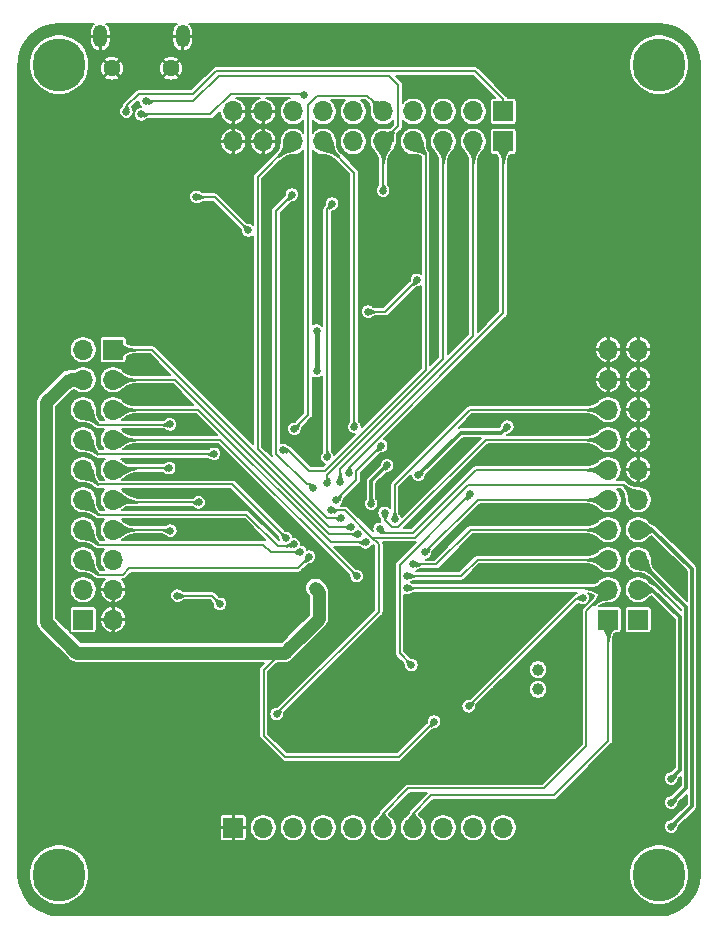
<source format=gbr>
G04 #@! TF.GenerationSoftware,KiCad,Pcbnew,(5.1.5)-3*
G04 #@! TF.CreationDate,2020-01-04T01:11:26+07:00*
G04 #@! TF.ProjectId,main,6d61696e-2e6b-4696-9361-645f70636258,1.2*
G04 #@! TF.SameCoordinates,Original*
G04 #@! TF.FileFunction,Copper,L2,Bot*
G04 #@! TF.FilePolarity,Positive*
%FSLAX46Y46*%
G04 Gerber Fmt 4.6, Leading zero omitted, Abs format (unit mm)*
G04 Created by KiCad (PCBNEW (5.1.5)-3) date 2020-01-04 01:11:26*
%MOMM*%
%LPD*%
G04 APERTURE LIST*
%ADD10O,1.700000X1.700000*%
%ADD11R,1.700000X1.700000*%
%ADD12C,1.000000*%
%ADD13O,1.200000X1.900000*%
%ADD14C,1.450000*%
%ADD15C,4.500000*%
%ADD16C,0.640000*%
%ADD17C,0.200000*%
%ADD18C,0.300000*%
%ADD19C,0.450000*%
%ADD20C,1.120000*%
%ADD21C,0.299000*%
%ADD22C,0.025400*%
G04 APERTURE END LIST*
D10*
X115824000Y-86868000D03*
X115824000Y-89408000D03*
X115824000Y-91948000D03*
X115824000Y-94488000D03*
X115824000Y-97028000D03*
X115824000Y-99568000D03*
X115824000Y-102108000D03*
X115824000Y-104648000D03*
X115824000Y-107188000D03*
D11*
X115824000Y-109728000D03*
D10*
X118364000Y-109738000D03*
X118364000Y-107198000D03*
X118364000Y-104658000D03*
X118364000Y-102118000D03*
X118364000Y-99578000D03*
X118364000Y-97038000D03*
X118364000Y-94498000D03*
X118364000Y-91958000D03*
X118364000Y-89418000D03*
D11*
X118364000Y-86878000D03*
D10*
X151384000Y-127348000D03*
X148844000Y-127348000D03*
X146304000Y-127348000D03*
X143764000Y-127348000D03*
X141224000Y-127348000D03*
X138684000Y-127348000D03*
X136144000Y-127348000D03*
X133604000Y-127348000D03*
X131064000Y-127348000D03*
D11*
X128524000Y-127348000D03*
D10*
X160274000Y-86868000D03*
X160274000Y-89408000D03*
X160274000Y-91948000D03*
X160274000Y-94488000D03*
X160274000Y-97028000D03*
X160274000Y-99568000D03*
X160274000Y-102108000D03*
X160274000Y-104648000D03*
X160274000Y-107188000D03*
D11*
X160274000Y-109728000D03*
D10*
X162814000Y-86868000D03*
X162814000Y-89408000D03*
X162814000Y-91948000D03*
X162814000Y-94488000D03*
X162814000Y-97028000D03*
X162814000Y-99568000D03*
X162814000Y-102108000D03*
X162814000Y-104648000D03*
X162814000Y-107188000D03*
D11*
X162814000Y-109728000D03*
D10*
X128524000Y-66708000D03*
X131064000Y-66708000D03*
X133604000Y-66708000D03*
X136144000Y-66708000D03*
X138684000Y-66708000D03*
X141224000Y-66708000D03*
X143764000Y-66708000D03*
X146304000Y-66708000D03*
X148844000Y-66708000D03*
D11*
X151384000Y-66708000D03*
D10*
X128524000Y-69248000D03*
X131064000Y-69248000D03*
X133604000Y-69248000D03*
X136144000Y-69248000D03*
X138684000Y-69248000D03*
X141224000Y-69248000D03*
X143764000Y-69248000D03*
X146304000Y-69248000D03*
X148844000Y-69248000D03*
D11*
X151384000Y-69248000D03*
D12*
X154336000Y-113972000D03*
X154336000Y-115623000D03*
D13*
X117262000Y-60357500D03*
X124262000Y-60357500D03*
D14*
X118262000Y-63057500D03*
X123262000Y-63057500D03*
D15*
X113792000Y-131318000D03*
X113792000Y-62738000D03*
X164592000Y-62738000D03*
X164592000Y-131318000D03*
D16*
X167106600Y-83776820D03*
X111760000Y-66040000D03*
X114300000Y-66040000D03*
X111760000Y-68580000D03*
X114300000Y-68580000D03*
X116840000Y-67310000D03*
X116840000Y-69850000D03*
X111760000Y-71120000D03*
X116840000Y-64770000D03*
X111760000Y-73660000D03*
X111760000Y-76200000D03*
X115570000Y-81280000D03*
X118110000Y-80010000D03*
X125730000Y-77470000D03*
X128270000Y-77470000D03*
X123190000Y-80010000D03*
X125730000Y-80010000D03*
X128270000Y-80010000D03*
X128270000Y-82550000D03*
X125730000Y-82550000D03*
X123190000Y-82550000D03*
X120650000Y-82550000D03*
X133350000Y-82550000D03*
X125730000Y-88900000D03*
X128270000Y-88900000D03*
X127000000Y-90170000D03*
X124460000Y-92710000D03*
X129540000Y-97790000D03*
X130810000Y-99060000D03*
X115570000Y-114300000D03*
X118110000Y-114300000D03*
X115570000Y-116840000D03*
X118110000Y-116840000D03*
X118110000Y-119380000D03*
X115570000Y-119380000D03*
X115570000Y-121920000D03*
X118110000Y-121920000D03*
X115570000Y-124460000D03*
X120650000Y-129540000D03*
X123190000Y-129540000D03*
X133350000Y-114300000D03*
X134620000Y-113030000D03*
X135890000Y-111760000D03*
X137160000Y-110490000D03*
X138430000Y-109220000D03*
X138430000Y-107950000D03*
X137160000Y-106680000D03*
X139700000Y-111760000D03*
X138430000Y-113030000D03*
X143510000Y-115570000D03*
X143510000Y-118110000D03*
X129540000Y-120650000D03*
X137160000Y-124460000D03*
X147320000Y-123190000D03*
X153670000Y-123190000D03*
X161290000Y-118110000D03*
X161290000Y-120650000D03*
X163830000Y-120650000D03*
X163830000Y-118110000D03*
X154940000Y-107950000D03*
X151130000Y-107950000D03*
X151130000Y-105410000D03*
X154940000Y-105410000D03*
X143510000Y-99060000D03*
X143510000Y-74930000D03*
X143510000Y-77470000D03*
X139700000Y-74930000D03*
X139700000Y-77470000D03*
X139700000Y-80010000D03*
X149860000Y-78740000D03*
X149860000Y-80010000D03*
X157480000Y-72390000D03*
X160020000Y-71120000D03*
X162560000Y-71120000D03*
X166370000Y-86360000D03*
X166370000Y-88900000D03*
X166370000Y-91440000D03*
X166370000Y-93980000D03*
X166370000Y-96520000D03*
X152400000Y-80010000D03*
X154940000Y-80010000D03*
X157480000Y-80010000D03*
X140970000Y-110490000D03*
X135890000Y-115570000D03*
X134620000Y-116840000D03*
X160020000Y-130810000D03*
X160020000Y-133350000D03*
X154940000Y-133350000D03*
X154940000Y-130810000D03*
X149860000Y-133350000D03*
X144780000Y-133350000D03*
X139700000Y-133350000D03*
X134620000Y-133350000D03*
X129540000Y-133350000D03*
X124460000Y-133350000D03*
X119380000Y-133350000D03*
X125730000Y-129540000D03*
X151130000Y-102870000D03*
X154940000Y-102870000D03*
X133350000Y-78740000D03*
X125730000Y-74930000D03*
X118110000Y-83820000D03*
X133350000Y-101600000D03*
X151130000Y-118110000D03*
X153670000Y-118110000D03*
X151130000Y-120650000D03*
X153670000Y-120650000D03*
X121920000Y-118110000D03*
X123190000Y-118110000D03*
X123190000Y-120650000D03*
X121920000Y-120650000D03*
X130063240Y-108706920D03*
X128620520Y-107177840D03*
X132430520Y-110611920D03*
X134221220Y-108968540D03*
X127269240Y-102260400D03*
X129044700Y-101975920D03*
X127861060Y-99593400D03*
X147129500Y-61361320D03*
X146502120Y-62346840D03*
X145247360Y-61239400D03*
X144137380Y-62435740D03*
X143027400Y-61414660D03*
X137919460Y-61589920D03*
X140487400Y-61531500D03*
X135496300Y-61559440D03*
X132488940Y-61442600D03*
X130152140Y-61414660D03*
X134122160Y-61442600D03*
X142443200Y-62288420D03*
X154505660Y-60421520D03*
X156608780Y-60246260D03*
X165331140Y-65605660D03*
X166977060Y-66377820D03*
X164912040Y-71876920D03*
X138750040Y-99359720D03*
X139283440Y-100604320D03*
X141549120Y-97904300D03*
X140103860Y-96964500D03*
X143476980Y-98044000D03*
X143022320Y-100012500D03*
X142247620Y-95382080D03*
X143078200Y-95783400D03*
X137894060Y-94554040D03*
X139433300Y-98623120D03*
X124460000Y-127000000D03*
X121920000Y-127000000D03*
X119380000Y-127000000D03*
X149860000Y-130810000D03*
X146431000Y-89941400D03*
X148818600Y-89433400D03*
X145567400Y-86334600D03*
X125420120Y-73939400D03*
X129783900Y-76768900D03*
X135597900Y-88692100D03*
X135590280Y-85255100D03*
X145542000Y-118364000D03*
X151737400Y-93395800D03*
X144198340Y-97485200D03*
X133265281Y-112173121D03*
X134254611Y-111183791D03*
X135332841Y-110105561D03*
X135404860Y-107111800D03*
X135945880Y-108221780D03*
X120624600Y-112522000D03*
X165608000Y-123190000D03*
X165608000Y-125222000D03*
X165608000Y-127254000D03*
X134518400Y-65303400D03*
X120726200Y-66954400D03*
X119481600Y-66725800D03*
X141224000Y-73406000D03*
X121119900Y-65849500D03*
X141551660Y-96662240D03*
X140208000Y-99921060D03*
X143230600Y-107048300D03*
X125600000Y-99800002D03*
X123100000Y-96900000D03*
X123200000Y-102200000D03*
X123800000Y-107700000D03*
X127400000Y-108400000D03*
X138988800Y-106044998D03*
X139738100Y-103180787D03*
X139115800Y-102489000D03*
X138493500Y-101868990D03*
X142189200Y-101219000D03*
X141351000Y-100698300D03*
X140919200Y-102044500D03*
X144754600Y-104038400D03*
X143789400Y-105054400D03*
X143281400Y-106019600D03*
X123164600Y-93192600D03*
X126900002Y-95700000D03*
X132969006Y-102806500D03*
X133655741Y-103369696D03*
X134206196Y-104004219D03*
X134943076Y-104407491D03*
X137668000Y-101142800D03*
X138772900Y-93421200D03*
X132753100Y-95377000D03*
X136499600Y-98170999D03*
X137553700Y-98044000D03*
X138315700Y-97320100D03*
X137223500Y-99644200D03*
X141046200Y-95021400D03*
X135318500Y-98602800D03*
X133502400Y-73761600D03*
X136486900Y-95986600D03*
X136906002Y-74523600D03*
X133692900Y-93586300D03*
X139941300Y-83654900D03*
X144094200Y-80962500D03*
X136804400Y-100469700D03*
X132207000Y-117729000D03*
X158102300Y-107886500D03*
X148463000Y-117073252D03*
X148590000Y-99136200D03*
X143611600Y-113576100D03*
D17*
X126954400Y-73939400D02*
X129783900Y-76768900D01*
X125420120Y-73939400D02*
X126954400Y-73939400D01*
X132918200Y-121361200D02*
X131110000Y-119553000D01*
X145542000Y-118364000D02*
X142544800Y-121361200D01*
X142544800Y-121361200D02*
X132918200Y-121361200D01*
D18*
X151737400Y-93395800D02*
X151229400Y-93903800D01*
X147779740Y-93903800D02*
X144198340Y-97485200D01*
X151229400Y-93903800D02*
X147779740Y-93903800D01*
D19*
X135597900Y-85262720D02*
X135597900Y-88692100D01*
X135590280Y-85255100D02*
X135597900Y-85262720D01*
D20*
X135780780Y-107353100D02*
X135470900Y-107043220D01*
X135780780Y-109657622D02*
X135780780Y-108244640D01*
X132916402Y-112522000D02*
X133265281Y-112173121D01*
X114621919Y-89408000D02*
X112684560Y-91345359D01*
X112684560Y-91345359D02*
X112684560Y-109946440D01*
X115824000Y-89408000D02*
X114621919Y-89408000D01*
X112684560Y-109946440D02*
X115260120Y-112522000D01*
X133265281Y-112173121D02*
X134254611Y-111183791D01*
X134254611Y-111183791D02*
X135332841Y-110105561D01*
X135332841Y-110105561D02*
X135780780Y-109657622D01*
X135780780Y-108244640D02*
X135780780Y-107353100D01*
D17*
X131110000Y-119553000D02*
X131110000Y-113970000D01*
D20*
X115260120Y-112522000D02*
X120078000Y-112522000D01*
D17*
X132558000Y-112522000D02*
X131110000Y-113970000D01*
X132916402Y-112522000D02*
X132558000Y-112522000D01*
D20*
X129978000Y-112522000D02*
X132916402Y-112522000D01*
X120078000Y-112522000D02*
X120624600Y-112522000D01*
X120624600Y-112522000D02*
X129978000Y-112522000D01*
D18*
X166369980Y-109541899D02*
X166369980Y-119690020D01*
X162814000Y-107188000D02*
X164016081Y-107188000D01*
X164016081Y-107188000D02*
X166369980Y-109541899D01*
X166369980Y-119690020D02*
X166369980Y-122428020D01*
X166369980Y-122428020D02*
X165608000Y-123190000D01*
X166869990Y-108703990D02*
X166869990Y-122070010D01*
X162814000Y-104648000D02*
X166869990Y-108703990D01*
X166869990Y-122070010D02*
X166869990Y-123960010D01*
X166869990Y-123960010D02*
X165608000Y-125222000D01*
X167370000Y-125492000D02*
X165608000Y-127254000D01*
X162814000Y-102108000D02*
X164016081Y-102108000D01*
X167370000Y-105461919D02*
X167370000Y-125492000D01*
X164016081Y-102108000D02*
X167370000Y-105461919D01*
D17*
X134404100Y-65189100D02*
X134518400Y-65303400D01*
X126575598Y-66954400D02*
X128340898Y-65189100D01*
X128340898Y-65189100D02*
X134112000Y-65189100D01*
X120726200Y-66954400D02*
X126575598Y-66954400D01*
X134112000Y-65189100D02*
X134404100Y-65189100D01*
X119481600Y-66273252D02*
X119481600Y-66725800D01*
X127082510Y-63277790D02*
X125130801Y-65229499D01*
X151384000Y-66708000D02*
X151384000Y-65658000D01*
X149003790Y-63277790D02*
X127082510Y-63277790D01*
X151384000Y-65658000D02*
X149003790Y-63277790D01*
X125130801Y-65229499D02*
X120525353Y-65229499D01*
X120525353Y-65229499D02*
X119481600Y-66273252D01*
X121119900Y-65849500D02*
X125133100Y-65849500D01*
X141224000Y-72953452D02*
X141224000Y-69248000D01*
X142073999Y-68398001D02*
X141224000Y-69248000D01*
X142494000Y-67978000D02*
X142073999Y-68398001D01*
X125133100Y-65849500D02*
X127304800Y-63677800D01*
X127304800Y-63677800D02*
X141732000Y-63677800D01*
X142494000Y-64439800D02*
X142494000Y-67978000D01*
X141732000Y-63677800D02*
X142494000Y-64439800D01*
X141224000Y-73406000D02*
X141224000Y-72953452D01*
D21*
X141231661Y-96982239D02*
X141231661Y-96984779D01*
X141551660Y-96662240D02*
X141231661Y-96982239D01*
X141231661Y-96984779D02*
X140208000Y-98008440D01*
X140208000Y-98008440D02*
X140208000Y-99921060D01*
D17*
X155663900Y-124612400D02*
X160274000Y-120002300D01*
X160274000Y-120002300D02*
X160274000Y-109728000D01*
X145297519Y-124612400D02*
X155663900Y-124612400D01*
X143764000Y-127348000D02*
X143764000Y-126145919D01*
X143764000Y-126145919D02*
X145297519Y-124612400D01*
X160134300Y-107048300D02*
X160274000Y-107188000D01*
X143230600Y-107048300D02*
X160134300Y-107048300D01*
X158432500Y-109029500D02*
X160274000Y-107188000D01*
X141224000Y-126145919D02*
X143354419Y-124015500D01*
X154813000Y-124015500D02*
X158432500Y-120396000D01*
X141224000Y-127348000D02*
X141224000Y-126145919D01*
X158432500Y-120396000D02*
X158432500Y-109029500D01*
X143354419Y-124015500D02*
X154813000Y-124015500D01*
X118586002Y-99800002D02*
X125147452Y-99800002D01*
X118364000Y-99568000D02*
X118364000Y-99578000D01*
X125147452Y-99800002D02*
X125600000Y-99800002D01*
X118364000Y-99578000D02*
X118586002Y-99800002D01*
X122647452Y-96900000D02*
X123100000Y-96900000D01*
X118492000Y-96900000D02*
X122647452Y-96900000D01*
X118364000Y-97028000D02*
X118492000Y-96900000D01*
X118364000Y-102118000D02*
X118364000Y-102108000D01*
X118364000Y-102118000D02*
X123118000Y-102118000D01*
X123118000Y-102118000D02*
X123200000Y-102200000D01*
X126700000Y-107700000D02*
X127400000Y-108400000D01*
X123800000Y-107700000D02*
X126700000Y-107700000D01*
X118364000Y-104648000D02*
X118412000Y-104600000D01*
X127431802Y-94488000D02*
X138668801Y-105724999D01*
X118364000Y-94498000D02*
X118374000Y-94488000D01*
X138668801Y-105724999D02*
X138988800Y-106044998D01*
X118374000Y-94488000D02*
X127431802Y-94488000D01*
X118374000Y-91948000D02*
X118364000Y-91958000D01*
X125564900Y-91948000D02*
X118374000Y-91948000D01*
X139738100Y-103180787D02*
X136797687Y-103180787D01*
X136797687Y-103180787D02*
X125564900Y-91948000D01*
X118374000Y-89408000D02*
X118364000Y-89418000D01*
X123590600Y-89408000D02*
X118374000Y-89408000D01*
X139115800Y-102489000D02*
X136671600Y-102489000D01*
X136671600Y-102489000D02*
X123590600Y-89408000D01*
X138040952Y-101868990D02*
X138493500Y-101868990D01*
X121616300Y-86868000D02*
X136617290Y-101868990D01*
X118364000Y-86878000D02*
X118374000Y-86868000D01*
X136617290Y-101868990D02*
X138040952Y-101868990D01*
X118374000Y-86868000D02*
X121616300Y-86868000D01*
X142189200Y-98348800D02*
X142189200Y-101219000D01*
X160274000Y-91948000D02*
X148590000Y-91948000D01*
X148590000Y-91948000D02*
X142189200Y-98348800D01*
X149911062Y-94488000D02*
X142510561Y-101888501D01*
X142510561Y-101888501D02*
X141974353Y-101888501D01*
X160274000Y-94488000D02*
X149911062Y-94488000D01*
X141351000Y-101265148D02*
X141351000Y-101150848D01*
X141974353Y-101888501D02*
X141351000Y-101265148D01*
X141351000Y-101150848D02*
X141351000Y-100698300D01*
X141239199Y-102364499D02*
X140919200Y-102044500D01*
X143786901Y-102364499D02*
X141239199Y-102364499D01*
X160274000Y-97028000D02*
X149123400Y-97028000D01*
X149123400Y-97028000D02*
X143786901Y-102364499D01*
X149225000Y-99568000D02*
X160274000Y-99568000D01*
X144754600Y-104038400D02*
X149225000Y-99568000D01*
X143789400Y-105054400D02*
X145707100Y-105054400D01*
X148653500Y-102108000D02*
X160274000Y-102108000D01*
X145707100Y-105054400D02*
X148653500Y-102108000D01*
X149212300Y-104648000D02*
X160274000Y-104648000D01*
X143281400Y-106019600D02*
X147840700Y-106019600D01*
X147840700Y-106019600D02*
X149212300Y-104648000D01*
X123139200Y-93218000D02*
X123164600Y-93192600D01*
X115824000Y-91948000D02*
X117094000Y-93218000D01*
X117094000Y-93218000D02*
X123139200Y-93218000D01*
X117036000Y-95700000D02*
X126900002Y-95700000D01*
X115824000Y-94488000D02*
X117036000Y-95700000D01*
X117081300Y-98285300D02*
X128447806Y-98285300D01*
X115824000Y-97028000D02*
X117081300Y-98285300D01*
X128447806Y-98285300D02*
X132649007Y-102486501D01*
X132649007Y-102486501D02*
X132969006Y-102806500D01*
X133535436Y-103490001D02*
X133655741Y-103369696D01*
X132290399Y-103490001D02*
X133535436Y-103490001D01*
X129651098Y-100850700D02*
X132290399Y-103490001D01*
X115824000Y-99568000D02*
X117106700Y-100850700D01*
X117106700Y-100850700D02*
X129651098Y-100850700D01*
X115824000Y-102108000D02*
X117094000Y-103378000D01*
X117094000Y-103378000D02*
X131069800Y-103378000D01*
X133753648Y-104004219D02*
X134206196Y-104004219D01*
X131069800Y-103378000D02*
X131696019Y-104004219D01*
X131696019Y-104004219D02*
X133753648Y-104004219D01*
X133988827Y-105361740D02*
X134943076Y-104407491D01*
X119740680Y-105361740D02*
X133988827Y-105361740D01*
X115824000Y-104648000D02*
X117094000Y-105918000D01*
X119184420Y-105918000D02*
X119740680Y-105361740D01*
X117094000Y-105918000D02*
X119184420Y-105918000D01*
X137215452Y-101142800D02*
X137668000Y-101142800D01*
X133604000Y-69248000D02*
X130606800Y-72245200D01*
X136483698Y-101142800D02*
X137215452Y-101142800D01*
X130606800Y-72245200D02*
X130606800Y-95265902D01*
X130606800Y-95265902D02*
X136483698Y-101142800D01*
X136144000Y-69248000D02*
X138772900Y-71876900D01*
X138772900Y-71876900D02*
X138772900Y-92968652D01*
X138772900Y-92968652D02*
X138772900Y-93421200D01*
X144830800Y-70314800D02*
X143764000Y-69248000D01*
X133205648Y-95377000D02*
X134970948Y-97142300D01*
X136269904Y-97142300D02*
X144830800Y-88581404D01*
X134970948Y-97142300D02*
X136269904Y-97142300D01*
X132753100Y-95377000D02*
X133205648Y-95377000D01*
X144830800Y-88581404D02*
X144830800Y-70314800D01*
X146304000Y-69248000D02*
X146304000Y-87673902D01*
X136499600Y-97718451D02*
X136499600Y-98170999D01*
X146304000Y-87673902D02*
X136499600Y-97478302D01*
X136499600Y-97478302D02*
X136499600Y-97718451D01*
X148844000Y-85699600D02*
X144132300Y-90411300D01*
X137553700Y-97815400D02*
X137553700Y-98044000D01*
X137553700Y-96993850D02*
X137553700Y-97815400D01*
X144132300Y-90411300D02*
X144132300Y-90415250D01*
X148844000Y-69248000D02*
X148844000Y-85699600D01*
X144132300Y-90415250D02*
X137553700Y-96993850D01*
X151384000Y-83799252D02*
X138315700Y-96867552D01*
X138315700Y-96867552D02*
X138315700Y-97320100D01*
X151384000Y-69248000D02*
X151384000Y-83799252D01*
X138935701Y-97931999D02*
X138935701Y-97131899D01*
X137223500Y-99644200D02*
X138935701Y-97931999D01*
X138935701Y-97131899D02*
X141046200Y-95021400D01*
X134998501Y-98282801D02*
X134741299Y-98282801D01*
X132133099Y-95674601D02*
X132133099Y-75130901D01*
X134741299Y-98282801D02*
X132133099Y-95674601D01*
X135318500Y-98602800D02*
X134998501Y-98282801D01*
X132133099Y-75130901D02*
X133502400Y-73761600D01*
X136486900Y-74942702D02*
X136906002Y-74523600D01*
X136486900Y-95986600D02*
X136486900Y-74942702D01*
X140374001Y-65858001D02*
X141224000Y-66708000D01*
X134874000Y-92405200D02*
X134874000Y-66128900D01*
X133692900Y-93586300D02*
X134874000Y-92405200D01*
X134874000Y-66128900D02*
X135636000Y-65366900D01*
X135636000Y-65366900D02*
X139882900Y-65366900D01*
X139882900Y-65366900D02*
X140374001Y-65858001D01*
X144094200Y-80962500D02*
X141401800Y-83654900D01*
X141401800Y-83654900D02*
X139941300Y-83654900D01*
X137256948Y-100469700D02*
X136804400Y-100469700D01*
X140220700Y-102704900D02*
X137985500Y-100469700D01*
X137985500Y-100469700D02*
X137256948Y-100469700D01*
X140303320Y-102787520D02*
X140220700Y-102704900D01*
X143929578Y-102787520D02*
X140303320Y-102787520D01*
X148419098Y-98298000D02*
X143929578Y-102787520D01*
X162814000Y-99568000D02*
X161544000Y-98298000D01*
X161544000Y-98298000D02*
X148419098Y-98298000D01*
X140220700Y-102704900D02*
X140855700Y-103339900D01*
X140855700Y-103339900D02*
X140855700Y-109080300D01*
X132526999Y-117409001D02*
X132207000Y-117729000D01*
X140855700Y-109080300D02*
X132526999Y-117409001D01*
X157649752Y-107886500D02*
X148463000Y-117073252D01*
X158102300Y-107886500D02*
X157649752Y-107886500D01*
X142610599Y-105115601D02*
X142610599Y-112575099D01*
X148590000Y-99136200D02*
X142610599Y-105115601D01*
X142610599Y-112575099D02*
X143611600Y-113576100D01*
G36*
X116660959Y-59335748D02*
G01*
X116541456Y-59465913D01*
X116449643Y-59616891D01*
X116389048Y-59782879D01*
X116362000Y-59957500D01*
X116362000Y-60307500D01*
X117212000Y-60307500D01*
X117212000Y-60287500D01*
X117312000Y-60287500D01*
X117312000Y-60307500D01*
X118162000Y-60307500D01*
X118162000Y-59957500D01*
X118134952Y-59782879D01*
X118074357Y-59616891D01*
X117982544Y-59465913D01*
X117863041Y-59335748D01*
X117784125Y-59278000D01*
X123739875Y-59278000D01*
X123660959Y-59335748D01*
X123541456Y-59465913D01*
X123449643Y-59616891D01*
X123389048Y-59782879D01*
X123362000Y-59957500D01*
X123362000Y-60307500D01*
X124212000Y-60307500D01*
X124212000Y-60287500D01*
X124312000Y-60287500D01*
X124312000Y-60307500D01*
X125162000Y-60307500D01*
X125162000Y-59957500D01*
X125134952Y-59782879D01*
X125074357Y-59616891D01*
X124982544Y-59465913D01*
X124863041Y-59335748D01*
X124784125Y-59278000D01*
X164574878Y-59278000D01*
X165263726Y-59345542D01*
X165909863Y-59540623D01*
X166505807Y-59857491D01*
X167028852Y-60284076D01*
X167459078Y-60804130D01*
X167780100Y-61397848D01*
X167979686Y-62042604D01*
X168051971Y-62730355D01*
X168052001Y-62738938D01*
X168052000Y-131300878D01*
X167984458Y-131989725D01*
X167789377Y-132635863D01*
X167472509Y-133231807D01*
X167045924Y-133754852D01*
X166525870Y-134185078D01*
X165932150Y-134506101D01*
X165287396Y-134705686D01*
X164599644Y-134777971D01*
X164591348Y-134778000D01*
X113809122Y-134778000D01*
X113120275Y-134710458D01*
X112474137Y-134515377D01*
X111878193Y-134198509D01*
X111355148Y-133771924D01*
X110924922Y-133251870D01*
X110603899Y-132658150D01*
X110404314Y-132013396D01*
X110332029Y-131325644D01*
X110332000Y-131317348D01*
X110332000Y-131066847D01*
X111242000Y-131066847D01*
X111242000Y-131569153D01*
X111339995Y-132061807D01*
X111532220Y-132525878D01*
X111811286Y-132943530D01*
X112166470Y-133298714D01*
X112584122Y-133577780D01*
X113048193Y-133770005D01*
X113540847Y-133868000D01*
X114043153Y-133868000D01*
X114535807Y-133770005D01*
X114999878Y-133577780D01*
X115417530Y-133298714D01*
X115772714Y-132943530D01*
X116051780Y-132525878D01*
X116244005Y-132061807D01*
X116342000Y-131569153D01*
X116342000Y-131066847D01*
X162042000Y-131066847D01*
X162042000Y-131569153D01*
X162139995Y-132061807D01*
X162332220Y-132525878D01*
X162611286Y-132943530D01*
X162966470Y-133298714D01*
X163384122Y-133577780D01*
X163848193Y-133770005D01*
X164340847Y-133868000D01*
X164843153Y-133868000D01*
X165335807Y-133770005D01*
X165799878Y-133577780D01*
X166217530Y-133298714D01*
X166572714Y-132943530D01*
X166851780Y-132525878D01*
X167044005Y-132061807D01*
X167142000Y-131569153D01*
X167142000Y-131066847D01*
X167044005Y-130574193D01*
X166851780Y-130110122D01*
X166572714Y-129692470D01*
X166217530Y-129337286D01*
X165799878Y-129058220D01*
X165335807Y-128865995D01*
X164843153Y-128768000D01*
X164340847Y-128768000D01*
X163848193Y-128865995D01*
X163384122Y-129058220D01*
X162966470Y-129337286D01*
X162611286Y-129692470D01*
X162332220Y-130110122D01*
X162139995Y-130574193D01*
X162042000Y-131066847D01*
X116342000Y-131066847D01*
X116244005Y-130574193D01*
X116051780Y-130110122D01*
X115772714Y-129692470D01*
X115417530Y-129337286D01*
X114999878Y-129058220D01*
X114535807Y-128865995D01*
X114043153Y-128768000D01*
X113540847Y-128768000D01*
X113048193Y-128865995D01*
X112584122Y-129058220D01*
X112166470Y-129337286D01*
X111811286Y-129692470D01*
X111532220Y-130110122D01*
X111339995Y-130574193D01*
X111242000Y-131066847D01*
X110332000Y-131066847D01*
X110332000Y-128198000D01*
X127372548Y-128198000D01*
X127378340Y-128256810D01*
X127395495Y-128313361D01*
X127423352Y-128365478D01*
X127460841Y-128411159D01*
X127506522Y-128448648D01*
X127558639Y-128476505D01*
X127615190Y-128493660D01*
X127674000Y-128499452D01*
X128399000Y-128498000D01*
X128474000Y-128423000D01*
X128474000Y-127398000D01*
X128574000Y-127398000D01*
X128574000Y-128423000D01*
X128649000Y-128498000D01*
X129374000Y-128499452D01*
X129432810Y-128493660D01*
X129489361Y-128476505D01*
X129541478Y-128448648D01*
X129587159Y-128411159D01*
X129624648Y-128365478D01*
X129652505Y-128313361D01*
X129669660Y-128256810D01*
X129675452Y-128198000D01*
X129674000Y-127473000D01*
X129599000Y-127398000D01*
X128574000Y-127398000D01*
X128474000Y-127398000D01*
X127449000Y-127398000D01*
X127374000Y-127473000D01*
X127372548Y-128198000D01*
X110332000Y-128198000D01*
X110332000Y-126498000D01*
X127372548Y-126498000D01*
X127374000Y-127223000D01*
X127449000Y-127298000D01*
X128474000Y-127298000D01*
X128474000Y-126273000D01*
X128574000Y-126273000D01*
X128574000Y-127298000D01*
X129599000Y-127298000D01*
X129662265Y-127234735D01*
X129914000Y-127234735D01*
X129914000Y-127461265D01*
X129958194Y-127683443D01*
X130044884Y-127892729D01*
X130170737Y-128081082D01*
X130330918Y-128241263D01*
X130519271Y-128367116D01*
X130728557Y-128453806D01*
X130950735Y-128498000D01*
X131177265Y-128498000D01*
X131399443Y-128453806D01*
X131608729Y-128367116D01*
X131797082Y-128241263D01*
X131957263Y-128081082D01*
X132083116Y-127892729D01*
X132169806Y-127683443D01*
X132214000Y-127461265D01*
X132214000Y-127234735D01*
X132454000Y-127234735D01*
X132454000Y-127461265D01*
X132498194Y-127683443D01*
X132584884Y-127892729D01*
X132710737Y-128081082D01*
X132870918Y-128241263D01*
X133059271Y-128367116D01*
X133268557Y-128453806D01*
X133490735Y-128498000D01*
X133717265Y-128498000D01*
X133939443Y-128453806D01*
X134148729Y-128367116D01*
X134337082Y-128241263D01*
X134497263Y-128081082D01*
X134623116Y-127892729D01*
X134709806Y-127683443D01*
X134754000Y-127461265D01*
X134754000Y-127234735D01*
X134994000Y-127234735D01*
X134994000Y-127461265D01*
X135038194Y-127683443D01*
X135124884Y-127892729D01*
X135250737Y-128081082D01*
X135410918Y-128241263D01*
X135599271Y-128367116D01*
X135808557Y-128453806D01*
X136030735Y-128498000D01*
X136257265Y-128498000D01*
X136479443Y-128453806D01*
X136688729Y-128367116D01*
X136877082Y-128241263D01*
X137037263Y-128081082D01*
X137163116Y-127892729D01*
X137249806Y-127683443D01*
X137294000Y-127461265D01*
X137294000Y-127234735D01*
X137534000Y-127234735D01*
X137534000Y-127461265D01*
X137578194Y-127683443D01*
X137664884Y-127892729D01*
X137790737Y-128081082D01*
X137950918Y-128241263D01*
X138139271Y-128367116D01*
X138348557Y-128453806D01*
X138570735Y-128498000D01*
X138797265Y-128498000D01*
X139019443Y-128453806D01*
X139228729Y-128367116D01*
X139417082Y-128241263D01*
X139577263Y-128081082D01*
X139703116Y-127892729D01*
X139789806Y-127683443D01*
X139834000Y-127461265D01*
X139834000Y-127234735D01*
X139789806Y-127012557D01*
X139703116Y-126803271D01*
X139577263Y-126614918D01*
X139417082Y-126454737D01*
X139228729Y-126328884D01*
X139019443Y-126242194D01*
X138797265Y-126198000D01*
X138570735Y-126198000D01*
X138348557Y-126242194D01*
X138139271Y-126328884D01*
X137950918Y-126454737D01*
X137790737Y-126614918D01*
X137664884Y-126803271D01*
X137578194Y-127012557D01*
X137534000Y-127234735D01*
X137294000Y-127234735D01*
X137249806Y-127012557D01*
X137163116Y-126803271D01*
X137037263Y-126614918D01*
X136877082Y-126454737D01*
X136688729Y-126328884D01*
X136479443Y-126242194D01*
X136257265Y-126198000D01*
X136030735Y-126198000D01*
X135808557Y-126242194D01*
X135599271Y-126328884D01*
X135410918Y-126454737D01*
X135250737Y-126614918D01*
X135124884Y-126803271D01*
X135038194Y-127012557D01*
X134994000Y-127234735D01*
X134754000Y-127234735D01*
X134709806Y-127012557D01*
X134623116Y-126803271D01*
X134497263Y-126614918D01*
X134337082Y-126454737D01*
X134148729Y-126328884D01*
X133939443Y-126242194D01*
X133717265Y-126198000D01*
X133490735Y-126198000D01*
X133268557Y-126242194D01*
X133059271Y-126328884D01*
X132870918Y-126454737D01*
X132710737Y-126614918D01*
X132584884Y-126803271D01*
X132498194Y-127012557D01*
X132454000Y-127234735D01*
X132214000Y-127234735D01*
X132169806Y-127012557D01*
X132083116Y-126803271D01*
X131957263Y-126614918D01*
X131797082Y-126454737D01*
X131608729Y-126328884D01*
X131399443Y-126242194D01*
X131177265Y-126198000D01*
X130950735Y-126198000D01*
X130728557Y-126242194D01*
X130519271Y-126328884D01*
X130330918Y-126454737D01*
X130170737Y-126614918D01*
X130044884Y-126803271D01*
X129958194Y-127012557D01*
X129914000Y-127234735D01*
X129662265Y-127234735D01*
X129674000Y-127223000D01*
X129675452Y-126498000D01*
X129669660Y-126439190D01*
X129652505Y-126382639D01*
X129624648Y-126330522D01*
X129587159Y-126284841D01*
X129541478Y-126247352D01*
X129489361Y-126219495D01*
X129432810Y-126202340D01*
X129374000Y-126196548D01*
X128649000Y-126198000D01*
X128574000Y-126273000D01*
X128474000Y-126273000D01*
X128399000Y-126198000D01*
X127674000Y-126196548D01*
X127615190Y-126202340D01*
X127558639Y-126219495D01*
X127506522Y-126247352D01*
X127460841Y-126284841D01*
X127423352Y-126330522D01*
X127395495Y-126382639D01*
X127378340Y-126439190D01*
X127372548Y-126498000D01*
X110332000Y-126498000D01*
X110332000Y-91345359D01*
X111820400Y-91345359D01*
X111824560Y-91387598D01*
X111824561Y-109904191D01*
X111820400Y-109946440D01*
X111837004Y-110115029D01*
X111886180Y-110277140D01*
X111966037Y-110426542D01*
X112044200Y-110521783D01*
X112073507Y-110557494D01*
X112106320Y-110584423D01*
X114622137Y-113100241D01*
X114649066Y-113133054D01*
X114780018Y-113240524D01*
X114929420Y-113320381D01*
X115029037Y-113350599D01*
X115091530Y-113369556D01*
X115107095Y-113371089D01*
X115217874Y-113382000D01*
X115217881Y-113382000D01*
X115260120Y-113386160D01*
X115302359Y-113382000D01*
X131132315Y-113382000D01*
X130841048Y-113673267D01*
X130825790Y-113685789D01*
X130813268Y-113701047D01*
X130813265Y-113701050D01*
X130775803Y-113746698D01*
X130738661Y-113816186D01*
X130715788Y-113891587D01*
X130708065Y-113970000D01*
X130710001Y-113989656D01*
X130710000Y-119533354D01*
X130708065Y-119553000D01*
X130710000Y-119572646D01*
X130715788Y-119631413D01*
X130738660Y-119706813D01*
X130775803Y-119776302D01*
X130825789Y-119837211D01*
X130841052Y-119849737D01*
X132621467Y-121630153D01*
X132633989Y-121645411D01*
X132649247Y-121657933D01*
X132649249Y-121657935D01*
X132693242Y-121694039D01*
X132694897Y-121695397D01*
X132764386Y-121732540D01*
X132822845Y-121750273D01*
X132839786Y-121755412D01*
X132918200Y-121763135D01*
X132937846Y-121761200D01*
X142525154Y-121761200D01*
X142544800Y-121763135D01*
X142564446Y-121761200D01*
X142564447Y-121761200D01*
X142623214Y-121755412D01*
X142698614Y-121732540D01*
X142768103Y-121695397D01*
X142829011Y-121645411D01*
X142841537Y-121630148D01*
X145448576Y-119023110D01*
X145451483Y-119020242D01*
X145453627Y-119018185D01*
X145455732Y-119016222D01*
X145457833Y-119014317D01*
X145459793Y-119012591D01*
X145461785Y-119010888D01*
X145463770Y-119009241D01*
X145465645Y-119007732D01*
X145467484Y-119006297D01*
X145469332Y-119004899D01*
X145471045Y-119003645D01*
X145472810Y-119002394D01*
X145474486Y-119001244D01*
X145476158Y-119000137D01*
X145477704Y-118999147D01*
X145479384Y-118998110D01*
X145480845Y-118997240D01*
X145482393Y-118996352D01*
X145483948Y-118995493D01*
X145485358Y-118994744D01*
X145486812Y-118994002D01*
X145488237Y-118993305D01*
X145489631Y-118992652D01*
X145491016Y-118992030D01*
X145492439Y-118991421D01*
X145493851Y-118990844D01*
X145495136Y-118990343D01*
X145496620Y-118989794D01*
X145497959Y-118989324D01*
X145499391Y-118988848D01*
X145500754Y-118988421D01*
X145502234Y-118987984D01*
X145503725Y-118987571D01*
X145505141Y-118987204D01*
X145506657Y-118986838D01*
X145508236Y-118986485D01*
X145509817Y-118986159D01*
X145511457Y-118985848D01*
X145513145Y-118985557D01*
X145514846Y-118985293D01*
X145516667Y-118985040D01*
X145518502Y-118984815D01*
X145520454Y-118984608D01*
X145522357Y-118984436D01*
X145524430Y-118984282D01*
X145526621Y-118984153D01*
X145528703Y-118984063D01*
X145531002Y-118984000D01*
X145603065Y-118984000D01*
X145722847Y-118960174D01*
X145835680Y-118913437D01*
X145937227Y-118845586D01*
X146023586Y-118759227D01*
X146091437Y-118657680D01*
X146138174Y-118544847D01*
X146162000Y-118425065D01*
X146162000Y-118302935D01*
X146138174Y-118183153D01*
X146091437Y-118070320D01*
X146023586Y-117968773D01*
X145937227Y-117882414D01*
X145835680Y-117814563D01*
X145722847Y-117767826D01*
X145603065Y-117744000D01*
X145480935Y-117744000D01*
X145361153Y-117767826D01*
X145248320Y-117814563D01*
X145146773Y-117882414D01*
X145060414Y-117968773D01*
X144992563Y-118070320D01*
X144945826Y-118183153D01*
X144922000Y-118302935D01*
X144922000Y-118374917D01*
X144921999Y-118374997D01*
X144921936Y-118377296D01*
X144921846Y-118379378D01*
X144921717Y-118381569D01*
X144921563Y-118383642D01*
X144921391Y-118385545D01*
X144921184Y-118387497D01*
X144920959Y-118389332D01*
X144920706Y-118391153D01*
X144920442Y-118392854D01*
X144920151Y-118394542D01*
X144919840Y-118396182D01*
X144919514Y-118397763D01*
X144919161Y-118399342D01*
X144918795Y-118400858D01*
X144918428Y-118402274D01*
X144918015Y-118403765D01*
X144917578Y-118405245D01*
X144917151Y-118406608D01*
X144916675Y-118408040D01*
X144916205Y-118409379D01*
X144915656Y-118410863D01*
X144915155Y-118412148D01*
X144914578Y-118413560D01*
X144913969Y-118414983D01*
X144913347Y-118416368D01*
X144912694Y-118417762D01*
X144911997Y-118419187D01*
X144911255Y-118420641D01*
X144910506Y-118422051D01*
X144909647Y-118423606D01*
X144908759Y-118425154D01*
X144907889Y-118426615D01*
X144906852Y-118428295D01*
X144905862Y-118429841D01*
X144904755Y-118431513D01*
X144903605Y-118433189D01*
X144902354Y-118434954D01*
X144901093Y-118436677D01*
X144899702Y-118438515D01*
X144898267Y-118440354D01*
X144896758Y-118442229D01*
X144895111Y-118444214D01*
X144893408Y-118446206D01*
X144891682Y-118448166D01*
X144889777Y-118450267D01*
X144887814Y-118452372D01*
X144885757Y-118454516D01*
X144882829Y-118457485D01*
X142379115Y-120961200D01*
X133083886Y-120961200D01*
X131510000Y-119387315D01*
X131510000Y-114135685D01*
X132263686Y-113382000D01*
X132874163Y-113382000D01*
X132916402Y-113386160D01*
X132958641Y-113382000D01*
X132958648Y-113382000D01*
X133084991Y-113369556D01*
X133247102Y-113320381D01*
X133396504Y-113240524D01*
X133527456Y-113133054D01*
X133554391Y-113100234D01*
X133843515Y-112811109D01*
X133843520Y-112811105D01*
X134892595Y-111762031D01*
X134892600Y-111762025D01*
X135970825Y-110683800D01*
X136359011Y-110295613D01*
X136391834Y-110268676D01*
X136499304Y-110137724D01*
X136579161Y-109988322D01*
X136617590Y-109861636D01*
X136628336Y-109826213D01*
X136633394Y-109774861D01*
X136640780Y-109699868D01*
X136640780Y-109699862D01*
X136644940Y-109657623D01*
X136640780Y-109615384D01*
X136640780Y-107395338D01*
X136644940Y-107353099D01*
X136640780Y-107310860D01*
X136640780Y-107310854D01*
X136628336Y-107184511D01*
X136628336Y-107184509D01*
X136600195Y-107091741D01*
X136579161Y-107022400D01*
X136499304Y-106872998D01*
X136391834Y-106742046D01*
X136359010Y-106715108D01*
X136049139Y-106405236D01*
X135951002Y-106324697D01*
X135801600Y-106244840D01*
X135639489Y-106195664D01*
X135470900Y-106179060D01*
X135302311Y-106195664D01*
X135140200Y-106244840D01*
X134990798Y-106324697D01*
X134859846Y-106432166D01*
X134752377Y-106563118D01*
X134672520Y-106712520D01*
X134623344Y-106874631D01*
X134606740Y-107043220D01*
X134623344Y-107211809D01*
X134672520Y-107373920D01*
X134752377Y-107523322D01*
X134832916Y-107621459D01*
X134920780Y-107709323D01*
X134920780Y-108286885D01*
X134920781Y-108286895D01*
X134920780Y-109301399D01*
X133676377Y-110545802D01*
X133676371Y-110545807D01*
X132627297Y-111594882D01*
X132627293Y-111594887D01*
X132560180Y-111662000D01*
X115616344Y-111662000D01*
X113544560Y-109590217D01*
X113544560Y-108878000D01*
X114672549Y-108878000D01*
X114672549Y-110578000D01*
X114678341Y-110636810D01*
X114695496Y-110693360D01*
X114723353Y-110745477D01*
X114760842Y-110791158D01*
X114806523Y-110828647D01*
X114858640Y-110856504D01*
X114915190Y-110873659D01*
X114974000Y-110879451D01*
X116674000Y-110879451D01*
X116732810Y-110873659D01*
X116789360Y-110856504D01*
X116841477Y-110828647D01*
X116887158Y-110791158D01*
X116924647Y-110745477D01*
X116952504Y-110693360D01*
X116969659Y-110636810D01*
X116975451Y-110578000D01*
X116975451Y-109967114D01*
X117237054Y-109967114D01*
X117299688Y-110173597D01*
X117405119Y-110372864D01*
X117547400Y-110547734D01*
X117721062Y-110691486D01*
X117919432Y-110798596D01*
X118134886Y-110864948D01*
X118314000Y-110811915D01*
X118314000Y-109788000D01*
X118414000Y-109788000D01*
X118414000Y-110811915D01*
X118593114Y-110864948D01*
X118808568Y-110798596D01*
X119006938Y-110691486D01*
X119180600Y-110547734D01*
X119322881Y-110372864D01*
X119428312Y-110173597D01*
X119490946Y-109967114D01*
X119437837Y-109788000D01*
X118414000Y-109788000D01*
X118314000Y-109788000D01*
X117290163Y-109788000D01*
X117237054Y-109967114D01*
X116975451Y-109967114D01*
X116975451Y-109508886D01*
X117237054Y-109508886D01*
X117290163Y-109688000D01*
X118314000Y-109688000D01*
X118314000Y-108664085D01*
X118414000Y-108664085D01*
X118414000Y-109688000D01*
X119437837Y-109688000D01*
X119490946Y-109508886D01*
X119428312Y-109302403D01*
X119322881Y-109103136D01*
X119180600Y-108928266D01*
X119006938Y-108784514D01*
X118808568Y-108677404D01*
X118593114Y-108611052D01*
X118414000Y-108664085D01*
X118314000Y-108664085D01*
X118134886Y-108611052D01*
X117919432Y-108677404D01*
X117721062Y-108784514D01*
X117547400Y-108928266D01*
X117405119Y-109103136D01*
X117299688Y-109302403D01*
X117237054Y-109508886D01*
X116975451Y-109508886D01*
X116975451Y-108878000D01*
X116969659Y-108819190D01*
X116952504Y-108762640D01*
X116924647Y-108710523D01*
X116887158Y-108664842D01*
X116841477Y-108627353D01*
X116789360Y-108599496D01*
X116732810Y-108582341D01*
X116674000Y-108576549D01*
X114974000Y-108576549D01*
X114915190Y-108582341D01*
X114858640Y-108599496D01*
X114806523Y-108627353D01*
X114760842Y-108664842D01*
X114723353Y-108710523D01*
X114695496Y-108762640D01*
X114678341Y-108819190D01*
X114672549Y-108878000D01*
X113544560Y-108878000D01*
X113544560Y-107074735D01*
X114674000Y-107074735D01*
X114674000Y-107301265D01*
X114718194Y-107523443D01*
X114804884Y-107732729D01*
X114930737Y-107921082D01*
X115090918Y-108081263D01*
X115279271Y-108207116D01*
X115488557Y-108293806D01*
X115710735Y-108338000D01*
X115937265Y-108338000D01*
X116159443Y-108293806D01*
X116368729Y-108207116D01*
X116557082Y-108081263D01*
X116717263Y-107921082D01*
X116843116Y-107732729D01*
X116929806Y-107523443D01*
X116948967Y-107427114D01*
X117237054Y-107427114D01*
X117299688Y-107633597D01*
X117405119Y-107832864D01*
X117547400Y-108007734D01*
X117721062Y-108151486D01*
X117919432Y-108258596D01*
X118134886Y-108324948D01*
X118314000Y-108271915D01*
X118314000Y-107248000D01*
X118414000Y-107248000D01*
X118414000Y-108271915D01*
X118593114Y-108324948D01*
X118808568Y-108258596D01*
X119006938Y-108151486D01*
X119180600Y-108007734D01*
X119322881Y-107832864D01*
X119425487Y-107638935D01*
X123180000Y-107638935D01*
X123180000Y-107761065D01*
X123203826Y-107880847D01*
X123250563Y-107993680D01*
X123318414Y-108095227D01*
X123404773Y-108181586D01*
X123506320Y-108249437D01*
X123619153Y-108296174D01*
X123738935Y-108320000D01*
X123861065Y-108320000D01*
X123980847Y-108296174D01*
X124093680Y-108249437D01*
X124195227Y-108181586D01*
X124246186Y-108130627D01*
X124247812Y-108129088D01*
X124249426Y-108127608D01*
X124251044Y-108126169D01*
X124252562Y-108124861D01*
X124254125Y-108123557D01*
X124255616Y-108122353D01*
X124257030Y-108121247D01*
X124258504Y-108120133D01*
X124259888Y-108119121D01*
X124261323Y-108118108D01*
X124262730Y-108117149D01*
X124264021Y-108116300D01*
X124265373Y-108115442D01*
X124266719Y-108114620D01*
X124268047Y-108113838D01*
X124269355Y-108113097D01*
X124270638Y-108112399D01*
X124272001Y-108111688D01*
X124273343Y-108111015D01*
X124274579Y-108110421D01*
X124275995Y-108109770D01*
X124277302Y-108109195D01*
X124278687Y-108108614D01*
X124280154Y-108108027D01*
X124281526Y-108107505D01*
X124283009Y-108106969D01*
X124284518Y-108106451D01*
X124286026Y-108105962D01*
X124287659Y-108105461D01*
X124289298Y-108104988D01*
X124290947Y-108104542D01*
X124292744Y-108104086D01*
X124294508Y-108103669D01*
X124296364Y-108103262D01*
X124298380Y-108102853D01*
X124300336Y-108102488D01*
X124302410Y-108102134D01*
X124304638Y-108101790D01*
X124306851Y-108101483D01*
X124309162Y-108101198D01*
X124311618Y-108100933D01*
X124314114Y-108100700D01*
X124316715Y-108100497D01*
X124319390Y-108100327D01*
X124322214Y-108100189D01*
X124325066Y-108100089D01*
X124328027Y-108100028D01*
X124332133Y-108100000D01*
X126534315Y-108100000D01*
X126740796Y-108306481D01*
X126743757Y-108309483D01*
X126745814Y-108311627D01*
X126747777Y-108313732D01*
X126749682Y-108315833D01*
X126751408Y-108317793D01*
X126753111Y-108319785D01*
X126754758Y-108321770D01*
X126756267Y-108323645D01*
X126757702Y-108325484D01*
X126759093Y-108327322D01*
X126760354Y-108329045D01*
X126761605Y-108330810D01*
X126762755Y-108332486D01*
X126763862Y-108334158D01*
X126764852Y-108335704D01*
X126765889Y-108337384D01*
X126766759Y-108338845D01*
X126767647Y-108340393D01*
X126768506Y-108341948D01*
X126769255Y-108343358D01*
X126769997Y-108344812D01*
X126770694Y-108346237D01*
X126771347Y-108347631D01*
X126771969Y-108349016D01*
X126772578Y-108350439D01*
X126773155Y-108351851D01*
X126773656Y-108353136D01*
X126774205Y-108354620D01*
X126774675Y-108355959D01*
X126775151Y-108357391D01*
X126775578Y-108358754D01*
X126776015Y-108360234D01*
X126776428Y-108361725D01*
X126776795Y-108363141D01*
X126777161Y-108364657D01*
X126777514Y-108366236D01*
X126777840Y-108367817D01*
X126778151Y-108369457D01*
X126778442Y-108371145D01*
X126778706Y-108372846D01*
X126778959Y-108374667D01*
X126779184Y-108376502D01*
X126779391Y-108378454D01*
X126779563Y-108380357D01*
X126779717Y-108382430D01*
X126779846Y-108384621D01*
X126779936Y-108386703D01*
X126779999Y-108389002D01*
X126780000Y-108389082D01*
X126780000Y-108461065D01*
X126803826Y-108580847D01*
X126850563Y-108693680D01*
X126918414Y-108795227D01*
X127004773Y-108881586D01*
X127106320Y-108949437D01*
X127219153Y-108996174D01*
X127338935Y-109020000D01*
X127461065Y-109020000D01*
X127580847Y-108996174D01*
X127693680Y-108949437D01*
X127795227Y-108881586D01*
X127881586Y-108795227D01*
X127949437Y-108693680D01*
X127996174Y-108580847D01*
X128020000Y-108461065D01*
X128020000Y-108338935D01*
X127996174Y-108219153D01*
X127949437Y-108106320D01*
X127881586Y-108004773D01*
X127795227Y-107918414D01*
X127693680Y-107850563D01*
X127580847Y-107803826D01*
X127461065Y-107780000D01*
X127389082Y-107780000D01*
X127389002Y-107779999D01*
X127386703Y-107779936D01*
X127384621Y-107779846D01*
X127382430Y-107779717D01*
X127380357Y-107779563D01*
X127378454Y-107779391D01*
X127376502Y-107779184D01*
X127374667Y-107778959D01*
X127372846Y-107778706D01*
X127371145Y-107778442D01*
X127369457Y-107778151D01*
X127367817Y-107777840D01*
X127366236Y-107777514D01*
X127364657Y-107777161D01*
X127363141Y-107776795D01*
X127361725Y-107776428D01*
X127360234Y-107776015D01*
X127358754Y-107775578D01*
X127357391Y-107775151D01*
X127355959Y-107774675D01*
X127354620Y-107774205D01*
X127353136Y-107773656D01*
X127351851Y-107773155D01*
X127350439Y-107772578D01*
X127349016Y-107771969D01*
X127347631Y-107771347D01*
X127346237Y-107770694D01*
X127344812Y-107769997D01*
X127343358Y-107769255D01*
X127341948Y-107768506D01*
X127340393Y-107767647D01*
X127338845Y-107766759D01*
X127337384Y-107765889D01*
X127335704Y-107764852D01*
X127334158Y-107763862D01*
X127332486Y-107762755D01*
X127330810Y-107761605D01*
X127329045Y-107760354D01*
X127327322Y-107759093D01*
X127325484Y-107757702D01*
X127323645Y-107756267D01*
X127321770Y-107754758D01*
X127319785Y-107753111D01*
X127317793Y-107751408D01*
X127315833Y-107749682D01*
X127313732Y-107747777D01*
X127311627Y-107745814D01*
X127309483Y-107743757D01*
X127306481Y-107740796D01*
X126996737Y-107431052D01*
X126984211Y-107415789D01*
X126923303Y-107365803D01*
X126853814Y-107328660D01*
X126778414Y-107305788D01*
X126719647Y-107300000D01*
X126719646Y-107300000D01*
X126700000Y-107298065D01*
X126680354Y-107300000D01*
X124332196Y-107300000D01*
X124328027Y-107299971D01*
X124325066Y-107299910D01*
X124322214Y-107299810D01*
X124319392Y-107299672D01*
X124316712Y-107299502D01*
X124314116Y-107299299D01*
X124311618Y-107299066D01*
X124309162Y-107298801D01*
X124306831Y-107298514D01*
X124304613Y-107298206D01*
X124302454Y-107297872D01*
X124300336Y-107297511D01*
X124298380Y-107297146D01*
X124296390Y-107296742D01*
X124294473Y-107296322D01*
X124292756Y-107295916D01*
X124290947Y-107295457D01*
X124289298Y-107295011D01*
X124287607Y-107294523D01*
X124286074Y-107294053D01*
X124284522Y-107293550D01*
X124283009Y-107293030D01*
X124281526Y-107292494D01*
X124280082Y-107291944D01*
X124278706Y-107291394D01*
X124277353Y-107290826D01*
X124275995Y-107290229D01*
X124274579Y-107289578D01*
X124273298Y-107288963D01*
X124272017Y-107288321D01*
X124270665Y-107287614D01*
X124269355Y-107286902D01*
X124268047Y-107286161D01*
X124266694Y-107285365D01*
X124265351Y-107284544D01*
X124264067Y-107283729D01*
X124262730Y-107282850D01*
X124261323Y-107281891D01*
X124259906Y-107280890D01*
X124258478Y-107279847D01*
X124257038Y-107278758D01*
X124255616Y-107277646D01*
X124254125Y-107276442D01*
X124252534Y-107275114D01*
X124251035Y-107273823D01*
X124249462Y-107272424D01*
X124247812Y-107270911D01*
X124246167Y-107269354D01*
X124195227Y-107218414D01*
X124093680Y-107150563D01*
X123980847Y-107103826D01*
X123861065Y-107080000D01*
X123738935Y-107080000D01*
X123619153Y-107103826D01*
X123506320Y-107150563D01*
X123404773Y-107218414D01*
X123318414Y-107304773D01*
X123250563Y-107406320D01*
X123203826Y-107519153D01*
X123180000Y-107638935D01*
X119425487Y-107638935D01*
X119428312Y-107633597D01*
X119490946Y-107427114D01*
X119437837Y-107248000D01*
X118414000Y-107248000D01*
X118314000Y-107248000D01*
X117290163Y-107248000D01*
X117237054Y-107427114D01*
X116948967Y-107427114D01*
X116974000Y-107301265D01*
X116974000Y-107074735D01*
X116929806Y-106852557D01*
X116843116Y-106643271D01*
X116717263Y-106454918D01*
X116557082Y-106294737D01*
X116368729Y-106168884D01*
X116159443Y-106082194D01*
X115937265Y-106038000D01*
X115710735Y-106038000D01*
X115488557Y-106082194D01*
X115279271Y-106168884D01*
X115090918Y-106294737D01*
X114930737Y-106454918D01*
X114804884Y-106643271D01*
X114718194Y-106852557D01*
X114674000Y-107074735D01*
X113544560Y-107074735D01*
X113544560Y-91834735D01*
X114674000Y-91834735D01*
X114674000Y-92061265D01*
X114718194Y-92283443D01*
X114804884Y-92492729D01*
X114930737Y-92681082D01*
X115090918Y-92841263D01*
X115279271Y-92967116D01*
X115488557Y-93053806D01*
X115710735Y-93098000D01*
X115868308Y-93098000D01*
X115881886Y-93098162D01*
X115904672Y-93098772D01*
X115927306Y-93099718D01*
X115949864Y-93101003D01*
X115972073Y-93102610D01*
X115994120Y-93104547D01*
X116016016Y-93106815D01*
X116037751Y-93109413D01*
X116059238Y-93112326D01*
X116080611Y-93115572D01*
X116101721Y-93119126D01*
X116122686Y-93123006D01*
X116143564Y-93127223D01*
X116164144Y-93131730D01*
X116184641Y-93136575D01*
X116205013Y-93141746D01*
X116225133Y-93147212D01*
X116245197Y-93153022D01*
X116265064Y-93159137D01*
X116284842Y-93165588D01*
X116304395Y-93172332D01*
X116323829Y-93179401D01*
X116343250Y-93186839D01*
X116362436Y-93194558D01*
X116381510Y-93202607D01*
X116400553Y-93211021D01*
X116419377Y-93219720D01*
X116438133Y-93228771D01*
X116456754Y-93238142D01*
X116475323Y-93247878D01*
X116493814Y-93257966D01*
X116512103Y-93268338D01*
X116530377Y-93279103D01*
X116548529Y-93290199D01*
X116566653Y-93301686D01*
X116584587Y-93313462D01*
X116602528Y-93325658D01*
X116620346Y-93338189D01*
X116638069Y-93351075D01*
X116655731Y-93364345D01*
X116673298Y-93377974D01*
X116690806Y-93391994D01*
X116708263Y-93406414D01*
X116725545Y-93421134D01*
X116742856Y-93436327D01*
X116760030Y-93451855D01*
X116777197Y-93467838D01*
X116794180Y-93484113D01*
X116798144Y-93488021D01*
X116809789Y-93502211D01*
X116825047Y-93514733D01*
X116825049Y-93514735D01*
X116841515Y-93528248D01*
X116870697Y-93552197D01*
X116940186Y-93589340D01*
X117015586Y-93612212D01*
X117074353Y-93618000D01*
X117074363Y-93618000D01*
X117093999Y-93619934D01*
X117113635Y-93618000D01*
X117617655Y-93618000D01*
X117470737Y-93764918D01*
X117344884Y-93953271D01*
X117258194Y-94162557D01*
X117214000Y-94384735D01*
X117214000Y-94611265D01*
X117258194Y-94833443D01*
X117344884Y-95042729D01*
X117470737Y-95231082D01*
X117539655Y-95300000D01*
X117215872Y-95300000D01*
X117215537Y-95299570D01*
X117204022Y-95284287D01*
X117192783Y-95268836D01*
X117181893Y-95253318D01*
X117171288Y-95237645D01*
X117160949Y-95221789D01*
X117150918Y-95205817D01*
X117141176Y-95189699D01*
X117131713Y-95173418D01*
X117122525Y-95156967D01*
X117113605Y-95140335D01*
X117104981Y-95123573D01*
X117096618Y-95106611D01*
X117088559Y-95089537D01*
X117080726Y-95072181D01*
X117073190Y-95054703D01*
X117065938Y-95037066D01*
X117058935Y-95019184D01*
X117052197Y-95001095D01*
X117045761Y-94982895D01*
X117039558Y-94964386D01*
X117033635Y-94945693D01*
X117027989Y-94926809D01*
X117022627Y-94907757D01*
X117017500Y-94888348D01*
X117012681Y-94868851D01*
X117008124Y-94849078D01*
X117003831Y-94829018D01*
X116999829Y-94808794D01*
X116996109Y-94788345D01*
X116992663Y-94767620D01*
X116989496Y-94746631D01*
X116986617Y-94725422D01*
X116984025Y-94703972D01*
X116981721Y-94682261D01*
X116979709Y-94660316D01*
X116977991Y-94638136D01*
X116976568Y-94615699D01*
X116975436Y-94592894D01*
X116974609Y-94569947D01*
X116974086Y-94546800D01*
X116974000Y-94537701D01*
X116974000Y-94374735D01*
X116929806Y-94152557D01*
X116843116Y-93943271D01*
X116717263Y-93754918D01*
X116557082Y-93594737D01*
X116368729Y-93468884D01*
X116159443Y-93382194D01*
X115937265Y-93338000D01*
X115710735Y-93338000D01*
X115488557Y-93382194D01*
X115279271Y-93468884D01*
X115090918Y-93594737D01*
X114930737Y-93754918D01*
X114804884Y-93943271D01*
X114718194Y-94152557D01*
X114674000Y-94374735D01*
X114674000Y-94601265D01*
X114718194Y-94823443D01*
X114804884Y-95032729D01*
X114930737Y-95221082D01*
X115090918Y-95381263D01*
X115279271Y-95507116D01*
X115488557Y-95593806D01*
X115710735Y-95638000D01*
X115873701Y-95638000D01*
X115882800Y-95638086D01*
X115905947Y-95638609D01*
X115928894Y-95639436D01*
X115951699Y-95640568D01*
X115974136Y-95641991D01*
X115996316Y-95643709D01*
X116018261Y-95645721D01*
X116039972Y-95648025D01*
X116061422Y-95650617D01*
X116082631Y-95653496D01*
X116103620Y-95656663D01*
X116124345Y-95660109D01*
X116144794Y-95663829D01*
X116165018Y-95667831D01*
X116185078Y-95672124D01*
X116204851Y-95676681D01*
X116224348Y-95681500D01*
X116243757Y-95686627D01*
X116262809Y-95691989D01*
X116281693Y-95697635D01*
X116300386Y-95703558D01*
X116318895Y-95709761D01*
X116337095Y-95716197D01*
X116355184Y-95722935D01*
X116373066Y-95729938D01*
X116390703Y-95737190D01*
X116408181Y-95744726D01*
X116425537Y-95752559D01*
X116442611Y-95760618D01*
X116459573Y-95768981D01*
X116476335Y-95777605D01*
X116492967Y-95786525D01*
X116509418Y-95795713D01*
X116525699Y-95805176D01*
X116541817Y-95814918D01*
X116557789Y-95824949D01*
X116573645Y-95835288D01*
X116589318Y-95845893D01*
X116604836Y-95856783D01*
X116620287Y-95868022D01*
X116635570Y-95879537D01*
X116650703Y-95891344D01*
X116665711Y-95903462D01*
X116680594Y-95915894D01*
X116695343Y-95928634D01*
X116709969Y-95941693D01*
X116724481Y-95955082D01*
X116738884Y-95968809D01*
X116740261Y-95970164D01*
X116751789Y-95984211D01*
X116767047Y-95996733D01*
X116767049Y-95996735D01*
X116812697Y-96034197D01*
X116882186Y-96071340D01*
X116957586Y-96094212D01*
X117036000Y-96101935D01*
X117055647Y-96100000D01*
X117697872Y-96100000D01*
X117630918Y-96144737D01*
X117470737Y-96304918D01*
X117344884Y-96493271D01*
X117258194Y-96702557D01*
X117214000Y-96924735D01*
X117214000Y-97151265D01*
X117258194Y-97373443D01*
X117344884Y-97582729D01*
X117470737Y-97771082D01*
X117584955Y-97885300D01*
X117258520Y-97885300D01*
X117245524Y-97868985D01*
X117232342Y-97851895D01*
X117219548Y-97834755D01*
X117207063Y-97817461D01*
X117194930Y-97800074D01*
X117183213Y-97782692D01*
X117171771Y-97765109D01*
X117160664Y-97747416D01*
X117149942Y-97729696D01*
X117139537Y-97711841D01*
X117129466Y-97693882D01*
X117119729Y-97675822D01*
X117110270Y-97657551D01*
X117101189Y-97639272D01*
X117092423Y-97620856D01*
X117083964Y-97602289D01*
X117075824Y-97583595D01*
X117067998Y-97564765D01*
X117060476Y-97545774D01*
X117053308Y-97526744D01*
X117046404Y-97507447D01*
X117039821Y-97488023D01*
X117033576Y-97468534D01*
X117027620Y-97448825D01*
X117021968Y-97428935D01*
X117016632Y-97408906D01*
X117011611Y-97388730D01*
X117006885Y-97368320D01*
X117002474Y-97347757D01*
X116998378Y-97327035D01*
X116994599Y-97306153D01*
X116991113Y-97284983D01*
X116987955Y-97263703D01*
X116985112Y-97242223D01*
X116982582Y-97220528D01*
X116980363Y-97198560D01*
X116978480Y-97176573D01*
X116976907Y-97154220D01*
X116975659Y-97131675D01*
X116974740Y-97108992D01*
X116974145Y-97086022D01*
X116974000Y-97073300D01*
X116974000Y-96914735D01*
X116929806Y-96692557D01*
X116843116Y-96483271D01*
X116717263Y-96294918D01*
X116557082Y-96134737D01*
X116368729Y-96008884D01*
X116159443Y-95922194D01*
X115937265Y-95878000D01*
X115710735Y-95878000D01*
X115488557Y-95922194D01*
X115279271Y-96008884D01*
X115090918Y-96134737D01*
X114930737Y-96294918D01*
X114804884Y-96483271D01*
X114718194Y-96692557D01*
X114674000Y-96914735D01*
X114674000Y-97141265D01*
X114718194Y-97363443D01*
X114804884Y-97572729D01*
X114930737Y-97761082D01*
X115090918Y-97921263D01*
X115279271Y-98047116D01*
X115488557Y-98133806D01*
X115710735Y-98178000D01*
X115869300Y-98178000D01*
X115882022Y-98178145D01*
X115904992Y-98178740D01*
X115927675Y-98179659D01*
X115950220Y-98180907D01*
X115972573Y-98182480D01*
X115994560Y-98184363D01*
X116016528Y-98186582D01*
X116038223Y-98189112D01*
X116059703Y-98191955D01*
X116080983Y-98195113D01*
X116102153Y-98198599D01*
X116123035Y-98202378D01*
X116143757Y-98206474D01*
X116164320Y-98210885D01*
X116184730Y-98215611D01*
X116204906Y-98220632D01*
X116224935Y-98225968D01*
X116244825Y-98231620D01*
X116264534Y-98237576D01*
X116284023Y-98243821D01*
X116303447Y-98250404D01*
X116322744Y-98257308D01*
X116341774Y-98264476D01*
X116360765Y-98271998D01*
X116379595Y-98279824D01*
X116398289Y-98287964D01*
X116416856Y-98296423D01*
X116435272Y-98305189D01*
X116453551Y-98314270D01*
X116471822Y-98323729D01*
X116489882Y-98333466D01*
X116507841Y-98343537D01*
X116525696Y-98353942D01*
X116543416Y-98364664D01*
X116561109Y-98375771D01*
X116578692Y-98387213D01*
X116596074Y-98398930D01*
X116613461Y-98411063D01*
X116630755Y-98423548D01*
X116647895Y-98436342D01*
X116664985Y-98449524D01*
X116681981Y-98463062D01*
X116698876Y-98476955D01*
X116715709Y-98491236D01*
X116732400Y-98505838D01*
X116749050Y-98520855D01*
X116765608Y-98536243D01*
X116782077Y-98552008D01*
X116785466Y-98555349D01*
X116797089Y-98569511D01*
X116857997Y-98619497D01*
X116927486Y-98656640D01*
X117002886Y-98679512D01*
X117045774Y-98683736D01*
X117081300Y-98687235D01*
X117100947Y-98685300D01*
X117630355Y-98685300D01*
X117470737Y-98844918D01*
X117344884Y-99033271D01*
X117258194Y-99242557D01*
X117214000Y-99464735D01*
X117214000Y-99691265D01*
X117258194Y-99913443D01*
X117344884Y-100122729D01*
X117470737Y-100311082D01*
X117610355Y-100450700D01*
X117282481Y-100450700D01*
X117275266Y-100441997D01*
X117260893Y-100424120D01*
X117246877Y-100406138D01*
X117233228Y-100388061D01*
X117219980Y-100369943D01*
X117207098Y-100351738D01*
X117194592Y-100333461D01*
X117182487Y-100315156D01*
X117170696Y-100296690D01*
X117159322Y-100278231D01*
X117148309Y-100259693D01*
X117137581Y-100240945D01*
X117127279Y-100222238D01*
X117117319Y-100203427D01*
X117107681Y-100184472D01*
X117098414Y-100165470D01*
X117089484Y-100146358D01*
X117080892Y-100127138D01*
X117072649Y-100107836D01*
X117064734Y-100088407D01*
X117057153Y-100068862D01*
X117049907Y-100049203D01*
X117042995Y-100029434D01*
X117036416Y-100009548D01*
X117030156Y-99989500D01*
X117024222Y-99969311D01*
X117018652Y-99949116D01*
X117013365Y-99928617D01*
X117008419Y-99908024D01*
X117003820Y-99887376D01*
X116999528Y-99866477D01*
X116995558Y-99845395D01*
X116991936Y-99824263D01*
X116988620Y-99802832D01*
X116985657Y-99781384D01*
X116983005Y-99759614D01*
X116980697Y-99737785D01*
X116978721Y-99715743D01*
X116977076Y-99693485D01*
X116975767Y-99671027D01*
X116974803Y-99648505D01*
X116974175Y-99625654D01*
X116974000Y-99611546D01*
X116974000Y-99454735D01*
X116929806Y-99232557D01*
X116843116Y-99023271D01*
X116717263Y-98834918D01*
X116557082Y-98674737D01*
X116368729Y-98548884D01*
X116159443Y-98462194D01*
X115937265Y-98418000D01*
X115710735Y-98418000D01*
X115488557Y-98462194D01*
X115279271Y-98548884D01*
X115090918Y-98674737D01*
X114930737Y-98834918D01*
X114804884Y-99023271D01*
X114718194Y-99232557D01*
X114674000Y-99454735D01*
X114674000Y-99681265D01*
X114718194Y-99903443D01*
X114804884Y-100112729D01*
X114930737Y-100301082D01*
X115090918Y-100461263D01*
X115279271Y-100587116D01*
X115488557Y-100673806D01*
X115710735Y-100718000D01*
X115867546Y-100718000D01*
X115881654Y-100718175D01*
X115904505Y-100718803D01*
X115927027Y-100719767D01*
X115949485Y-100721076D01*
X115971743Y-100722721D01*
X115993785Y-100724697D01*
X116015614Y-100727005D01*
X116037384Y-100729657D01*
X116058832Y-100732620D01*
X116080263Y-100735936D01*
X116101395Y-100739558D01*
X116122477Y-100743528D01*
X116143376Y-100747820D01*
X116164024Y-100752419D01*
X116184617Y-100757365D01*
X116205116Y-100762652D01*
X116225311Y-100768222D01*
X116245500Y-100774156D01*
X116265548Y-100780416D01*
X116285434Y-100786995D01*
X116305203Y-100793907D01*
X116324862Y-100801153D01*
X116344407Y-100808734D01*
X116363836Y-100816649D01*
X116383138Y-100824892D01*
X116402358Y-100833484D01*
X116421470Y-100842414D01*
X116440472Y-100851681D01*
X116459427Y-100861319D01*
X116478238Y-100871279D01*
X116496945Y-100881581D01*
X116515693Y-100892309D01*
X116534231Y-100903322D01*
X116552690Y-100914696D01*
X116571156Y-100926487D01*
X116589461Y-100938592D01*
X116607738Y-100951098D01*
X116625943Y-100963980D01*
X116644061Y-100977228D01*
X116662138Y-100990877D01*
X116680120Y-101004893D01*
X116697997Y-101019266D01*
X116715846Y-101034063D01*
X116733647Y-101049269D01*
X116751339Y-101064837D01*
X116768932Y-101080775D01*
X116786562Y-101097212D01*
X116804056Y-101113991D01*
X116810689Y-101120533D01*
X116822489Y-101134911D01*
X116872801Y-101176201D01*
X116883397Y-101184897D01*
X116952886Y-101222040D01*
X117028286Y-101244912D01*
X117106700Y-101252635D01*
X117126347Y-101250700D01*
X117604955Y-101250700D01*
X117470737Y-101384918D01*
X117344884Y-101573271D01*
X117258194Y-101782557D01*
X117214000Y-102004735D01*
X117214000Y-102231265D01*
X117258194Y-102453443D01*
X117344884Y-102662729D01*
X117470737Y-102851082D01*
X117597655Y-102978000D01*
X117270632Y-102978000D01*
X117267994Y-102974806D01*
X117253974Y-102957298D01*
X117240345Y-102939731D01*
X117227075Y-102922069D01*
X117214189Y-102904346D01*
X117201658Y-102886528D01*
X117189462Y-102868587D01*
X117177686Y-102850653D01*
X117166199Y-102832529D01*
X117155103Y-102814377D01*
X117144338Y-102796103D01*
X117133966Y-102777814D01*
X117123878Y-102759323D01*
X117114142Y-102740754D01*
X117104771Y-102722133D01*
X117095720Y-102703377D01*
X117087021Y-102684553D01*
X117078607Y-102665510D01*
X117070558Y-102646436D01*
X117062839Y-102627250D01*
X117055401Y-102607829D01*
X117048332Y-102588395D01*
X117041588Y-102568842D01*
X117035137Y-102549064D01*
X117029022Y-102529197D01*
X117023212Y-102509133D01*
X117017746Y-102489013D01*
X117012575Y-102468641D01*
X117007730Y-102448144D01*
X117003223Y-102427564D01*
X116999006Y-102406686D01*
X116995126Y-102385721D01*
X116991572Y-102364611D01*
X116988326Y-102343238D01*
X116985413Y-102321751D01*
X116982815Y-102300016D01*
X116980547Y-102278120D01*
X116978610Y-102256073D01*
X116977003Y-102233864D01*
X116975718Y-102211306D01*
X116974772Y-102188672D01*
X116974162Y-102165886D01*
X116974000Y-102152304D01*
X116974000Y-101994735D01*
X116929806Y-101772557D01*
X116843116Y-101563271D01*
X116717263Y-101374918D01*
X116557082Y-101214737D01*
X116368729Y-101088884D01*
X116159443Y-101002194D01*
X115937265Y-100958000D01*
X115710735Y-100958000D01*
X115488557Y-101002194D01*
X115279271Y-101088884D01*
X115090918Y-101214737D01*
X114930737Y-101374918D01*
X114804884Y-101563271D01*
X114718194Y-101772557D01*
X114674000Y-101994735D01*
X114674000Y-102221265D01*
X114718194Y-102443443D01*
X114804884Y-102652729D01*
X114930737Y-102841082D01*
X115090918Y-103001263D01*
X115279271Y-103127116D01*
X115488557Y-103213806D01*
X115710735Y-103258000D01*
X115868308Y-103258000D01*
X115881886Y-103258162D01*
X115904672Y-103258772D01*
X115927306Y-103259718D01*
X115949864Y-103261003D01*
X115972073Y-103262610D01*
X115994120Y-103264547D01*
X116016016Y-103266815D01*
X116037751Y-103269413D01*
X116059238Y-103272326D01*
X116080611Y-103275572D01*
X116101721Y-103279126D01*
X116122686Y-103283006D01*
X116143564Y-103287223D01*
X116164144Y-103291730D01*
X116184641Y-103296575D01*
X116205013Y-103301746D01*
X116225133Y-103307212D01*
X116245197Y-103313022D01*
X116265064Y-103319137D01*
X116284842Y-103325588D01*
X116304395Y-103332332D01*
X116323829Y-103339401D01*
X116343250Y-103346839D01*
X116362436Y-103354558D01*
X116381510Y-103362607D01*
X116400553Y-103371021D01*
X116419377Y-103379720D01*
X116438133Y-103388771D01*
X116456754Y-103398142D01*
X116475323Y-103407878D01*
X116493814Y-103417966D01*
X116512103Y-103428338D01*
X116530377Y-103439103D01*
X116548529Y-103450199D01*
X116566653Y-103461686D01*
X116584587Y-103473462D01*
X116602528Y-103485658D01*
X116620346Y-103498189D01*
X116638069Y-103511075D01*
X116655731Y-103524345D01*
X116673298Y-103537974D01*
X116690806Y-103551994D01*
X116708263Y-103566414D01*
X116725545Y-103581134D01*
X116742856Y-103596327D01*
X116760030Y-103611855D01*
X116777197Y-103627838D01*
X116794180Y-103644113D01*
X116798144Y-103648021D01*
X116809789Y-103662211D01*
X116825047Y-103674733D01*
X116825049Y-103674735D01*
X116825400Y-103675023D01*
X116870697Y-103712197D01*
X116940186Y-103749340D01*
X117015586Y-103772212D01*
X117074353Y-103778000D01*
X117074363Y-103778000D01*
X117093999Y-103779934D01*
X117113635Y-103778000D01*
X117617655Y-103778000D01*
X117470737Y-103924918D01*
X117344884Y-104113271D01*
X117258194Y-104322557D01*
X117214000Y-104544735D01*
X117214000Y-104771265D01*
X117258194Y-104993443D01*
X117344884Y-105202729D01*
X117470737Y-105391082D01*
X117597655Y-105518000D01*
X117270632Y-105518000D01*
X117267994Y-105514806D01*
X117253974Y-105497298D01*
X117240345Y-105479731D01*
X117227075Y-105462069D01*
X117214189Y-105444346D01*
X117201658Y-105426528D01*
X117189462Y-105408587D01*
X117177686Y-105390653D01*
X117166199Y-105372529D01*
X117155103Y-105354377D01*
X117144338Y-105336103D01*
X117133966Y-105317814D01*
X117123878Y-105299323D01*
X117114142Y-105280754D01*
X117104771Y-105262133D01*
X117095720Y-105243377D01*
X117087021Y-105224553D01*
X117078607Y-105205510D01*
X117070558Y-105186436D01*
X117062839Y-105167250D01*
X117055401Y-105147829D01*
X117048332Y-105128395D01*
X117041588Y-105108842D01*
X117035137Y-105089064D01*
X117029022Y-105069197D01*
X117023212Y-105049133D01*
X117017746Y-105029013D01*
X117012575Y-105008641D01*
X117007730Y-104988144D01*
X117003223Y-104967564D01*
X116999006Y-104946686D01*
X116995126Y-104925721D01*
X116991572Y-104904611D01*
X116988326Y-104883238D01*
X116985413Y-104861751D01*
X116982815Y-104840016D01*
X116980547Y-104818120D01*
X116978610Y-104796073D01*
X116977003Y-104773864D01*
X116975718Y-104751306D01*
X116974772Y-104728672D01*
X116974162Y-104705886D01*
X116974000Y-104692308D01*
X116974000Y-104534735D01*
X116929806Y-104312557D01*
X116843116Y-104103271D01*
X116717263Y-103914918D01*
X116557082Y-103754737D01*
X116368729Y-103628884D01*
X116159443Y-103542194D01*
X115937265Y-103498000D01*
X115710735Y-103498000D01*
X115488557Y-103542194D01*
X115279271Y-103628884D01*
X115090918Y-103754737D01*
X114930737Y-103914918D01*
X114804884Y-104103271D01*
X114718194Y-104312557D01*
X114674000Y-104534735D01*
X114674000Y-104761265D01*
X114718194Y-104983443D01*
X114804884Y-105192729D01*
X114930737Y-105381082D01*
X115090918Y-105541263D01*
X115279271Y-105667116D01*
X115488557Y-105753806D01*
X115710735Y-105798000D01*
X115868308Y-105798000D01*
X115881886Y-105798162D01*
X115904672Y-105798772D01*
X115927306Y-105799718D01*
X115949864Y-105801003D01*
X115972073Y-105802610D01*
X115994120Y-105804547D01*
X116016016Y-105806815D01*
X116037751Y-105809413D01*
X116059238Y-105812326D01*
X116080611Y-105815572D01*
X116101721Y-105819126D01*
X116122686Y-105823006D01*
X116143564Y-105827223D01*
X116164144Y-105831730D01*
X116184641Y-105836575D01*
X116205013Y-105841746D01*
X116225133Y-105847212D01*
X116245197Y-105853022D01*
X116265064Y-105859137D01*
X116284842Y-105865588D01*
X116304395Y-105872332D01*
X116323829Y-105879401D01*
X116343250Y-105886839D01*
X116362436Y-105894558D01*
X116381510Y-105902607D01*
X116400553Y-105911021D01*
X116419377Y-105919720D01*
X116438133Y-105928771D01*
X116456754Y-105938142D01*
X116475323Y-105947878D01*
X116493814Y-105957966D01*
X116512103Y-105968338D01*
X116530377Y-105979103D01*
X116548529Y-105990199D01*
X116566653Y-106001686D01*
X116584587Y-106013462D01*
X116602528Y-106025658D01*
X116620346Y-106038189D01*
X116638069Y-106051075D01*
X116655731Y-106064345D01*
X116673298Y-106077974D01*
X116690806Y-106091994D01*
X116708263Y-106106414D01*
X116725545Y-106121134D01*
X116742856Y-106136327D01*
X116760030Y-106151855D01*
X116777197Y-106167838D01*
X116794180Y-106184113D01*
X116798144Y-106188021D01*
X116809789Y-106202211D01*
X116825047Y-106214733D01*
X116825049Y-106214735D01*
X116838587Y-106225845D01*
X116870697Y-106252197D01*
X116940186Y-106289340D01*
X117015586Y-106312212D01*
X117074353Y-106318000D01*
X117074363Y-106318000D01*
X117093999Y-106319934D01*
X117113635Y-106318000D01*
X117632286Y-106318000D01*
X117547400Y-106388266D01*
X117405119Y-106563136D01*
X117299688Y-106762403D01*
X117237054Y-106968886D01*
X117290163Y-107148000D01*
X118314000Y-107148000D01*
X118314000Y-107128000D01*
X118414000Y-107128000D01*
X118414000Y-107148000D01*
X119437837Y-107148000D01*
X119490946Y-106968886D01*
X119428312Y-106762403D01*
X119322881Y-106563136D01*
X119180600Y-106388266D01*
X119095714Y-106318000D01*
X119164774Y-106318000D01*
X119184420Y-106319935D01*
X119204066Y-106318000D01*
X119204067Y-106318000D01*
X119262834Y-106312212D01*
X119338234Y-106289340D01*
X119407723Y-106252197D01*
X119468631Y-106202211D01*
X119481157Y-106186948D01*
X119906365Y-105761740D01*
X133969181Y-105761740D01*
X133988827Y-105763675D01*
X134008473Y-105761740D01*
X134008474Y-105761740D01*
X134067241Y-105755952D01*
X134142641Y-105733080D01*
X134212130Y-105695937D01*
X134273038Y-105645951D01*
X134285564Y-105630688D01*
X134849632Y-105066620D01*
X134852559Y-105063733D01*
X134854703Y-105061676D01*
X134856808Y-105059713D01*
X134858909Y-105057808D01*
X134860869Y-105056082D01*
X134862861Y-105054379D01*
X134864846Y-105052732D01*
X134866721Y-105051223D01*
X134868560Y-105049788D01*
X134870408Y-105048390D01*
X134872121Y-105047136D01*
X134873886Y-105045885D01*
X134875562Y-105044735D01*
X134877234Y-105043628D01*
X134878780Y-105042638D01*
X134880460Y-105041601D01*
X134881921Y-105040731D01*
X134883469Y-105039843D01*
X134885024Y-105038984D01*
X134886434Y-105038235D01*
X134887888Y-105037493D01*
X134889313Y-105036796D01*
X134890707Y-105036143D01*
X134892092Y-105035521D01*
X134893515Y-105034912D01*
X134894927Y-105034335D01*
X134896212Y-105033834D01*
X134897696Y-105033285D01*
X134899035Y-105032815D01*
X134900467Y-105032339D01*
X134901830Y-105031912D01*
X134903310Y-105031475D01*
X134904801Y-105031062D01*
X134906217Y-105030695D01*
X134907733Y-105030329D01*
X134909312Y-105029976D01*
X134910893Y-105029650D01*
X134912533Y-105029339D01*
X134914221Y-105029048D01*
X134915922Y-105028784D01*
X134917743Y-105028531D01*
X134919578Y-105028306D01*
X134921530Y-105028099D01*
X134923433Y-105027927D01*
X134925506Y-105027773D01*
X134927697Y-105027644D01*
X134929779Y-105027554D01*
X134932078Y-105027491D01*
X135004141Y-105027491D01*
X135123923Y-105003665D01*
X135236756Y-104956928D01*
X135338303Y-104889077D01*
X135424662Y-104802718D01*
X135492513Y-104701171D01*
X135539250Y-104588338D01*
X135563076Y-104468556D01*
X135563076Y-104346426D01*
X135539250Y-104226644D01*
X135492513Y-104113811D01*
X135424662Y-104012264D01*
X135338303Y-103925905D01*
X135236756Y-103858054D01*
X135123923Y-103811317D01*
X135004141Y-103787491D01*
X134882011Y-103787491D01*
X134794701Y-103804858D01*
X134755633Y-103710539D01*
X134687782Y-103608992D01*
X134601423Y-103522633D01*
X134499876Y-103454782D01*
X134387043Y-103408045D01*
X134275741Y-103385906D01*
X134275741Y-103308631D01*
X134251915Y-103188849D01*
X134205178Y-103076016D01*
X134137327Y-102974469D01*
X134050968Y-102888110D01*
X133949421Y-102820259D01*
X133836588Y-102773522D01*
X133716806Y-102749696D01*
X133594676Y-102749696D01*
X133589006Y-102750824D01*
X133589006Y-102745435D01*
X133565180Y-102625653D01*
X133518443Y-102512820D01*
X133450592Y-102411273D01*
X133364233Y-102324914D01*
X133262686Y-102257063D01*
X133149853Y-102210326D01*
X133030071Y-102186500D01*
X132950635Y-102186500D01*
X132950297Y-102186496D01*
X132946294Y-102186412D01*
X132942496Y-102186299D01*
X132938910Y-102186157D01*
X132935389Y-102185983D01*
X132932119Y-102185790D01*
X132929008Y-102185573D01*
X132925949Y-102185328D01*
X132923106Y-102185070D01*
X132920344Y-102184788D01*
X132917864Y-102184507D01*
X132915502Y-102184212D01*
X132913322Y-102183913D01*
X132911890Y-102183699D01*
X128744541Y-98016350D01*
X128732017Y-98001089D01*
X128671109Y-97951103D01*
X128601620Y-97913960D01*
X128526220Y-97891088D01*
X128467453Y-97885300D01*
X128467452Y-97885300D01*
X128447806Y-97883365D01*
X128428160Y-97885300D01*
X119143045Y-97885300D01*
X119208439Y-97819906D01*
X119218413Y-97810168D01*
X119235326Y-97794133D01*
X119252567Y-97778258D01*
X119269997Y-97762674D01*
X119287697Y-97747307D01*
X119305658Y-97732168D01*
X119323852Y-97717277D01*
X119342300Y-97702618D01*
X119361111Y-97688110D01*
X119380074Y-97673913D01*
X119399293Y-97659949D01*
X119418861Y-97646153D01*
X119438722Y-97632568D01*
X119458753Y-97619276D01*
X119479143Y-97606153D01*
X119499759Y-97593288D01*
X119520720Y-97580606D01*
X119541960Y-97568150D01*
X119563425Y-97555953D01*
X119585185Y-97543974D01*
X119607296Y-97532186D01*
X119629727Y-97520608D01*
X119652339Y-97509311D01*
X119675324Y-97498202D01*
X119698632Y-97487306D01*
X119722122Y-97476691D01*
X119746091Y-97466223D01*
X119770279Y-97456020D01*
X119794688Y-97446081D01*
X119819536Y-97436317D01*
X119844689Y-97426786D01*
X119870032Y-97417531D01*
X119895807Y-97408464D01*
X119921852Y-97399646D01*
X119948201Y-97391065D01*
X119974913Y-97382705D01*
X120001956Y-97374577D01*
X120029238Y-97366710D01*
X120056833Y-97359084D01*
X120084768Y-97351691D01*
X120113139Y-97344511D01*
X120141675Y-97337611D01*
X120170626Y-97330933D01*
X120199869Y-97324507D01*
X120229467Y-97318320D01*
X120259310Y-97312397D01*
X120289503Y-97306716D01*
X120320015Y-97301286D01*
X120327672Y-97300000D01*
X122619227Y-97300000D01*
X122620332Y-97300817D01*
X122622098Y-97302158D01*
X122624050Y-97303676D01*
X122626033Y-97305255D01*
X122628123Y-97306958D01*
X122630313Y-97308782D01*
X122632604Y-97310734D01*
X122634996Y-97312815D01*
X122637530Y-97315065D01*
X122640026Y-97317327D01*
X122642766Y-97319859D01*
X122645453Y-97322389D01*
X122648294Y-97325114D01*
X122648600Y-97325413D01*
X122704773Y-97381586D01*
X122806320Y-97449437D01*
X122919153Y-97496174D01*
X123038935Y-97520000D01*
X123161065Y-97520000D01*
X123280847Y-97496174D01*
X123393680Y-97449437D01*
X123495227Y-97381586D01*
X123581586Y-97295227D01*
X123649437Y-97193680D01*
X123696174Y-97080847D01*
X123720000Y-96961065D01*
X123720000Y-96838935D01*
X123696174Y-96719153D01*
X123649437Y-96606320D01*
X123581586Y-96504773D01*
X123495227Y-96418414D01*
X123393680Y-96350563D01*
X123280847Y-96303826D01*
X123161065Y-96280000D01*
X123038935Y-96280000D01*
X122919153Y-96303826D01*
X122806320Y-96350563D01*
X122704773Y-96418414D01*
X122648644Y-96474543D01*
X122648294Y-96474885D01*
X122645453Y-96477610D01*
X122642766Y-96480140D01*
X122640026Y-96482672D01*
X122637530Y-96484934D01*
X122634996Y-96487184D01*
X122632604Y-96489265D01*
X122630313Y-96491217D01*
X122628123Y-96493041D01*
X122626033Y-96494744D01*
X122624050Y-96496323D01*
X122622098Y-96497841D01*
X122620332Y-96499182D01*
X122619226Y-96500000D01*
X119664875Y-96500000D01*
X119645102Y-96495339D01*
X119624198Y-96489963D01*
X119603691Y-96484239D01*
X119583438Y-96478132D01*
X119563485Y-96471659D01*
X119543890Y-96464842D01*
X119524545Y-96457650D01*
X119505439Y-96450077D01*
X119486679Y-96442172D01*
X119468146Y-96433886D01*
X119449826Y-96425214D01*
X119431800Y-96416196D01*
X119414019Y-96406808D01*
X119396400Y-96397011D01*
X119379069Y-96386870D01*
X119361910Y-96376318D01*
X119344981Y-96365394D01*
X119328196Y-96354037D01*
X119311652Y-96342312D01*
X119295247Y-96330145D01*
X119279064Y-96317594D01*
X119263026Y-96304599D01*
X119247128Y-96291147D01*
X119231458Y-96277312D01*
X119215880Y-96262970D01*
X119201853Y-96249508D01*
X119097082Y-96144737D01*
X119030128Y-96100000D01*
X126367868Y-96100000D01*
X126371974Y-96100028D01*
X126374935Y-96100089D01*
X126377787Y-96100189D01*
X126380611Y-96100327D01*
X126383286Y-96100497D01*
X126385887Y-96100700D01*
X126388383Y-96100933D01*
X126390839Y-96101198D01*
X126393150Y-96101483D01*
X126395363Y-96101790D01*
X126397591Y-96102134D01*
X126399665Y-96102488D01*
X126401621Y-96102853D01*
X126403637Y-96103262D01*
X126405493Y-96103669D01*
X126407257Y-96104086D01*
X126409054Y-96104542D01*
X126410703Y-96104988D01*
X126412342Y-96105461D01*
X126413975Y-96105962D01*
X126415483Y-96106451D01*
X126416992Y-96106969D01*
X126418475Y-96107505D01*
X126419847Y-96108027D01*
X126421314Y-96108614D01*
X126422699Y-96109195D01*
X126424006Y-96109770D01*
X126425422Y-96110421D01*
X126426658Y-96111015D01*
X126428000Y-96111688D01*
X126429363Y-96112399D01*
X126430646Y-96113097D01*
X126431954Y-96113838D01*
X126433282Y-96114620D01*
X126434628Y-96115442D01*
X126435980Y-96116300D01*
X126437271Y-96117149D01*
X126438678Y-96118108D01*
X126440113Y-96119121D01*
X126441497Y-96120133D01*
X126442971Y-96121247D01*
X126444385Y-96122353D01*
X126445876Y-96123557D01*
X126447439Y-96124861D01*
X126448957Y-96126169D01*
X126450575Y-96127608D01*
X126452189Y-96129088D01*
X126453834Y-96130645D01*
X126504775Y-96181586D01*
X126606322Y-96249437D01*
X126719155Y-96296174D01*
X126838937Y-96320000D01*
X126961067Y-96320000D01*
X127080849Y-96296174D01*
X127193682Y-96249437D01*
X127295229Y-96181586D01*
X127381588Y-96095227D01*
X127449439Y-95993680D01*
X127496176Y-95880847D01*
X127520002Y-95761065D01*
X127520002Y-95638935D01*
X127496176Y-95519153D01*
X127449439Y-95406320D01*
X127381588Y-95304773D01*
X127295229Y-95218414D01*
X127193682Y-95150563D01*
X127080849Y-95103826D01*
X126961067Y-95080000D01*
X126838937Y-95080000D01*
X126719155Y-95103826D01*
X126606322Y-95150563D01*
X126504775Y-95218414D01*
X126453874Y-95269315D01*
X126453834Y-95269354D01*
X126452189Y-95270911D01*
X126450539Y-95272424D01*
X126448966Y-95273823D01*
X126447467Y-95275114D01*
X126445876Y-95276442D01*
X126444385Y-95277646D01*
X126442963Y-95278758D01*
X126441523Y-95279847D01*
X126440095Y-95280890D01*
X126438678Y-95281891D01*
X126437271Y-95282850D01*
X126435934Y-95283729D01*
X126434650Y-95284544D01*
X126433307Y-95285365D01*
X126431954Y-95286161D01*
X126430646Y-95286902D01*
X126429336Y-95287614D01*
X126427984Y-95288321D01*
X126426703Y-95288963D01*
X126425422Y-95289578D01*
X126424006Y-95290229D01*
X126422648Y-95290826D01*
X126421295Y-95291394D01*
X126419919Y-95291944D01*
X126418475Y-95292494D01*
X126416992Y-95293030D01*
X126415479Y-95293550D01*
X126413927Y-95294053D01*
X126412394Y-95294523D01*
X126410703Y-95295011D01*
X126409054Y-95295457D01*
X126407245Y-95295916D01*
X126405528Y-95296322D01*
X126403611Y-95296742D01*
X126401621Y-95297146D01*
X126399665Y-95297511D01*
X126397547Y-95297872D01*
X126395388Y-95298206D01*
X126393170Y-95298514D01*
X126390839Y-95298801D01*
X126388383Y-95299066D01*
X126385885Y-95299299D01*
X126383289Y-95299502D01*
X126380609Y-95299672D01*
X126377787Y-95299810D01*
X126374935Y-95299910D01*
X126371974Y-95299971D01*
X126367806Y-95300000D01*
X119188345Y-95300000D01*
X119207923Y-95280422D01*
X119218111Y-95270483D01*
X119234698Y-95254783D01*
X119251396Y-95239454D01*
X119268185Y-95224510D01*
X119285144Y-95209880D01*
X119302244Y-95195588D01*
X119319391Y-95181708D01*
X119336737Y-95168119D01*
X119354130Y-95154934D01*
X119371708Y-95142048D01*
X119389376Y-95129527D01*
X119407202Y-95117326D01*
X119425170Y-95105451D01*
X119443256Y-95093919D01*
X119461457Y-95082729D01*
X119479817Y-95071853D01*
X119498381Y-95061268D01*
X119517002Y-95051052D01*
X119535811Y-95041135D01*
X119554769Y-95031536D01*
X119573926Y-95022232D01*
X119593206Y-95013259D01*
X119612650Y-95004597D01*
X119632322Y-94996221D01*
X119652082Y-94988189D01*
X119672063Y-94980446D01*
X119692170Y-94973033D01*
X119712607Y-94965873D01*
X119733064Y-94959077D01*
X119753849Y-94952544D01*
X119774725Y-94946349D01*
X119795888Y-94940436D01*
X119817206Y-94934843D01*
X119838731Y-94929557D01*
X119860465Y-94924581D01*
X119882471Y-94919901D01*
X119904606Y-94915549D01*
X119927025Y-94911497D01*
X119949659Y-94907759D01*
X119972509Y-94904338D01*
X119995657Y-94901223D01*
X120018870Y-94898447D01*
X120042448Y-94895975D01*
X120066248Y-94893827D01*
X120090280Y-94892002D01*
X120114492Y-94890506D01*
X120139064Y-94889331D01*
X120163818Y-94888487D01*
X120187687Y-94888000D01*
X127266117Y-94888000D01*
X138365999Y-105987882D01*
X138366213Y-105989314D01*
X138366512Y-105991494D01*
X138366807Y-105993856D01*
X138367088Y-105996336D01*
X138367370Y-105999098D01*
X138367628Y-106001941D01*
X138367873Y-106005000D01*
X138368088Y-106008084D01*
X138368283Y-106011381D01*
X138368457Y-106014902D01*
X138368599Y-106018488D01*
X138368712Y-106022286D01*
X138368796Y-106026289D01*
X138368800Y-106026627D01*
X138368800Y-106106063D01*
X138392626Y-106225845D01*
X138439363Y-106338678D01*
X138507214Y-106440225D01*
X138593573Y-106526584D01*
X138695120Y-106594435D01*
X138807953Y-106641172D01*
X138927735Y-106664998D01*
X139049865Y-106664998D01*
X139169647Y-106641172D01*
X139282480Y-106594435D01*
X139384027Y-106526584D01*
X139470386Y-106440225D01*
X139538237Y-106338678D01*
X139584974Y-106225845D01*
X139608800Y-106106063D01*
X139608800Y-105983933D01*
X139584974Y-105864151D01*
X139538237Y-105751318D01*
X139470386Y-105649771D01*
X139384027Y-105563412D01*
X139282480Y-105495561D01*
X139169647Y-105448824D01*
X139049865Y-105424998D01*
X138970429Y-105424998D01*
X138970091Y-105424994D01*
X138966088Y-105424910D01*
X138962290Y-105424797D01*
X138958704Y-105424655D01*
X138955183Y-105424481D01*
X138951913Y-105424288D01*
X138948802Y-105424071D01*
X138945743Y-105423826D01*
X138942900Y-105423568D01*
X138940138Y-105423286D01*
X138937658Y-105423005D01*
X138935296Y-105422710D01*
X138933116Y-105422411D01*
X138931684Y-105422197D01*
X137090274Y-103580787D01*
X139205966Y-103580787D01*
X139210072Y-103580815D01*
X139213033Y-103580876D01*
X139215885Y-103580976D01*
X139218709Y-103581114D01*
X139221384Y-103581284D01*
X139223985Y-103581487D01*
X139226481Y-103581720D01*
X139228937Y-103581985D01*
X139231248Y-103582270D01*
X139233461Y-103582577D01*
X139235689Y-103582921D01*
X139237763Y-103583275D01*
X139239719Y-103583640D01*
X139241709Y-103584044D01*
X139243626Y-103584464D01*
X139245343Y-103584870D01*
X139247152Y-103585329D01*
X139248801Y-103585775D01*
X139250440Y-103586248D01*
X139252073Y-103586749D01*
X139253581Y-103587238D01*
X139255090Y-103587756D01*
X139256573Y-103588292D01*
X139257945Y-103588814D01*
X139259412Y-103589401D01*
X139260797Y-103589982D01*
X139262104Y-103590557D01*
X139263520Y-103591208D01*
X139264756Y-103591802D01*
X139266098Y-103592475D01*
X139267461Y-103593186D01*
X139268744Y-103593884D01*
X139270052Y-103594625D01*
X139271380Y-103595407D01*
X139272726Y-103596229D01*
X139274078Y-103597087D01*
X139275369Y-103597936D01*
X139276776Y-103598895D01*
X139278211Y-103599908D01*
X139279595Y-103600920D01*
X139281069Y-103602034D01*
X139282483Y-103603140D01*
X139283974Y-103604344D01*
X139285537Y-103605648D01*
X139287055Y-103606956D01*
X139288673Y-103608395D01*
X139290287Y-103609875D01*
X139291932Y-103611432D01*
X139342873Y-103662373D01*
X139444420Y-103730224D01*
X139557253Y-103776961D01*
X139677035Y-103800787D01*
X139799165Y-103800787D01*
X139918947Y-103776961D01*
X140031780Y-103730224D01*
X140133327Y-103662373D01*
X140219686Y-103576014D01*
X140287537Y-103474467D01*
X140327677Y-103377562D01*
X140455700Y-103505585D01*
X140455701Y-108914613D01*
X132264116Y-117106199D01*
X132262683Y-117106413D01*
X132260503Y-117106712D01*
X132258141Y-117107007D01*
X132255661Y-117107288D01*
X132252899Y-117107570D01*
X132250056Y-117107828D01*
X132246997Y-117108073D01*
X132243886Y-117108290D01*
X132240616Y-117108483D01*
X132237095Y-117108657D01*
X132233509Y-117108799D01*
X132229711Y-117108912D01*
X132225708Y-117108996D01*
X132225370Y-117109000D01*
X132145935Y-117109000D01*
X132026153Y-117132826D01*
X131913320Y-117179563D01*
X131811773Y-117247414D01*
X131725414Y-117333773D01*
X131657563Y-117435320D01*
X131610826Y-117548153D01*
X131587000Y-117667935D01*
X131587000Y-117790065D01*
X131610826Y-117909847D01*
X131657563Y-118022680D01*
X131725414Y-118124227D01*
X131811773Y-118210586D01*
X131913320Y-118278437D01*
X132026153Y-118325174D01*
X132145935Y-118349000D01*
X132268065Y-118349000D01*
X132387847Y-118325174D01*
X132500680Y-118278437D01*
X132602227Y-118210586D01*
X132688586Y-118124227D01*
X132756437Y-118022680D01*
X132803174Y-117909847D01*
X132827000Y-117790065D01*
X132827000Y-117710545D01*
X132827003Y-117710291D01*
X132827087Y-117706288D01*
X132827200Y-117702490D01*
X132827342Y-117698904D01*
X132827516Y-117695383D01*
X132827711Y-117692086D01*
X132827926Y-117689002D01*
X132828171Y-117685943D01*
X132828429Y-117683100D01*
X132828711Y-117680338D01*
X132828992Y-117677858D01*
X132829287Y-117675496D01*
X132829586Y-117673316D01*
X132829800Y-117671885D01*
X141124653Y-109377033D01*
X141139911Y-109364511D01*
X141163814Y-109335386D01*
X141189897Y-109303603D01*
X141227040Y-109234115D01*
X141249912Y-109158714D01*
X141257635Y-109080300D01*
X141255700Y-109060654D01*
X141255700Y-103359547D01*
X141257635Y-103339900D01*
X141249912Y-103261486D01*
X141227475Y-103187520D01*
X143909932Y-103187520D01*
X143929578Y-103189455D01*
X143949224Y-103187520D01*
X143949225Y-103187520D01*
X143975592Y-103184923D01*
X142341651Y-104818864D01*
X142326388Y-104831390D01*
X142276402Y-104892299D01*
X142239259Y-104961788D01*
X142219309Y-105027554D01*
X142216387Y-105037188D01*
X142208664Y-105115601D01*
X142210599Y-105135247D01*
X142210600Y-112555442D01*
X142208664Y-112575099D01*
X142216387Y-112653512D01*
X142239260Y-112728913D01*
X142276402Y-112798401D01*
X142313864Y-112844049D01*
X142313867Y-112844052D01*
X142326389Y-112859310D01*
X142341647Y-112871832D01*
X142952441Y-113482626D01*
X142955357Y-113485583D01*
X142957414Y-113487727D01*
X142959377Y-113489832D01*
X142961282Y-113491933D01*
X142963008Y-113493893D01*
X142964711Y-113495885D01*
X142966358Y-113497870D01*
X142967867Y-113499745D01*
X142969302Y-113501584D01*
X142970693Y-113503422D01*
X142971954Y-113505145D01*
X142973205Y-113506910D01*
X142974355Y-113508586D01*
X142975462Y-113510258D01*
X142976452Y-113511804D01*
X142977489Y-113513484D01*
X142978359Y-113514945D01*
X142979247Y-113516493D01*
X142980106Y-113518048D01*
X142980855Y-113519458D01*
X142981597Y-113520912D01*
X142982294Y-113522337D01*
X142982947Y-113523731D01*
X142983569Y-113525116D01*
X142984178Y-113526539D01*
X142984755Y-113527951D01*
X142985256Y-113529236D01*
X142985805Y-113530720D01*
X142986275Y-113532059D01*
X142986751Y-113533491D01*
X142987178Y-113534854D01*
X142987615Y-113536334D01*
X142988028Y-113537825D01*
X142988395Y-113539241D01*
X142988761Y-113540757D01*
X142989114Y-113542336D01*
X142989440Y-113543917D01*
X142989751Y-113545557D01*
X142990042Y-113547245D01*
X142990306Y-113548946D01*
X142990559Y-113550767D01*
X142990784Y-113552602D01*
X142990991Y-113554554D01*
X142991163Y-113556457D01*
X142991317Y-113558530D01*
X142991446Y-113560721D01*
X142991536Y-113562803D01*
X142991599Y-113565102D01*
X142991600Y-113565182D01*
X142991600Y-113637165D01*
X143015426Y-113756947D01*
X143062163Y-113869780D01*
X143130014Y-113971327D01*
X143216373Y-114057686D01*
X143317920Y-114125537D01*
X143430753Y-114172274D01*
X143550535Y-114196100D01*
X143672665Y-114196100D01*
X143792447Y-114172274D01*
X143905280Y-114125537D01*
X144006827Y-114057686D01*
X144093186Y-113971327D01*
X144161037Y-113869780D01*
X144207774Y-113756947D01*
X144231600Y-113637165D01*
X144231600Y-113515035D01*
X144207774Y-113395253D01*
X144161037Y-113282420D01*
X144093186Y-113180873D01*
X144006827Y-113094514D01*
X143905280Y-113026663D01*
X143792447Y-112979926D01*
X143672665Y-112956100D01*
X143600682Y-112956100D01*
X143600602Y-112956099D01*
X143598303Y-112956036D01*
X143596221Y-112955946D01*
X143594030Y-112955817D01*
X143591957Y-112955663D01*
X143590054Y-112955491D01*
X143588102Y-112955284D01*
X143586267Y-112955059D01*
X143584446Y-112954806D01*
X143582745Y-112954542D01*
X143581057Y-112954251D01*
X143579417Y-112953940D01*
X143577836Y-112953614D01*
X143576257Y-112953261D01*
X143574741Y-112952895D01*
X143573325Y-112952528D01*
X143571834Y-112952115D01*
X143570354Y-112951678D01*
X143568991Y-112951251D01*
X143567559Y-112950775D01*
X143566220Y-112950305D01*
X143564736Y-112949756D01*
X143563451Y-112949255D01*
X143562039Y-112948678D01*
X143560616Y-112948069D01*
X143559231Y-112947447D01*
X143557837Y-112946794D01*
X143556412Y-112946097D01*
X143554958Y-112945355D01*
X143553548Y-112944606D01*
X143551993Y-112943747D01*
X143550445Y-112942859D01*
X143548984Y-112941989D01*
X143547304Y-112940952D01*
X143545758Y-112939962D01*
X143544086Y-112938855D01*
X143542410Y-112937705D01*
X143540645Y-112936454D01*
X143538922Y-112935193D01*
X143537084Y-112933802D01*
X143535245Y-112932367D01*
X143533370Y-112930858D01*
X143531385Y-112929211D01*
X143529393Y-112927508D01*
X143527433Y-112925782D01*
X143525332Y-112923877D01*
X143523227Y-112921914D01*
X143521083Y-112919857D01*
X143518126Y-112916941D01*
X143010599Y-112409414D01*
X143010599Y-107628256D01*
X143049753Y-107644474D01*
X143169535Y-107668300D01*
X143291665Y-107668300D01*
X143411447Y-107644474D01*
X143524280Y-107597737D01*
X143625827Y-107529886D01*
X143676786Y-107478927D01*
X143678412Y-107477388D01*
X143680026Y-107475908D01*
X143681644Y-107474469D01*
X143683162Y-107473161D01*
X143684725Y-107471857D01*
X143686216Y-107470653D01*
X143687630Y-107469547D01*
X143689104Y-107468433D01*
X143690488Y-107467421D01*
X143691923Y-107466408D01*
X143693330Y-107465449D01*
X143694621Y-107464600D01*
X143695973Y-107463742D01*
X143697319Y-107462920D01*
X143698647Y-107462138D01*
X143699955Y-107461397D01*
X143701238Y-107460699D01*
X143702601Y-107459988D01*
X143703943Y-107459315D01*
X143705179Y-107458721D01*
X143706595Y-107458070D01*
X143707902Y-107457495D01*
X143709287Y-107456914D01*
X143710754Y-107456327D01*
X143712126Y-107455805D01*
X143713609Y-107455269D01*
X143715118Y-107454751D01*
X143716626Y-107454262D01*
X143718259Y-107453761D01*
X143719898Y-107453288D01*
X143721547Y-107452842D01*
X143723344Y-107452386D01*
X143725108Y-107451969D01*
X143726964Y-107451562D01*
X143728980Y-107451153D01*
X143730936Y-107450788D01*
X143733010Y-107450434D01*
X143735238Y-107450090D01*
X143737451Y-107449783D01*
X143739762Y-107449498D01*
X143742218Y-107449233D01*
X143744714Y-107449000D01*
X143747315Y-107448797D01*
X143749990Y-107448627D01*
X143752814Y-107448489D01*
X143755666Y-107448389D01*
X143758627Y-107448328D01*
X143762733Y-107448300D01*
X157663687Y-107448300D01*
X157650944Y-107461043D01*
X157650594Y-107461385D01*
X157647753Y-107464110D01*
X157645066Y-107466640D01*
X157642326Y-107469172D01*
X157639830Y-107471434D01*
X157637296Y-107473684D01*
X157634904Y-107475765D01*
X157632613Y-107477717D01*
X157630423Y-107479541D01*
X157628333Y-107481244D01*
X157626350Y-107482823D01*
X157624398Y-107484341D01*
X157622632Y-107485682D01*
X157621068Y-107486839D01*
X157620183Y-107487477D01*
X157571338Y-107492288D01*
X157495938Y-107515160D01*
X157426449Y-107552303D01*
X157426447Y-107552304D01*
X157426448Y-107552304D01*
X157380801Y-107589765D01*
X157380799Y-107589767D01*
X157365541Y-107602289D01*
X157353019Y-107617547D01*
X148556545Y-116414022D01*
X148553516Y-116417009D01*
X148551372Y-116419066D01*
X148549267Y-116421029D01*
X148547166Y-116422934D01*
X148545206Y-116424660D01*
X148543214Y-116426363D01*
X148541229Y-116428010D01*
X148539354Y-116429519D01*
X148537515Y-116430954D01*
X148535677Y-116432345D01*
X148533954Y-116433606D01*
X148532189Y-116434857D01*
X148530513Y-116436007D01*
X148528841Y-116437114D01*
X148527295Y-116438104D01*
X148525615Y-116439141D01*
X148524154Y-116440011D01*
X148522606Y-116440899D01*
X148521051Y-116441758D01*
X148519641Y-116442507D01*
X148518187Y-116443249D01*
X148516762Y-116443946D01*
X148515368Y-116444599D01*
X148513983Y-116445221D01*
X148512560Y-116445830D01*
X148511148Y-116446407D01*
X148509863Y-116446908D01*
X148508379Y-116447457D01*
X148507040Y-116447927D01*
X148505608Y-116448403D01*
X148504245Y-116448830D01*
X148502765Y-116449267D01*
X148501274Y-116449680D01*
X148499858Y-116450047D01*
X148498342Y-116450413D01*
X148496763Y-116450766D01*
X148495182Y-116451092D01*
X148493542Y-116451403D01*
X148491854Y-116451694D01*
X148490153Y-116451958D01*
X148488332Y-116452211D01*
X148486497Y-116452436D01*
X148484545Y-116452643D01*
X148482642Y-116452815D01*
X148480569Y-116452969D01*
X148478378Y-116453098D01*
X148476296Y-116453188D01*
X148473997Y-116453251D01*
X148473917Y-116453252D01*
X148401935Y-116453252D01*
X148282153Y-116477078D01*
X148169320Y-116523815D01*
X148067773Y-116591666D01*
X147981414Y-116678025D01*
X147913563Y-116779572D01*
X147866826Y-116892405D01*
X147843000Y-117012187D01*
X147843000Y-117134317D01*
X147866826Y-117254099D01*
X147913563Y-117366932D01*
X147981414Y-117468479D01*
X148067773Y-117554838D01*
X148169320Y-117622689D01*
X148282153Y-117669426D01*
X148401935Y-117693252D01*
X148524065Y-117693252D01*
X148643847Y-117669426D01*
X148756680Y-117622689D01*
X148858227Y-117554838D01*
X148944586Y-117468479D01*
X149012437Y-117366932D01*
X149059174Y-117254099D01*
X149083000Y-117134317D01*
X149083000Y-117062254D01*
X149083063Y-117059955D01*
X149083153Y-117057873D01*
X149083282Y-117055682D01*
X149083436Y-117053609D01*
X149083608Y-117051706D01*
X149083815Y-117049754D01*
X149084040Y-117047919D01*
X149084293Y-117046098D01*
X149084557Y-117044397D01*
X149084848Y-117042709D01*
X149085159Y-117041069D01*
X149085485Y-117039488D01*
X149085838Y-117037909D01*
X149086204Y-117036393D01*
X149086571Y-117034977D01*
X149086984Y-117033486D01*
X149087421Y-117032006D01*
X149087848Y-117030643D01*
X149088324Y-117029211D01*
X149088794Y-117027872D01*
X149089343Y-117026388D01*
X149089844Y-117025103D01*
X149090421Y-117023691D01*
X149091030Y-117022268D01*
X149091652Y-117020883D01*
X149092305Y-117019489D01*
X149093002Y-117018064D01*
X149093744Y-117016610D01*
X149094493Y-117015200D01*
X149095352Y-117013645D01*
X149096240Y-117012097D01*
X149097110Y-117010636D01*
X149098147Y-117008956D01*
X149099137Y-117007410D01*
X149100244Y-117005738D01*
X149101394Y-117004062D01*
X149102645Y-117002297D01*
X149103906Y-117000574D01*
X149105297Y-116998736D01*
X149106732Y-116996897D01*
X149108241Y-116995022D01*
X149109888Y-116993037D01*
X149111591Y-116991045D01*
X149113317Y-116989085D01*
X149115222Y-116986984D01*
X149117185Y-116984879D01*
X149119242Y-116982735D01*
X149122170Y-116979767D01*
X150557730Y-115544207D01*
X153536000Y-115544207D01*
X153536000Y-115701793D01*
X153566743Y-115856351D01*
X153627049Y-116001942D01*
X153714599Y-116132970D01*
X153826030Y-116244401D01*
X153957058Y-116331951D01*
X154102649Y-116392257D01*
X154257207Y-116423000D01*
X154414793Y-116423000D01*
X154569351Y-116392257D01*
X154714942Y-116331951D01*
X154845970Y-116244401D01*
X154957401Y-116132970D01*
X155044951Y-116001942D01*
X155105257Y-115856351D01*
X155136000Y-115701793D01*
X155136000Y-115544207D01*
X155105257Y-115389649D01*
X155044951Y-115244058D01*
X154957401Y-115113030D01*
X154845970Y-115001599D01*
X154714942Y-114914049D01*
X154569351Y-114853743D01*
X154414793Y-114823000D01*
X154257207Y-114823000D01*
X154102649Y-114853743D01*
X153957058Y-114914049D01*
X153826030Y-115001599D01*
X153714599Y-115113030D01*
X153627049Y-115244058D01*
X153566743Y-115389649D01*
X153536000Y-115544207D01*
X150557730Y-115544207D01*
X152208730Y-113893207D01*
X153536000Y-113893207D01*
X153536000Y-114050793D01*
X153566743Y-114205351D01*
X153627049Y-114350942D01*
X153714599Y-114481970D01*
X153826030Y-114593401D01*
X153957058Y-114680951D01*
X154102649Y-114741257D01*
X154257207Y-114772000D01*
X154414793Y-114772000D01*
X154569351Y-114741257D01*
X154714942Y-114680951D01*
X154845970Y-114593401D01*
X154957401Y-114481970D01*
X155044951Y-114350942D01*
X155105257Y-114205351D01*
X155136000Y-114050793D01*
X155136000Y-113893207D01*
X155105257Y-113738649D01*
X155044951Y-113593058D01*
X154957401Y-113462030D01*
X154845970Y-113350599D01*
X154714942Y-113263049D01*
X154569351Y-113202743D01*
X154414793Y-113172000D01*
X154257207Y-113172000D01*
X154102649Y-113202743D01*
X153957058Y-113263049D01*
X153826030Y-113350599D01*
X153714599Y-113462030D01*
X153627049Y-113593058D01*
X153566743Y-113738649D01*
X153536000Y-113893207D01*
X152208730Y-113893207D01*
X157723126Y-108378812D01*
X157808620Y-108435937D01*
X157921453Y-108482674D01*
X158041235Y-108506500D01*
X158163365Y-108506500D01*
X158283147Y-108482674D01*
X158395980Y-108435937D01*
X158497527Y-108368086D01*
X158583886Y-108281727D01*
X158651737Y-108180180D01*
X158698474Y-108067347D01*
X158722300Y-107947565D01*
X158722300Y-107825435D01*
X158698474Y-107705653D01*
X158651737Y-107592820D01*
X158599868Y-107515192D01*
X158602088Y-107515802D01*
X158629827Y-107523754D01*
X158657136Y-107531913D01*
X158684202Y-107540333D01*
X158710945Y-107548989D01*
X158737321Y-107557864D01*
X158763426Y-107566989D01*
X158789146Y-107576322D01*
X158814518Y-107585877D01*
X158839639Y-107595685D01*
X158864482Y-107605737D01*
X158888860Y-107615956D01*
X158913066Y-107626461D01*
X158936843Y-107637140D01*
X158960413Y-107648091D01*
X158983611Y-107659237D01*
X159006460Y-107670583D01*
X159029037Y-107682170D01*
X159040979Y-107688500D01*
X159040846Y-107688862D01*
X159033261Y-107708416D01*
X159025358Y-107727819D01*
X159017103Y-107747147D01*
X159008515Y-107766358D01*
X158999585Y-107785470D01*
X158990326Y-107804456D01*
X158980688Y-107823411D01*
X158970703Y-107842270D01*
X158960418Y-107860945D01*
X158949690Y-107879693D01*
X158938677Y-107898231D01*
X158927303Y-107916690D01*
X158915512Y-107935156D01*
X158903407Y-107953461D01*
X158890901Y-107971738D01*
X158878019Y-107989943D01*
X158864771Y-108008061D01*
X158851122Y-108026138D01*
X158837106Y-108044120D01*
X158822733Y-108061997D01*
X158807936Y-108079846D01*
X158792730Y-108097647D01*
X158777162Y-108115339D01*
X158761224Y-108132932D01*
X158744787Y-108150562D01*
X158727973Y-108168093D01*
X158710178Y-108186137D01*
X158163548Y-108732767D01*
X158148290Y-108745289D01*
X158135768Y-108760547D01*
X158135765Y-108760550D01*
X158098303Y-108806198D01*
X158061161Y-108875686D01*
X158038288Y-108951087D01*
X158030565Y-109029500D01*
X158032501Y-109049157D01*
X158032500Y-120230314D01*
X154647315Y-123615500D01*
X143374054Y-123615500D01*
X143354418Y-123613566D01*
X143334782Y-123615500D01*
X143334772Y-123615500D01*
X143276005Y-123621288D01*
X143200605Y-123644160D01*
X143131116Y-123681303D01*
X143070208Y-123731289D01*
X143057684Y-123746550D01*
X140955048Y-125849186D01*
X140939790Y-125861708D01*
X140927268Y-125876966D01*
X140927265Y-125876969D01*
X140889803Y-125922617D01*
X140852661Y-125992105D01*
X140829788Y-126067506D01*
X140828434Y-126081254D01*
X140826254Y-126084468D01*
X140821960Y-126090612D01*
X140817203Y-126097236D01*
X140811944Y-126104378D01*
X140806110Y-126112123D01*
X140799786Y-126120340D01*
X140792946Y-126129058D01*
X140785706Y-126138118D01*
X140777848Y-126147788D01*
X140769652Y-126157714D01*
X140760818Y-126168256D01*
X140751670Y-126179024D01*
X140741941Y-126190328D01*
X140731943Y-126201802D01*
X140721222Y-126213963D01*
X140710273Y-126226249D01*
X140698854Y-126238931D01*
X140686863Y-126252117D01*
X140674571Y-126265510D01*
X140661723Y-126279384D01*
X140648492Y-126293553D01*
X140634970Y-126307917D01*
X140620706Y-126322954D01*
X140606458Y-126337864D01*
X140591386Y-126353527D01*
X140575981Y-126369428D01*
X140560315Y-126385497D01*
X140544020Y-126402107D01*
X140527388Y-126418962D01*
X140510440Y-126436039D01*
X140493509Y-126453005D01*
X140490918Y-126454737D01*
X140330737Y-126614918D01*
X140204884Y-126803271D01*
X140118194Y-127012557D01*
X140074000Y-127234735D01*
X140074000Y-127461265D01*
X140118194Y-127683443D01*
X140204884Y-127892729D01*
X140330737Y-128081082D01*
X140490918Y-128241263D01*
X140679271Y-128367116D01*
X140888557Y-128453806D01*
X141110735Y-128498000D01*
X141337265Y-128498000D01*
X141559443Y-128453806D01*
X141768729Y-128367116D01*
X141957082Y-128241263D01*
X142117263Y-128081082D01*
X142243116Y-127892729D01*
X142329806Y-127683443D01*
X142374000Y-127461265D01*
X142374000Y-127234735D01*
X142329806Y-127012557D01*
X142243116Y-126803271D01*
X142117263Y-126614918D01*
X141957082Y-126454737D01*
X141954491Y-126453005D01*
X141937560Y-126436039D01*
X141920612Y-126418962D01*
X141903980Y-126402107D01*
X141887685Y-126385497D01*
X141872019Y-126369428D01*
X141856614Y-126353527D01*
X141841542Y-126337864D01*
X141827294Y-126322954D01*
X141813030Y-126307917D01*
X141799508Y-126293553D01*
X141786202Y-126279304D01*
X141773490Y-126265578D01*
X141761013Y-126251983D01*
X141749271Y-126239069D01*
X141737727Y-126226249D01*
X141726778Y-126213963D01*
X141724371Y-126211233D01*
X143520104Y-124415500D01*
X144928734Y-124415500D01*
X143495048Y-125849186D01*
X143479790Y-125861708D01*
X143467268Y-125876966D01*
X143467265Y-125876969D01*
X143429803Y-125922617D01*
X143392661Y-125992105D01*
X143369788Y-126067506D01*
X143368434Y-126081254D01*
X143366254Y-126084468D01*
X143361960Y-126090612D01*
X143357203Y-126097236D01*
X143351944Y-126104378D01*
X143346110Y-126112123D01*
X143339786Y-126120340D01*
X143332946Y-126129058D01*
X143325706Y-126138118D01*
X143317848Y-126147788D01*
X143309652Y-126157714D01*
X143300818Y-126168256D01*
X143291670Y-126179024D01*
X143281941Y-126190328D01*
X143271943Y-126201802D01*
X143261222Y-126213963D01*
X143250273Y-126226249D01*
X143238854Y-126238931D01*
X143226863Y-126252117D01*
X143214571Y-126265510D01*
X143201723Y-126279384D01*
X143188492Y-126293553D01*
X143174970Y-126307917D01*
X143160706Y-126322954D01*
X143146458Y-126337864D01*
X143131386Y-126353527D01*
X143115981Y-126369428D01*
X143100315Y-126385497D01*
X143084020Y-126402107D01*
X143067388Y-126418962D01*
X143050440Y-126436039D01*
X143033509Y-126453005D01*
X143030918Y-126454737D01*
X142870737Y-126614918D01*
X142744884Y-126803271D01*
X142658194Y-127012557D01*
X142614000Y-127234735D01*
X142614000Y-127461265D01*
X142658194Y-127683443D01*
X142744884Y-127892729D01*
X142870737Y-128081082D01*
X143030918Y-128241263D01*
X143219271Y-128367116D01*
X143428557Y-128453806D01*
X143650735Y-128498000D01*
X143877265Y-128498000D01*
X144099443Y-128453806D01*
X144308729Y-128367116D01*
X144497082Y-128241263D01*
X144657263Y-128081082D01*
X144783116Y-127892729D01*
X144869806Y-127683443D01*
X144914000Y-127461265D01*
X144914000Y-127234735D01*
X145154000Y-127234735D01*
X145154000Y-127461265D01*
X145198194Y-127683443D01*
X145284884Y-127892729D01*
X145410737Y-128081082D01*
X145570918Y-128241263D01*
X145759271Y-128367116D01*
X145968557Y-128453806D01*
X146190735Y-128498000D01*
X146417265Y-128498000D01*
X146639443Y-128453806D01*
X146848729Y-128367116D01*
X147037082Y-128241263D01*
X147197263Y-128081082D01*
X147323116Y-127892729D01*
X147409806Y-127683443D01*
X147454000Y-127461265D01*
X147454000Y-127234735D01*
X147694000Y-127234735D01*
X147694000Y-127461265D01*
X147738194Y-127683443D01*
X147824884Y-127892729D01*
X147950737Y-128081082D01*
X148110918Y-128241263D01*
X148299271Y-128367116D01*
X148508557Y-128453806D01*
X148730735Y-128498000D01*
X148957265Y-128498000D01*
X149179443Y-128453806D01*
X149388729Y-128367116D01*
X149577082Y-128241263D01*
X149737263Y-128081082D01*
X149863116Y-127892729D01*
X149949806Y-127683443D01*
X149994000Y-127461265D01*
X149994000Y-127234735D01*
X150234000Y-127234735D01*
X150234000Y-127461265D01*
X150278194Y-127683443D01*
X150364884Y-127892729D01*
X150490737Y-128081082D01*
X150650918Y-128241263D01*
X150839271Y-128367116D01*
X151048557Y-128453806D01*
X151270735Y-128498000D01*
X151497265Y-128498000D01*
X151719443Y-128453806D01*
X151928729Y-128367116D01*
X152117082Y-128241263D01*
X152277263Y-128081082D01*
X152403116Y-127892729D01*
X152489806Y-127683443D01*
X152534000Y-127461265D01*
X152534000Y-127234735D01*
X152489806Y-127012557D01*
X152403116Y-126803271D01*
X152277263Y-126614918D01*
X152117082Y-126454737D01*
X151928729Y-126328884D01*
X151719443Y-126242194D01*
X151497265Y-126198000D01*
X151270735Y-126198000D01*
X151048557Y-126242194D01*
X150839271Y-126328884D01*
X150650918Y-126454737D01*
X150490737Y-126614918D01*
X150364884Y-126803271D01*
X150278194Y-127012557D01*
X150234000Y-127234735D01*
X149994000Y-127234735D01*
X149949806Y-127012557D01*
X149863116Y-126803271D01*
X149737263Y-126614918D01*
X149577082Y-126454737D01*
X149388729Y-126328884D01*
X149179443Y-126242194D01*
X148957265Y-126198000D01*
X148730735Y-126198000D01*
X148508557Y-126242194D01*
X148299271Y-126328884D01*
X148110918Y-126454737D01*
X147950737Y-126614918D01*
X147824884Y-126803271D01*
X147738194Y-127012557D01*
X147694000Y-127234735D01*
X147454000Y-127234735D01*
X147409806Y-127012557D01*
X147323116Y-126803271D01*
X147197263Y-126614918D01*
X147037082Y-126454737D01*
X146848729Y-126328884D01*
X146639443Y-126242194D01*
X146417265Y-126198000D01*
X146190735Y-126198000D01*
X145968557Y-126242194D01*
X145759271Y-126328884D01*
X145570918Y-126454737D01*
X145410737Y-126614918D01*
X145284884Y-126803271D01*
X145198194Y-127012557D01*
X145154000Y-127234735D01*
X144914000Y-127234735D01*
X144869806Y-127012557D01*
X144783116Y-126803271D01*
X144657263Y-126614918D01*
X144497082Y-126454737D01*
X144494491Y-126453005D01*
X144477560Y-126436039D01*
X144460612Y-126418962D01*
X144443980Y-126402107D01*
X144427685Y-126385497D01*
X144412019Y-126369428D01*
X144396614Y-126353527D01*
X144381542Y-126337864D01*
X144367294Y-126322954D01*
X144353030Y-126307917D01*
X144339508Y-126293553D01*
X144326202Y-126279304D01*
X144313490Y-126265578D01*
X144301013Y-126251983D01*
X144289271Y-126239069D01*
X144277727Y-126226249D01*
X144266778Y-126213963D01*
X144264371Y-126211233D01*
X145463204Y-125012400D01*
X155644254Y-125012400D01*
X155663900Y-125014335D01*
X155683546Y-125012400D01*
X155683547Y-125012400D01*
X155742314Y-125006612D01*
X155817714Y-124983740D01*
X155887203Y-124946597D01*
X155948111Y-124896611D01*
X155960637Y-124881348D01*
X160542954Y-120299032D01*
X160558211Y-120286511D01*
X160608197Y-120225603D01*
X160645340Y-120156114D01*
X160668212Y-120080714D01*
X160674000Y-120021947D01*
X160674000Y-120021946D01*
X160675935Y-120002300D01*
X160674000Y-119982654D01*
X160674000Y-111539709D01*
X160674176Y-111514184D01*
X160674683Y-111489928D01*
X160675523Y-111465907D01*
X160676696Y-111442153D01*
X160678203Y-111418562D01*
X160680026Y-111395356D01*
X160682193Y-111372194D01*
X160684673Y-111349361D01*
X160687474Y-111326775D01*
X160690605Y-111304334D01*
X160694044Y-111282184D01*
X160697809Y-111260199D01*
X160701886Y-111238449D01*
X160706274Y-111216925D01*
X160710994Y-111195530D01*
X160716015Y-111174385D01*
X160721331Y-111153512D01*
X160726984Y-111132736D01*
X160732943Y-111112169D01*
X160739196Y-111091845D01*
X160745786Y-111071621D01*
X160752680Y-111051602D01*
X160759878Y-111031778D01*
X160767385Y-111012131D01*
X160775206Y-110992651D01*
X160783349Y-110973314D01*
X160791820Y-110954107D01*
X160800570Y-110935140D01*
X160809695Y-110916206D01*
X160819090Y-110897521D01*
X160828560Y-110879451D01*
X161124000Y-110879451D01*
X161182810Y-110873659D01*
X161239360Y-110856504D01*
X161291477Y-110828647D01*
X161337158Y-110791158D01*
X161374647Y-110745477D01*
X161402504Y-110693360D01*
X161419659Y-110636810D01*
X161425451Y-110578000D01*
X161425451Y-108878000D01*
X161662549Y-108878000D01*
X161662549Y-110578000D01*
X161668341Y-110636810D01*
X161685496Y-110693360D01*
X161713353Y-110745477D01*
X161750842Y-110791158D01*
X161796523Y-110828647D01*
X161848640Y-110856504D01*
X161905190Y-110873659D01*
X161964000Y-110879451D01*
X163664000Y-110879451D01*
X163722810Y-110873659D01*
X163779360Y-110856504D01*
X163831477Y-110828647D01*
X163877158Y-110791158D01*
X163914647Y-110745477D01*
X163942504Y-110693360D01*
X163959659Y-110636810D01*
X163965451Y-110578000D01*
X163965451Y-108878000D01*
X163959659Y-108819190D01*
X163942504Y-108762640D01*
X163914647Y-108710523D01*
X163877158Y-108664842D01*
X163831477Y-108627353D01*
X163779360Y-108599496D01*
X163722810Y-108582341D01*
X163664000Y-108576549D01*
X161964000Y-108576549D01*
X161905190Y-108582341D01*
X161848640Y-108599496D01*
X161796523Y-108627353D01*
X161750842Y-108664842D01*
X161713353Y-108710523D01*
X161685496Y-108762640D01*
X161668341Y-108819190D01*
X161662549Y-108878000D01*
X161425451Y-108878000D01*
X161419659Y-108819190D01*
X161402504Y-108762640D01*
X161374647Y-108710523D01*
X161337158Y-108664842D01*
X161291477Y-108627353D01*
X161239360Y-108599496D01*
X161182810Y-108582341D01*
X161124000Y-108576549D01*
X159482558Y-108576549D01*
X159490261Y-108571098D01*
X159508538Y-108558592D01*
X159526843Y-108546487D01*
X159545309Y-108534696D01*
X159563768Y-108523322D01*
X159582306Y-108512309D01*
X159601054Y-108501581D01*
X159619761Y-108491279D01*
X159638572Y-108481319D01*
X159657527Y-108471681D01*
X159676529Y-108462414D01*
X159695641Y-108453484D01*
X159714844Y-108444899D01*
X159734197Y-108436635D01*
X159753575Y-108428741D01*
X159773137Y-108421153D01*
X159792796Y-108413907D01*
X159812565Y-108406995D01*
X159832451Y-108400416D01*
X159852499Y-108394156D01*
X159872688Y-108388222D01*
X159892883Y-108382652D01*
X159913382Y-108377365D01*
X159933975Y-108372419D01*
X159954623Y-108367820D01*
X159975522Y-108363528D01*
X159996604Y-108359558D01*
X160017736Y-108355936D01*
X160039167Y-108352620D01*
X160060615Y-108349657D01*
X160082385Y-108347005D01*
X160104214Y-108344697D01*
X160126256Y-108342721D01*
X160148514Y-108341076D01*
X160170972Y-108339767D01*
X160193494Y-108338803D01*
X160216345Y-108338175D01*
X160230453Y-108338000D01*
X160387265Y-108338000D01*
X160609443Y-108293806D01*
X160818729Y-108207116D01*
X161007082Y-108081263D01*
X161167263Y-107921082D01*
X161293116Y-107732729D01*
X161379806Y-107523443D01*
X161424000Y-107301265D01*
X161424000Y-107074735D01*
X161379806Y-106852557D01*
X161293116Y-106643271D01*
X161167263Y-106454918D01*
X161007082Y-106294737D01*
X160818729Y-106168884D01*
X160609443Y-106082194D01*
X160387265Y-106038000D01*
X160160735Y-106038000D01*
X159938557Y-106082194D01*
X159729271Y-106168884D01*
X159540918Y-106294737D01*
X159436349Y-106399306D01*
X159422234Y-106412840D01*
X159406688Y-106427134D01*
X159390997Y-106440961D01*
X159375155Y-106454334D01*
X159359133Y-106467280D01*
X159342927Y-106479805D01*
X159326538Y-106491914D01*
X159309945Y-106503621D01*
X159293179Y-106514911D01*
X159276127Y-106525857D01*
X159258979Y-106536339D01*
X159241509Y-106546497D01*
X159223862Y-106556244D01*
X159205959Y-106565626D01*
X159187805Y-106574638D01*
X159169410Y-106583273D01*
X159150738Y-106591547D01*
X159131796Y-106599455D01*
X159112528Y-106607016D01*
X159093036Y-106614188D01*
X159073222Y-106621004D01*
X159053038Y-106627476D01*
X159032607Y-106633560D01*
X159011836Y-106639283D01*
X158990684Y-106644647D01*
X158974955Y-106648300D01*
X143762796Y-106648300D01*
X143758627Y-106648271D01*
X143755666Y-106648210D01*
X143752814Y-106648110D01*
X143749992Y-106647972D01*
X143747312Y-106647802D01*
X143744716Y-106647599D01*
X143742218Y-106647366D01*
X143739762Y-106647101D01*
X143737431Y-106646814D01*
X143735213Y-106646506D01*
X143733054Y-106646172D01*
X143730936Y-106645811D01*
X143728980Y-106645446D01*
X143726990Y-106645042D01*
X143725073Y-106644622D01*
X143723356Y-106644216D01*
X143721547Y-106643757D01*
X143719898Y-106643311D01*
X143718207Y-106642823D01*
X143716674Y-106642353D01*
X143715122Y-106641850D01*
X143713609Y-106641330D01*
X143712126Y-106640794D01*
X143710682Y-106640244D01*
X143709306Y-106639694D01*
X143707953Y-106639126D01*
X143706595Y-106638529D01*
X143705179Y-106637878D01*
X143703898Y-106637263D01*
X143702617Y-106636621D01*
X143701265Y-106635914D01*
X143699955Y-106635202D01*
X143698647Y-106634461D01*
X143697294Y-106633665D01*
X143695951Y-106632844D01*
X143694667Y-106632029D01*
X143693330Y-106631150D01*
X143691923Y-106630191D01*
X143690506Y-106629190D01*
X143689078Y-106628147D01*
X143687638Y-106627058D01*
X143686216Y-106625946D01*
X143684725Y-106624742D01*
X143683134Y-106623414D01*
X143681635Y-106622123D01*
X143680062Y-106620724D01*
X143678412Y-106619211D01*
X143676767Y-106617654D01*
X143625827Y-106566714D01*
X143602192Y-106550922D01*
X143676627Y-106501186D01*
X143727586Y-106450227D01*
X143729212Y-106448688D01*
X143730826Y-106447208D01*
X143732444Y-106445769D01*
X143733962Y-106444461D01*
X143735525Y-106443157D01*
X143737016Y-106441953D01*
X143738430Y-106440847D01*
X143739904Y-106439733D01*
X143741288Y-106438721D01*
X143742723Y-106437708D01*
X143744130Y-106436749D01*
X143745421Y-106435900D01*
X143746773Y-106435042D01*
X143748119Y-106434220D01*
X143749447Y-106433438D01*
X143750755Y-106432697D01*
X143752038Y-106431999D01*
X143753401Y-106431288D01*
X143754743Y-106430615D01*
X143755979Y-106430021D01*
X143757395Y-106429370D01*
X143758702Y-106428795D01*
X143760087Y-106428214D01*
X143761554Y-106427627D01*
X143762926Y-106427105D01*
X143764409Y-106426569D01*
X143765918Y-106426051D01*
X143767426Y-106425562D01*
X143769059Y-106425061D01*
X143770698Y-106424588D01*
X143772347Y-106424142D01*
X143774144Y-106423686D01*
X143775908Y-106423269D01*
X143777764Y-106422862D01*
X143779780Y-106422453D01*
X143781736Y-106422088D01*
X143783810Y-106421734D01*
X143786038Y-106421390D01*
X143788251Y-106421083D01*
X143790562Y-106420798D01*
X143793018Y-106420533D01*
X143795514Y-106420300D01*
X143798115Y-106420097D01*
X143800790Y-106419927D01*
X143803614Y-106419789D01*
X143806466Y-106419689D01*
X143809427Y-106419628D01*
X143813533Y-106419600D01*
X147821054Y-106419600D01*
X147840700Y-106421535D01*
X147860346Y-106419600D01*
X147860347Y-106419600D01*
X147919114Y-106413812D01*
X147994514Y-106390940D01*
X148064003Y-106353797D01*
X148124911Y-106303811D01*
X148137437Y-106288548D01*
X149377986Y-105048000D01*
X158462304Y-105048000D01*
X158487864Y-105048176D01*
X158512011Y-105048681D01*
X158536092Y-105049523D01*
X158559846Y-105050696D01*
X158583373Y-105052199D01*
X158606696Y-105054032D01*
X158629814Y-105056194D01*
X158652638Y-105058673D01*
X158675224Y-105061474D01*
X158697665Y-105064605D01*
X158719814Y-105068044D01*
X158741804Y-105071809D01*
X158763528Y-105075882D01*
X158785114Y-105080284D01*
X158806449Y-105084990D01*
X158827614Y-105090015D01*
X158848487Y-105095331D01*
X158869263Y-105100984D01*
X158889827Y-105106942D01*
X158910216Y-105113215D01*
X158930321Y-105119766D01*
X158950397Y-105126680D01*
X158970221Y-105133878D01*
X158989868Y-105141385D01*
X159009348Y-105149206D01*
X159028685Y-105157349D01*
X159047892Y-105165820D01*
X159066859Y-105174570D01*
X159085793Y-105183695D01*
X159104478Y-105193090D01*
X159123062Y-105202829D01*
X159141490Y-105212885D01*
X159159838Y-105223300D01*
X159177928Y-105233972D01*
X159196041Y-105245069D01*
X159213944Y-105256450D01*
X159231736Y-105268179D01*
X159249437Y-105280269D01*
X159266942Y-105292652D01*
X159284422Y-105305449D01*
X159301690Y-105318523D01*
X159318978Y-105332056D01*
X159335998Y-105345823D01*
X159353077Y-105360091D01*
X159369899Y-105374597D01*
X159386685Y-105389536D01*
X159403380Y-105404860D01*
X159419897Y-105420492D01*
X159430109Y-105430454D01*
X159540918Y-105541263D01*
X159729271Y-105667116D01*
X159938557Y-105753806D01*
X160160735Y-105798000D01*
X160387265Y-105798000D01*
X160609443Y-105753806D01*
X160818729Y-105667116D01*
X161007082Y-105541263D01*
X161167263Y-105381082D01*
X161293116Y-105192729D01*
X161379806Y-104983443D01*
X161424000Y-104761265D01*
X161424000Y-104534735D01*
X161379806Y-104312557D01*
X161293116Y-104103271D01*
X161167263Y-103914918D01*
X161007082Y-103754737D01*
X160818729Y-103628884D01*
X160609443Y-103542194D01*
X160387265Y-103498000D01*
X160160735Y-103498000D01*
X159938557Y-103542194D01*
X159729271Y-103628884D01*
X159540918Y-103754737D01*
X159430150Y-103865505D01*
X159419914Y-103875491D01*
X159403354Y-103891163D01*
X159386697Y-103906454D01*
X159369899Y-103921403D01*
X159353077Y-103935909D01*
X159335993Y-103950181D01*
X159318989Y-103963934D01*
X159301684Y-103977481D01*
X159284422Y-103990551D01*
X159266988Y-104003314D01*
X159249413Y-104015746D01*
X159231713Y-104027836D01*
X159213944Y-104039550D01*
X159196023Y-104050942D01*
X159177955Y-104062011D01*
X159159839Y-104072699D01*
X159141481Y-104083120D01*
X159123062Y-104093171D01*
X159104478Y-104102910D01*
X159085793Y-104112305D01*
X159066859Y-104121430D01*
X159047892Y-104130180D01*
X159028685Y-104138651D01*
X159009348Y-104146794D01*
X158989868Y-104154615D01*
X158970221Y-104162122D01*
X158950397Y-104169320D01*
X158930321Y-104176234D01*
X158910216Y-104182785D01*
X158889827Y-104189058D01*
X158869269Y-104195014D01*
X158848492Y-104200667D01*
X158827586Y-104205991D01*
X158806467Y-104211006D01*
X158785114Y-104215716D01*
X158763530Y-104220117D01*
X158741800Y-104224191D01*
X158719815Y-104227956D01*
X158697665Y-104231395D01*
X158675260Y-104234521D01*
X158652630Y-104237326D01*
X158629785Y-104239809D01*
X158606696Y-104241968D01*
X158583373Y-104243801D01*
X158559817Y-104245306D01*
X158536083Y-104246477D01*
X158512100Y-104247317D01*
X158487835Y-104247822D01*
X158462271Y-104248000D01*
X149231935Y-104248000D01*
X149212299Y-104246066D01*
X149192663Y-104248000D01*
X149192653Y-104248000D01*
X149133886Y-104253788D01*
X149058486Y-104276660D01*
X148988997Y-104313803D01*
X148986576Y-104315790D01*
X148943349Y-104351265D01*
X148943347Y-104351267D01*
X148928089Y-104363789D01*
X148915567Y-104379047D01*
X147675015Y-105619600D01*
X144045025Y-105619600D01*
X144083080Y-105603837D01*
X144184627Y-105535986D01*
X144235586Y-105485027D01*
X144237212Y-105483488D01*
X144238826Y-105482008D01*
X144240444Y-105480569D01*
X144241962Y-105479261D01*
X144243525Y-105477957D01*
X144245016Y-105476753D01*
X144246430Y-105475647D01*
X144247904Y-105474533D01*
X144249288Y-105473521D01*
X144250723Y-105472508D01*
X144252130Y-105471549D01*
X144253421Y-105470700D01*
X144254773Y-105469842D01*
X144256119Y-105469020D01*
X144257447Y-105468238D01*
X144258755Y-105467497D01*
X144260038Y-105466799D01*
X144261401Y-105466088D01*
X144262743Y-105465415D01*
X144263979Y-105464821D01*
X144265395Y-105464170D01*
X144266702Y-105463595D01*
X144268087Y-105463014D01*
X144269554Y-105462427D01*
X144270926Y-105461905D01*
X144272409Y-105461369D01*
X144273918Y-105460851D01*
X144275426Y-105460362D01*
X144277059Y-105459861D01*
X144278698Y-105459388D01*
X144280347Y-105458942D01*
X144282144Y-105458486D01*
X144283908Y-105458069D01*
X144285764Y-105457662D01*
X144287780Y-105457253D01*
X144289736Y-105456888D01*
X144291810Y-105456534D01*
X144294038Y-105456190D01*
X144296251Y-105455883D01*
X144298562Y-105455598D01*
X144301018Y-105455333D01*
X144303514Y-105455100D01*
X144306115Y-105454897D01*
X144308790Y-105454727D01*
X144311614Y-105454589D01*
X144314466Y-105454489D01*
X144317427Y-105454428D01*
X144321533Y-105454400D01*
X145687454Y-105454400D01*
X145707100Y-105456335D01*
X145726746Y-105454400D01*
X145726747Y-105454400D01*
X145785514Y-105448612D01*
X145860914Y-105425740D01*
X145930403Y-105388597D01*
X145991311Y-105338611D01*
X146003837Y-105323348D01*
X148819186Y-102508000D01*
X158462304Y-102508000D01*
X158487864Y-102508176D01*
X158512011Y-102508681D01*
X158536092Y-102509523D01*
X158559846Y-102510696D01*
X158583373Y-102512199D01*
X158606696Y-102514032D01*
X158629814Y-102516194D01*
X158652638Y-102518673D01*
X158675224Y-102521474D01*
X158697665Y-102524605D01*
X158719814Y-102528044D01*
X158741804Y-102531809D01*
X158763528Y-102535882D01*
X158785114Y-102540284D01*
X158806449Y-102544990D01*
X158827614Y-102550015D01*
X158848487Y-102555331D01*
X158869263Y-102560984D01*
X158889827Y-102566942D01*
X158910216Y-102573215D01*
X158930321Y-102579766D01*
X158950397Y-102586680D01*
X158970221Y-102593878D01*
X158989868Y-102601385D01*
X159009348Y-102609206D01*
X159028685Y-102617349D01*
X159047892Y-102625820D01*
X159066859Y-102634570D01*
X159085793Y-102643695D01*
X159104478Y-102653090D01*
X159123062Y-102662829D01*
X159141490Y-102672885D01*
X159159838Y-102683300D01*
X159177928Y-102693972D01*
X159196041Y-102705069D01*
X159213944Y-102716450D01*
X159231736Y-102728179D01*
X159249437Y-102740269D01*
X159266942Y-102752652D01*
X159284422Y-102765449D01*
X159301690Y-102778523D01*
X159318978Y-102792056D01*
X159335998Y-102805823D01*
X159353077Y-102820091D01*
X159369899Y-102834597D01*
X159386685Y-102849536D01*
X159403380Y-102864860D01*
X159419897Y-102880492D01*
X159430122Y-102890467D01*
X159540918Y-103001263D01*
X159729271Y-103127116D01*
X159938557Y-103213806D01*
X160160735Y-103258000D01*
X160387265Y-103258000D01*
X160609443Y-103213806D01*
X160818729Y-103127116D01*
X161007082Y-103001263D01*
X161167263Y-102841082D01*
X161293116Y-102652729D01*
X161379806Y-102443443D01*
X161424000Y-102221265D01*
X161424000Y-101994735D01*
X161664000Y-101994735D01*
X161664000Y-102221265D01*
X161708194Y-102443443D01*
X161794884Y-102652729D01*
X161920737Y-102841082D01*
X162080918Y-103001263D01*
X162269271Y-103127116D01*
X162478557Y-103213806D01*
X162700735Y-103258000D01*
X162927265Y-103258000D01*
X163149443Y-103213806D01*
X163358729Y-103127116D01*
X163547082Y-103001263D01*
X163707263Y-102841082D01*
X163707833Y-102840229D01*
X163715632Y-102832549D01*
X163730771Y-102817769D01*
X163745733Y-102803293D01*
X163760640Y-102789003D01*
X163775026Y-102775345D01*
X163789389Y-102761845D01*
X163803230Y-102748972D01*
X163816838Y-102736451D01*
X163830375Y-102724135D01*
X163843463Y-102712368D01*
X163856306Y-102700962D01*
X163868761Y-102690042D01*
X163881035Y-102679425D01*
X163892951Y-102669261D01*
X163904633Y-102659443D01*
X163915929Y-102650096D01*
X163919155Y-102647469D01*
X166920000Y-105648315D01*
X166920000Y-108117604D01*
X164327960Y-105525564D01*
X164311974Y-105509356D01*
X164297178Y-105493931D01*
X164282693Y-105478396D01*
X164268616Y-105462859D01*
X164254857Y-105447224D01*
X164241478Y-105431566D01*
X164228469Y-105415878D01*
X164215750Y-105400062D01*
X164203432Y-105384263D01*
X164191398Y-105368331D01*
X164179769Y-105352432D01*
X164168454Y-105336448D01*
X164157473Y-105320407D01*
X164146810Y-105304288D01*
X164136446Y-105288067D01*
X164126496Y-105271926D01*
X164116773Y-105255568D01*
X164107417Y-105239227D01*
X164098346Y-105222767D01*
X164089591Y-105206241D01*
X164081177Y-105189704D01*
X164073047Y-105173046D01*
X164065219Y-105156306D01*
X164057699Y-105139496D01*
X164050445Y-105122524D01*
X164043527Y-105105553D01*
X164036887Y-105088450D01*
X164030553Y-105071282D01*
X164024489Y-105053951D01*
X164018715Y-105036515D01*
X164013256Y-105019049D01*
X164008042Y-105001331D01*
X164003156Y-104983631D01*
X163998539Y-104965745D01*
X163994204Y-104947719D01*
X163990158Y-104929570D01*
X163986401Y-104911299D01*
X163982932Y-104892901D01*
X163979736Y-104874275D01*
X163976847Y-104855621D01*
X163974228Y-104836688D01*
X163971918Y-104817748D01*
X163969877Y-104798461D01*
X163968144Y-104779165D01*
X163966701Y-104759661D01*
X163965550Y-104739947D01*
X163964700Y-104720123D01*
X163964149Y-104700125D01*
X163964000Y-104688102D01*
X163964000Y-104534735D01*
X163919806Y-104312557D01*
X163833116Y-104103271D01*
X163707263Y-103914918D01*
X163547082Y-103754737D01*
X163358729Y-103628884D01*
X163149443Y-103542194D01*
X162927265Y-103498000D01*
X162700735Y-103498000D01*
X162478557Y-103542194D01*
X162269271Y-103628884D01*
X162080918Y-103754737D01*
X161920737Y-103914918D01*
X161794884Y-104103271D01*
X161708194Y-104312557D01*
X161664000Y-104534735D01*
X161664000Y-104761265D01*
X161708194Y-104983443D01*
X161794884Y-105192729D01*
X161920737Y-105381082D01*
X162080918Y-105541263D01*
X162269271Y-105667116D01*
X162478557Y-105753806D01*
X162700735Y-105798000D01*
X162854102Y-105798000D01*
X162866125Y-105798149D01*
X162886123Y-105798700D01*
X162905947Y-105799550D01*
X162925661Y-105800701D01*
X162945165Y-105802144D01*
X162964461Y-105803877D01*
X162983748Y-105805918D01*
X163002688Y-105808228D01*
X163021621Y-105810847D01*
X163040275Y-105813736D01*
X163058901Y-105816932D01*
X163077299Y-105820401D01*
X163095570Y-105824158D01*
X163113719Y-105828204D01*
X163131745Y-105832539D01*
X163149631Y-105837156D01*
X163167331Y-105842042D01*
X163185049Y-105847256D01*
X163202515Y-105852715D01*
X163219951Y-105858489D01*
X163237282Y-105864553D01*
X163254450Y-105870887D01*
X163271553Y-105877527D01*
X163288524Y-105884445D01*
X163305496Y-105891699D01*
X163322306Y-105899219D01*
X163339046Y-105907047D01*
X163355704Y-105915177D01*
X163372241Y-105923591D01*
X163388767Y-105932346D01*
X163405227Y-105941417D01*
X163421568Y-105950773D01*
X163437926Y-105960496D01*
X163454067Y-105970446D01*
X163470288Y-105980810D01*
X163486407Y-105991473D01*
X163502448Y-106002454D01*
X163518432Y-106013769D01*
X163534331Y-106025398D01*
X163550263Y-106037432D01*
X163566062Y-106049750D01*
X163581878Y-106062469D01*
X163597566Y-106075478D01*
X163613224Y-106088857D01*
X163628859Y-106102616D01*
X163644396Y-106116693D01*
X163659931Y-106131178D01*
X163675356Y-106145974D01*
X163691564Y-106161960D01*
X166419990Y-108890386D01*
X166419990Y-108955513D01*
X164349910Y-106885434D01*
X164335818Y-106868263D01*
X164267297Y-106812029D01*
X164189122Y-106770243D01*
X164104296Y-106744511D01*
X164047643Y-106738931D01*
X164045179Y-106737665D01*
X164040644Y-106735219D01*
X164035542Y-106732345D01*
X164029843Y-106729002D01*
X164023657Y-106725238D01*
X164016991Y-106721040D01*
X164009786Y-106716357D01*
X164002207Y-106711284D01*
X163994112Y-106705715D01*
X163985656Y-106699745D01*
X163976780Y-106693327D01*
X163967496Y-106686458D01*
X163957947Y-106679242D01*
X163947917Y-106671507D01*
X163937565Y-106663371D01*
X163926972Y-106654893D01*
X163915929Y-106645903D01*
X163904633Y-106636556D01*
X163892951Y-106626738D01*
X163881035Y-106616574D01*
X163868761Y-106605957D01*
X163856306Y-106595037D01*
X163843463Y-106583631D01*
X163830375Y-106571864D01*
X163816838Y-106559548D01*
X163803230Y-106547027D01*
X163789389Y-106534154D01*
X163775026Y-106520654D01*
X163760640Y-106506996D01*
X163745733Y-106492706D01*
X163730771Y-106478230D01*
X163715632Y-106463450D01*
X163707831Y-106455768D01*
X163707263Y-106454918D01*
X163547082Y-106294737D01*
X163358729Y-106168884D01*
X163149443Y-106082194D01*
X162927265Y-106038000D01*
X162700735Y-106038000D01*
X162478557Y-106082194D01*
X162269271Y-106168884D01*
X162080918Y-106294737D01*
X161920737Y-106454918D01*
X161794884Y-106643271D01*
X161708194Y-106852557D01*
X161664000Y-107074735D01*
X161664000Y-107301265D01*
X161708194Y-107523443D01*
X161794884Y-107732729D01*
X161920737Y-107921082D01*
X162080918Y-108081263D01*
X162269271Y-108207116D01*
X162478557Y-108293806D01*
X162700735Y-108338000D01*
X162927265Y-108338000D01*
X163149443Y-108293806D01*
X163358729Y-108207116D01*
X163547082Y-108081263D01*
X163707263Y-107921082D01*
X163707833Y-107920229D01*
X163715632Y-107912549D01*
X163730771Y-107897769D01*
X163745733Y-107883293D01*
X163760640Y-107869003D01*
X163775026Y-107855345D01*
X163789389Y-107841845D01*
X163803230Y-107828972D01*
X163816838Y-107816451D01*
X163830375Y-107804135D01*
X163843463Y-107792368D01*
X163856306Y-107780962D01*
X163868761Y-107770042D01*
X163881035Y-107759425D01*
X163892951Y-107749261D01*
X163904633Y-107739443D01*
X163915929Y-107730096D01*
X163919155Y-107727469D01*
X165919980Y-109728295D01*
X165919981Y-119667906D01*
X165919980Y-119667916D01*
X165919981Y-122241623D01*
X165591605Y-122570000D01*
X165546935Y-122570000D01*
X165427153Y-122593826D01*
X165314320Y-122640563D01*
X165212773Y-122708414D01*
X165126414Y-122794773D01*
X165058563Y-122896320D01*
X165011826Y-123009153D01*
X164988000Y-123128935D01*
X164988000Y-123251065D01*
X165011826Y-123370847D01*
X165058563Y-123483680D01*
X165126414Y-123585227D01*
X165212773Y-123671586D01*
X165314320Y-123739437D01*
X165427153Y-123786174D01*
X165546935Y-123810000D01*
X165669065Y-123810000D01*
X165788847Y-123786174D01*
X165901680Y-123739437D01*
X166003227Y-123671586D01*
X166089586Y-123585227D01*
X166157437Y-123483680D01*
X166204174Y-123370847D01*
X166228000Y-123251065D01*
X166228000Y-123206395D01*
X166419990Y-123014405D01*
X166419991Y-123773613D01*
X165591605Y-124602000D01*
X165546935Y-124602000D01*
X165427153Y-124625826D01*
X165314320Y-124672563D01*
X165212773Y-124740414D01*
X165126414Y-124826773D01*
X165058563Y-124928320D01*
X165011826Y-125041153D01*
X164988000Y-125160935D01*
X164988000Y-125283065D01*
X165011826Y-125402847D01*
X165058563Y-125515680D01*
X165126414Y-125617227D01*
X165212773Y-125703586D01*
X165314320Y-125771437D01*
X165427153Y-125818174D01*
X165546935Y-125842000D01*
X165669065Y-125842000D01*
X165788847Y-125818174D01*
X165901680Y-125771437D01*
X166003227Y-125703586D01*
X166089586Y-125617227D01*
X166157437Y-125515680D01*
X166204174Y-125402847D01*
X166228000Y-125283065D01*
X166228000Y-125238395D01*
X166920001Y-124546395D01*
X166920001Y-125305603D01*
X165591605Y-126634000D01*
X165546935Y-126634000D01*
X165427153Y-126657826D01*
X165314320Y-126704563D01*
X165212773Y-126772414D01*
X165126414Y-126858773D01*
X165058563Y-126960320D01*
X165011826Y-127073153D01*
X164988000Y-127192935D01*
X164988000Y-127315065D01*
X165011826Y-127434847D01*
X165058563Y-127547680D01*
X165126414Y-127649227D01*
X165212773Y-127735586D01*
X165314320Y-127803437D01*
X165427153Y-127850174D01*
X165546935Y-127874000D01*
X165669065Y-127874000D01*
X165788847Y-127850174D01*
X165901680Y-127803437D01*
X166003227Y-127735586D01*
X166089586Y-127649227D01*
X166157437Y-127547680D01*
X166204174Y-127434847D01*
X166228000Y-127315065D01*
X166228000Y-127270395D01*
X167672572Y-125825824D01*
X167689737Y-125811737D01*
X167703824Y-125794572D01*
X167703828Y-125794568D01*
X167745971Y-125743217D01*
X167787757Y-125665041D01*
X167813489Y-125580215D01*
X167820000Y-125514105D01*
X167820000Y-125514093D01*
X167822176Y-125492001D01*
X167820000Y-125469909D01*
X167820000Y-105484013D01*
X167822176Y-105461919D01*
X167820000Y-105439825D01*
X167820000Y-105439814D01*
X167813489Y-105373704D01*
X167787757Y-105288878D01*
X167777354Y-105269415D01*
X167745971Y-105210702D01*
X167703828Y-105159351D01*
X167703824Y-105159347D01*
X167689737Y-105142182D01*
X167672573Y-105128096D01*
X164349910Y-101805434D01*
X164335818Y-101788263D01*
X164267297Y-101732029D01*
X164189122Y-101690243D01*
X164104296Y-101664511D01*
X164047643Y-101658931D01*
X164045179Y-101657665D01*
X164040644Y-101655219D01*
X164035542Y-101652345D01*
X164029843Y-101649002D01*
X164023657Y-101645238D01*
X164016991Y-101641040D01*
X164009786Y-101636357D01*
X164002207Y-101631284D01*
X163994112Y-101625715D01*
X163985656Y-101619745D01*
X163976780Y-101613327D01*
X163967496Y-101606458D01*
X163957947Y-101599242D01*
X163947917Y-101591507D01*
X163937565Y-101583371D01*
X163926972Y-101574893D01*
X163915929Y-101565903D01*
X163904633Y-101556556D01*
X163892951Y-101546738D01*
X163881035Y-101536574D01*
X163868761Y-101525957D01*
X163856306Y-101515037D01*
X163843463Y-101503631D01*
X163830375Y-101491864D01*
X163816838Y-101479548D01*
X163803230Y-101467027D01*
X163789389Y-101454154D01*
X163775026Y-101440654D01*
X163760640Y-101426996D01*
X163745733Y-101412706D01*
X163730771Y-101398230D01*
X163715632Y-101383450D01*
X163707831Y-101375768D01*
X163707263Y-101374918D01*
X163547082Y-101214737D01*
X163358729Y-101088884D01*
X163149443Y-101002194D01*
X162927265Y-100958000D01*
X162700735Y-100958000D01*
X162478557Y-101002194D01*
X162269271Y-101088884D01*
X162080918Y-101214737D01*
X161920737Y-101374918D01*
X161794884Y-101563271D01*
X161708194Y-101772557D01*
X161664000Y-101994735D01*
X161424000Y-101994735D01*
X161379806Y-101772557D01*
X161293116Y-101563271D01*
X161167263Y-101374918D01*
X161007082Y-101214737D01*
X160818729Y-101088884D01*
X160609443Y-101002194D01*
X160387265Y-100958000D01*
X160160735Y-100958000D01*
X159938557Y-101002194D01*
X159729271Y-101088884D01*
X159540918Y-101214737D01*
X159430150Y-101325505D01*
X159419914Y-101335491D01*
X159403354Y-101351163D01*
X159386697Y-101366454D01*
X159369899Y-101381403D01*
X159353077Y-101395909D01*
X159335993Y-101410181D01*
X159318989Y-101423934D01*
X159301684Y-101437481D01*
X159284422Y-101450551D01*
X159266988Y-101463314D01*
X159249413Y-101475746D01*
X159231713Y-101487836D01*
X159213944Y-101499550D01*
X159196023Y-101510942D01*
X159177955Y-101522011D01*
X159159839Y-101532699D01*
X159141481Y-101543120D01*
X159123062Y-101553171D01*
X159104478Y-101562910D01*
X159085793Y-101572305D01*
X159066859Y-101581430D01*
X159047892Y-101590180D01*
X159028685Y-101598651D01*
X159009348Y-101606794D01*
X158989868Y-101614615D01*
X158970221Y-101622122D01*
X158950397Y-101629320D01*
X158930321Y-101636234D01*
X158910216Y-101642785D01*
X158889827Y-101649058D01*
X158869269Y-101655014D01*
X158848492Y-101660667D01*
X158827586Y-101665991D01*
X158806467Y-101671006D01*
X158785114Y-101675716D01*
X158763530Y-101680117D01*
X158741800Y-101684191D01*
X158719815Y-101687956D01*
X158697665Y-101691395D01*
X158675260Y-101694521D01*
X158652630Y-101697326D01*
X158629785Y-101699809D01*
X158606696Y-101701968D01*
X158583373Y-101703801D01*
X158559817Y-101705306D01*
X158536083Y-101706477D01*
X158512100Y-101707317D01*
X158487835Y-101707822D01*
X158462271Y-101708000D01*
X148673147Y-101708000D01*
X148653500Y-101706065D01*
X148633853Y-101708000D01*
X148593565Y-101711968D01*
X148575086Y-101713788D01*
X148499686Y-101736660D01*
X148430197Y-101773803D01*
X148384549Y-101811265D01*
X148384547Y-101811267D01*
X148369289Y-101823789D01*
X148356767Y-101839047D01*
X145541415Y-104654400D01*
X144835774Y-104654400D01*
X144935447Y-104634574D01*
X145048280Y-104587837D01*
X145149827Y-104519986D01*
X145236186Y-104433627D01*
X145304037Y-104332080D01*
X145350774Y-104219247D01*
X145374600Y-104099465D01*
X145374600Y-104027402D01*
X145374663Y-104025103D01*
X145374753Y-104023021D01*
X145374882Y-104020830D01*
X145375036Y-104018757D01*
X145375208Y-104016854D01*
X145375415Y-104014902D01*
X145375640Y-104013067D01*
X145375893Y-104011246D01*
X145376157Y-104009545D01*
X145376448Y-104007857D01*
X145376759Y-104006217D01*
X145377085Y-104004636D01*
X145377438Y-104003057D01*
X145377804Y-104001541D01*
X145378171Y-104000125D01*
X145378584Y-103998634D01*
X145379021Y-103997154D01*
X145379448Y-103995791D01*
X145379924Y-103994359D01*
X145380394Y-103993020D01*
X145380943Y-103991536D01*
X145381444Y-103990251D01*
X145382021Y-103988839D01*
X145382630Y-103987416D01*
X145383252Y-103986031D01*
X145383905Y-103984637D01*
X145384602Y-103983212D01*
X145385344Y-103981758D01*
X145386093Y-103980348D01*
X145386952Y-103978793D01*
X145387840Y-103977245D01*
X145388710Y-103975784D01*
X145389747Y-103974104D01*
X145390737Y-103972558D01*
X145391844Y-103970886D01*
X145392994Y-103969210D01*
X145394245Y-103967445D01*
X145395506Y-103965722D01*
X145396897Y-103963884D01*
X145398332Y-103962045D01*
X145399841Y-103960170D01*
X145401488Y-103958185D01*
X145403191Y-103956193D01*
X145404917Y-103954233D01*
X145406822Y-103952132D01*
X145408785Y-103950027D01*
X145410842Y-103947883D01*
X145413767Y-103944918D01*
X149390686Y-99968000D01*
X158462304Y-99968000D01*
X158487864Y-99968176D01*
X158512011Y-99968681D01*
X158536092Y-99969523D01*
X158559846Y-99970696D01*
X158583373Y-99972199D01*
X158606696Y-99974032D01*
X158629814Y-99976194D01*
X158652638Y-99978673D01*
X158675224Y-99981474D01*
X158697665Y-99984605D01*
X158719814Y-99988044D01*
X158741804Y-99991809D01*
X158763528Y-99995882D01*
X158785114Y-100000284D01*
X158806449Y-100004990D01*
X158827614Y-100010015D01*
X158848487Y-100015331D01*
X158869263Y-100020984D01*
X158889827Y-100026942D01*
X158910216Y-100033215D01*
X158930321Y-100039766D01*
X158950397Y-100046680D01*
X158970221Y-100053878D01*
X158989868Y-100061385D01*
X159009348Y-100069206D01*
X159028711Y-100077360D01*
X159047842Y-100085797D01*
X159066884Y-100094582D01*
X159085793Y-100103695D01*
X159104478Y-100113090D01*
X159123062Y-100122829D01*
X159141490Y-100132885D01*
X159159838Y-100143300D01*
X159177928Y-100153972D01*
X159196041Y-100165069D01*
X159213944Y-100176450D01*
X159231736Y-100188179D01*
X159249437Y-100200269D01*
X159266942Y-100212652D01*
X159284422Y-100225449D01*
X159301690Y-100238523D01*
X159318978Y-100252056D01*
X159335998Y-100265823D01*
X159353077Y-100280091D01*
X159369899Y-100294597D01*
X159386685Y-100309536D01*
X159403380Y-100324860D01*
X159419897Y-100340492D01*
X159430122Y-100350467D01*
X159540918Y-100461263D01*
X159729271Y-100587116D01*
X159938557Y-100673806D01*
X160160735Y-100718000D01*
X160387265Y-100718000D01*
X160609443Y-100673806D01*
X160818729Y-100587116D01*
X161007082Y-100461263D01*
X161167263Y-100301082D01*
X161293116Y-100112729D01*
X161379806Y-99903443D01*
X161424000Y-99681265D01*
X161424000Y-99454735D01*
X161379806Y-99232557D01*
X161293116Y-99023271D01*
X161167263Y-98834918D01*
X161030345Y-98698000D01*
X161367367Y-98698000D01*
X161370005Y-98701193D01*
X161384025Y-98718701D01*
X161397654Y-98736268D01*
X161410924Y-98753930D01*
X161423810Y-98771653D01*
X161436341Y-98789471D01*
X161448537Y-98807412D01*
X161460313Y-98825346D01*
X161471800Y-98843470D01*
X161482896Y-98861622D01*
X161493661Y-98879896D01*
X161504033Y-98898185D01*
X161514121Y-98916676D01*
X161523857Y-98935245D01*
X161533228Y-98953866D01*
X161542279Y-98972622D01*
X161550978Y-98991446D01*
X161559392Y-99010489D01*
X161567441Y-99029563D01*
X161575160Y-99048749D01*
X161582598Y-99068170D01*
X161589667Y-99087604D01*
X161596411Y-99107157D01*
X161602862Y-99126935D01*
X161608977Y-99146802D01*
X161614787Y-99166866D01*
X161620253Y-99186986D01*
X161625424Y-99207358D01*
X161630269Y-99227855D01*
X161634776Y-99248435D01*
X161638993Y-99269313D01*
X161642873Y-99290278D01*
X161646427Y-99311388D01*
X161649673Y-99332761D01*
X161652586Y-99354248D01*
X161655184Y-99375983D01*
X161657452Y-99397879D01*
X161659389Y-99419926D01*
X161660996Y-99442135D01*
X161662281Y-99464693D01*
X161663227Y-99487327D01*
X161663837Y-99510113D01*
X161664000Y-99523780D01*
X161664000Y-99681265D01*
X161708194Y-99903443D01*
X161794884Y-100112729D01*
X161920737Y-100301082D01*
X162080918Y-100461263D01*
X162269271Y-100587116D01*
X162478557Y-100673806D01*
X162700735Y-100718000D01*
X162927265Y-100718000D01*
X163149443Y-100673806D01*
X163358729Y-100587116D01*
X163547082Y-100461263D01*
X163707263Y-100301082D01*
X163833116Y-100112729D01*
X163919806Y-99903443D01*
X163964000Y-99681265D01*
X163964000Y-99454735D01*
X163919806Y-99232557D01*
X163833116Y-99023271D01*
X163707263Y-98834918D01*
X163547082Y-98674737D01*
X163358729Y-98548884D01*
X163149443Y-98462194D01*
X162927265Y-98418000D01*
X162769780Y-98418000D01*
X162756113Y-98417837D01*
X162733327Y-98417227D01*
X162710693Y-98416281D01*
X162688135Y-98414996D01*
X162665926Y-98413389D01*
X162643879Y-98411452D01*
X162621983Y-98409184D01*
X162600248Y-98406586D01*
X162578761Y-98403673D01*
X162557388Y-98400427D01*
X162536278Y-98396873D01*
X162515313Y-98392993D01*
X162494435Y-98388776D01*
X162473855Y-98384269D01*
X162453358Y-98379424D01*
X162432986Y-98374253D01*
X162412866Y-98368787D01*
X162392802Y-98362977D01*
X162372935Y-98356862D01*
X162353157Y-98350411D01*
X162333604Y-98343667D01*
X162314170Y-98336598D01*
X162294749Y-98329160D01*
X162275563Y-98321441D01*
X162256489Y-98313392D01*
X162237446Y-98304978D01*
X162218622Y-98296279D01*
X162199866Y-98287228D01*
X162181245Y-98277857D01*
X162162676Y-98268121D01*
X162144185Y-98258033D01*
X162125896Y-98247661D01*
X162107622Y-98236896D01*
X162089470Y-98225800D01*
X162071346Y-98214313D01*
X162053412Y-98202537D01*
X162035471Y-98190341D01*
X162017653Y-98177810D01*
X161999930Y-98164924D01*
X161982268Y-98151654D01*
X161964701Y-98138025D01*
X161947193Y-98124005D01*
X161929736Y-98109585D01*
X161912454Y-98094865D01*
X161895143Y-98079672D01*
X161877969Y-98064144D01*
X161860802Y-98048161D01*
X161843819Y-98031886D01*
X161839856Y-98027979D01*
X161828211Y-98013789D01*
X161767303Y-97963803D01*
X161697814Y-97926660D01*
X161622414Y-97903788D01*
X161563647Y-97898000D01*
X161563646Y-97898000D01*
X161544000Y-97896065D01*
X161524354Y-97898000D01*
X161030345Y-97898000D01*
X161167263Y-97761082D01*
X161293116Y-97572729D01*
X161379806Y-97363443D01*
X161400956Y-97257114D01*
X161687054Y-97257114D01*
X161749688Y-97463597D01*
X161855119Y-97662864D01*
X161997400Y-97837734D01*
X162171062Y-97981486D01*
X162369432Y-98088596D01*
X162584886Y-98154948D01*
X162764000Y-98101915D01*
X162764000Y-97078000D01*
X162864000Y-97078000D01*
X162864000Y-98101915D01*
X163043114Y-98154948D01*
X163258568Y-98088596D01*
X163456938Y-97981486D01*
X163630600Y-97837734D01*
X163772881Y-97662864D01*
X163878312Y-97463597D01*
X163940946Y-97257114D01*
X163887837Y-97078000D01*
X162864000Y-97078000D01*
X162764000Y-97078000D01*
X161740163Y-97078000D01*
X161687054Y-97257114D01*
X161400956Y-97257114D01*
X161424000Y-97141265D01*
X161424000Y-96914735D01*
X161400957Y-96798886D01*
X161687054Y-96798886D01*
X161740163Y-96978000D01*
X162764000Y-96978000D01*
X162764000Y-95954085D01*
X162864000Y-95954085D01*
X162864000Y-96978000D01*
X163887837Y-96978000D01*
X163940946Y-96798886D01*
X163878312Y-96592403D01*
X163772881Y-96393136D01*
X163630600Y-96218266D01*
X163456938Y-96074514D01*
X163258568Y-95967404D01*
X163043114Y-95901052D01*
X162864000Y-95954085D01*
X162764000Y-95954085D01*
X162584886Y-95901052D01*
X162369432Y-95967404D01*
X162171062Y-96074514D01*
X161997400Y-96218266D01*
X161855119Y-96393136D01*
X161749688Y-96592403D01*
X161687054Y-96798886D01*
X161400957Y-96798886D01*
X161379806Y-96692557D01*
X161293116Y-96483271D01*
X161167263Y-96294918D01*
X161007082Y-96134737D01*
X160818729Y-96008884D01*
X160609443Y-95922194D01*
X160387265Y-95878000D01*
X160160735Y-95878000D01*
X159938557Y-95922194D01*
X159729271Y-96008884D01*
X159540918Y-96134737D01*
X159430150Y-96245505D01*
X159419914Y-96255491D01*
X159403354Y-96271163D01*
X159386697Y-96286454D01*
X159369899Y-96301403D01*
X159353077Y-96315909D01*
X159335993Y-96330181D01*
X159318989Y-96343934D01*
X159301684Y-96357481D01*
X159284422Y-96370551D01*
X159266988Y-96383314D01*
X159249413Y-96395746D01*
X159231713Y-96407836D01*
X159213944Y-96419550D01*
X159196023Y-96430942D01*
X159177955Y-96442011D01*
X159159839Y-96452699D01*
X159141481Y-96463120D01*
X159123062Y-96473171D01*
X159104478Y-96482910D01*
X159085793Y-96492305D01*
X159066859Y-96501430D01*
X159047892Y-96510180D01*
X159028685Y-96518651D01*
X159009348Y-96526794D01*
X158989882Y-96534609D01*
X158970193Y-96542132D01*
X158950412Y-96549315D01*
X158930321Y-96556234D01*
X158910216Y-96562785D01*
X158889827Y-96569058D01*
X158869269Y-96575014D01*
X158848492Y-96580667D01*
X158827586Y-96585991D01*
X158806467Y-96591006D01*
X158785114Y-96595716D01*
X158763530Y-96600117D01*
X158741800Y-96604191D01*
X158719815Y-96607956D01*
X158697665Y-96611395D01*
X158675270Y-96614520D01*
X158652602Y-96617330D01*
X158629803Y-96619807D01*
X158606696Y-96621968D01*
X158583373Y-96623801D01*
X158559817Y-96625306D01*
X158536083Y-96626477D01*
X158512100Y-96627317D01*
X158487835Y-96627822D01*
X158462271Y-96628000D01*
X149143035Y-96628000D01*
X149123399Y-96626066D01*
X149103763Y-96628000D01*
X149103753Y-96628000D01*
X149044986Y-96633788D01*
X148969586Y-96656660D01*
X148900097Y-96693803D01*
X148889430Y-96702557D01*
X148854449Y-96731265D01*
X148854447Y-96731267D01*
X148839189Y-96743789D01*
X148826667Y-96759047D01*
X143621216Y-101964499D01*
X143000248Y-101964499D01*
X150076748Y-94888000D01*
X158462304Y-94888000D01*
X158487864Y-94888176D01*
X158512011Y-94888681D01*
X158536092Y-94889523D01*
X158559846Y-94890696D01*
X158583373Y-94892199D01*
X158606696Y-94894032D01*
X158629814Y-94896194D01*
X158652638Y-94898673D01*
X158675224Y-94901474D01*
X158697665Y-94904605D01*
X158719814Y-94908044D01*
X158741804Y-94911809D01*
X158763528Y-94915882D01*
X158785114Y-94920284D01*
X158806449Y-94924990D01*
X158827614Y-94930015D01*
X158848487Y-94935331D01*
X158869263Y-94940984D01*
X158889827Y-94946942D01*
X158910216Y-94953215D01*
X158930321Y-94959766D01*
X158950397Y-94966680D01*
X158970221Y-94973878D01*
X158989868Y-94981385D01*
X159009348Y-94989206D01*
X159028685Y-94997349D01*
X159047892Y-95005820D01*
X159066859Y-95014570D01*
X159085793Y-95023695D01*
X159104478Y-95033090D01*
X159123062Y-95042829D01*
X159141490Y-95052885D01*
X159159838Y-95063300D01*
X159177928Y-95073972D01*
X159196041Y-95085069D01*
X159213944Y-95096450D01*
X159231736Y-95108179D01*
X159249437Y-95120269D01*
X159266942Y-95132652D01*
X159284422Y-95145449D01*
X159301707Y-95158536D01*
X159318945Y-95172031D01*
X159336014Y-95185837D01*
X159353077Y-95200091D01*
X159369899Y-95214597D01*
X159386685Y-95229536D01*
X159403380Y-95244860D01*
X159419897Y-95260492D01*
X159430122Y-95270467D01*
X159540918Y-95381263D01*
X159729271Y-95507116D01*
X159938557Y-95593806D01*
X160160735Y-95638000D01*
X160387265Y-95638000D01*
X160609443Y-95593806D01*
X160818729Y-95507116D01*
X161007082Y-95381263D01*
X161167263Y-95221082D01*
X161293116Y-95032729D01*
X161379806Y-94823443D01*
X161400956Y-94717114D01*
X161687054Y-94717114D01*
X161749688Y-94923597D01*
X161855119Y-95122864D01*
X161997400Y-95297734D01*
X162171062Y-95441486D01*
X162369432Y-95548596D01*
X162584886Y-95614948D01*
X162764000Y-95561915D01*
X162764000Y-94538000D01*
X162864000Y-94538000D01*
X162864000Y-95561915D01*
X163043114Y-95614948D01*
X163258568Y-95548596D01*
X163456938Y-95441486D01*
X163630600Y-95297734D01*
X163772881Y-95122864D01*
X163878312Y-94923597D01*
X163940946Y-94717114D01*
X163887837Y-94538000D01*
X162864000Y-94538000D01*
X162764000Y-94538000D01*
X161740163Y-94538000D01*
X161687054Y-94717114D01*
X161400956Y-94717114D01*
X161424000Y-94601265D01*
X161424000Y-94374735D01*
X161400957Y-94258886D01*
X161687054Y-94258886D01*
X161740163Y-94438000D01*
X162764000Y-94438000D01*
X162764000Y-93414085D01*
X162864000Y-93414085D01*
X162864000Y-94438000D01*
X163887837Y-94438000D01*
X163940946Y-94258886D01*
X163878312Y-94052403D01*
X163772881Y-93853136D01*
X163630600Y-93678266D01*
X163456938Y-93534514D01*
X163258568Y-93427404D01*
X163043114Y-93361052D01*
X162864000Y-93414085D01*
X162764000Y-93414085D01*
X162584886Y-93361052D01*
X162369432Y-93427404D01*
X162171062Y-93534514D01*
X161997400Y-93678266D01*
X161855119Y-93853136D01*
X161749688Y-94052403D01*
X161687054Y-94258886D01*
X161400957Y-94258886D01*
X161379806Y-94152557D01*
X161293116Y-93943271D01*
X161167263Y-93754918D01*
X161007082Y-93594737D01*
X160818729Y-93468884D01*
X160609443Y-93382194D01*
X160387265Y-93338000D01*
X160160735Y-93338000D01*
X159938557Y-93382194D01*
X159729271Y-93468884D01*
X159540918Y-93594737D01*
X159430150Y-93705505D01*
X159419914Y-93715491D01*
X159403354Y-93731163D01*
X159386697Y-93746454D01*
X159369899Y-93761403D01*
X159353077Y-93775909D01*
X159335993Y-93790181D01*
X159318989Y-93803934D01*
X159301684Y-93817481D01*
X159284422Y-93830551D01*
X159266988Y-93843314D01*
X159249413Y-93855746D01*
X159231713Y-93867836D01*
X159213944Y-93879550D01*
X159196023Y-93890942D01*
X159177955Y-93902011D01*
X159159839Y-93912699D01*
X159141481Y-93923120D01*
X159123062Y-93933171D01*
X159104478Y-93942910D01*
X159085793Y-93952305D01*
X159066859Y-93961430D01*
X159047892Y-93970180D01*
X159028685Y-93978651D01*
X159009348Y-93986794D01*
X158989868Y-93994615D01*
X158970221Y-94002122D01*
X158950397Y-94009320D01*
X158930321Y-94016234D01*
X158910216Y-94022785D01*
X158889827Y-94029058D01*
X158869269Y-94035014D01*
X158848492Y-94040667D01*
X158827586Y-94045991D01*
X158806467Y-94051006D01*
X158785114Y-94055716D01*
X158763530Y-94060117D01*
X158741800Y-94064191D01*
X158719815Y-94067956D01*
X158697665Y-94071395D01*
X158675270Y-94074520D01*
X158652602Y-94077330D01*
X158629803Y-94079807D01*
X158606696Y-94081968D01*
X158583373Y-94083801D01*
X158559817Y-94085306D01*
X158536083Y-94086477D01*
X158512100Y-94087317D01*
X158487835Y-94087822D01*
X158462271Y-94088000D01*
X151681595Y-94088000D01*
X151753795Y-94015800D01*
X151798465Y-94015800D01*
X151918247Y-93991974D01*
X152031080Y-93945237D01*
X152132627Y-93877386D01*
X152218986Y-93791027D01*
X152286837Y-93689480D01*
X152333574Y-93576647D01*
X152357400Y-93456865D01*
X152357400Y-93334735D01*
X152333574Y-93214953D01*
X152286837Y-93102120D01*
X152218986Y-93000573D01*
X152132627Y-92914214D01*
X152031080Y-92846363D01*
X151918247Y-92799626D01*
X151798465Y-92775800D01*
X151676335Y-92775800D01*
X151556553Y-92799626D01*
X151443720Y-92846363D01*
X151342173Y-92914214D01*
X151255814Y-93000573D01*
X151187963Y-93102120D01*
X151141226Y-93214953D01*
X151117400Y-93334735D01*
X151117400Y-93379405D01*
X151043005Y-93453800D01*
X147801831Y-93453800D01*
X147779739Y-93451624D01*
X147757647Y-93453800D01*
X147757635Y-93453800D01*
X147691525Y-93460311D01*
X147622408Y-93481278D01*
X148755686Y-92348000D01*
X158462304Y-92348000D01*
X158487864Y-92348176D01*
X158512011Y-92348681D01*
X158536092Y-92349523D01*
X158559846Y-92350696D01*
X158583373Y-92352199D01*
X158606696Y-92354032D01*
X158629814Y-92356194D01*
X158652638Y-92358673D01*
X158675224Y-92361474D01*
X158697665Y-92364605D01*
X158719814Y-92368044D01*
X158741804Y-92371809D01*
X158763528Y-92375882D01*
X158785114Y-92380284D01*
X158806467Y-92384994D01*
X158827565Y-92390004D01*
X158848519Y-92395339D01*
X158869263Y-92400984D01*
X158889827Y-92406942D01*
X158910216Y-92413215D01*
X158930321Y-92419766D01*
X158950397Y-92426680D01*
X158970221Y-92433878D01*
X158989868Y-92441385D01*
X159009348Y-92449206D01*
X159028685Y-92457349D01*
X159047892Y-92465820D01*
X159066859Y-92474570D01*
X159085793Y-92483695D01*
X159104478Y-92493090D01*
X159123062Y-92502829D01*
X159141490Y-92512885D01*
X159159838Y-92523300D01*
X159177928Y-92533972D01*
X159196041Y-92545069D01*
X159213944Y-92556450D01*
X159231736Y-92568179D01*
X159249437Y-92580269D01*
X159266942Y-92592652D01*
X159284422Y-92605449D01*
X159301707Y-92618536D01*
X159318945Y-92632031D01*
X159336014Y-92645837D01*
X159353077Y-92660091D01*
X159369899Y-92674597D01*
X159386685Y-92689536D01*
X159403380Y-92704860D01*
X159419897Y-92720492D01*
X159430122Y-92730467D01*
X159540918Y-92841263D01*
X159729271Y-92967116D01*
X159938557Y-93053806D01*
X160160735Y-93098000D01*
X160387265Y-93098000D01*
X160609443Y-93053806D01*
X160818729Y-92967116D01*
X161007082Y-92841263D01*
X161167263Y-92681082D01*
X161293116Y-92492729D01*
X161379806Y-92283443D01*
X161400956Y-92177114D01*
X161687054Y-92177114D01*
X161749688Y-92383597D01*
X161855119Y-92582864D01*
X161997400Y-92757734D01*
X162171062Y-92901486D01*
X162369432Y-93008596D01*
X162584886Y-93074948D01*
X162764000Y-93021915D01*
X162764000Y-91998000D01*
X162864000Y-91998000D01*
X162864000Y-93021915D01*
X163043114Y-93074948D01*
X163258568Y-93008596D01*
X163456938Y-92901486D01*
X163630600Y-92757734D01*
X163772881Y-92582864D01*
X163878312Y-92383597D01*
X163940946Y-92177114D01*
X163887837Y-91998000D01*
X162864000Y-91998000D01*
X162764000Y-91998000D01*
X161740163Y-91998000D01*
X161687054Y-92177114D01*
X161400956Y-92177114D01*
X161424000Y-92061265D01*
X161424000Y-91834735D01*
X161400957Y-91718886D01*
X161687054Y-91718886D01*
X161740163Y-91898000D01*
X162764000Y-91898000D01*
X162764000Y-90874085D01*
X162864000Y-90874085D01*
X162864000Y-91898000D01*
X163887837Y-91898000D01*
X163940946Y-91718886D01*
X163878312Y-91512403D01*
X163772881Y-91313136D01*
X163630600Y-91138266D01*
X163456938Y-90994514D01*
X163258568Y-90887404D01*
X163043114Y-90821052D01*
X162864000Y-90874085D01*
X162764000Y-90874085D01*
X162584886Y-90821052D01*
X162369432Y-90887404D01*
X162171062Y-90994514D01*
X161997400Y-91138266D01*
X161855119Y-91313136D01*
X161749688Y-91512403D01*
X161687054Y-91718886D01*
X161400957Y-91718886D01*
X161379806Y-91612557D01*
X161293116Y-91403271D01*
X161167263Y-91214918D01*
X161007082Y-91054737D01*
X160818729Y-90928884D01*
X160609443Y-90842194D01*
X160387265Y-90798000D01*
X160160735Y-90798000D01*
X159938557Y-90842194D01*
X159729271Y-90928884D01*
X159540918Y-91054737D01*
X159430150Y-91165505D01*
X159419914Y-91175491D01*
X159403354Y-91191163D01*
X159386697Y-91206454D01*
X159369899Y-91221403D01*
X159353077Y-91235909D01*
X159335993Y-91250181D01*
X159318989Y-91263934D01*
X159301684Y-91277481D01*
X159284422Y-91290551D01*
X159266942Y-91303348D01*
X159249437Y-91315731D01*
X159231736Y-91327821D01*
X159213944Y-91339550D01*
X159196041Y-91350931D01*
X159177989Y-91361991D01*
X159159786Y-91372729D01*
X159141481Y-91383120D01*
X159123062Y-91393171D01*
X159104478Y-91402910D01*
X159085793Y-91412305D01*
X159066859Y-91421430D01*
X159047892Y-91430180D01*
X159028685Y-91438651D01*
X159009348Y-91446794D01*
X158989868Y-91454615D01*
X158970221Y-91462122D01*
X158950397Y-91469320D01*
X158930321Y-91476234D01*
X158910216Y-91482785D01*
X158889827Y-91489058D01*
X158869269Y-91495014D01*
X158848492Y-91500667D01*
X158827586Y-91505991D01*
X158806467Y-91511006D01*
X158785114Y-91515716D01*
X158763530Y-91520117D01*
X158741800Y-91524191D01*
X158719815Y-91527956D01*
X158697665Y-91531395D01*
X158675270Y-91534520D01*
X158652602Y-91537330D01*
X158629803Y-91539807D01*
X158606696Y-91541968D01*
X158583373Y-91543801D01*
X158559817Y-91545306D01*
X158536083Y-91546477D01*
X158512100Y-91547317D01*
X158487835Y-91547822D01*
X158462271Y-91548000D01*
X148609635Y-91548000D01*
X148589999Y-91546066D01*
X148570363Y-91548000D01*
X148570353Y-91548000D01*
X148511586Y-91553788D01*
X148436186Y-91576660D01*
X148366697Y-91613803D01*
X148366695Y-91613804D01*
X148366696Y-91613804D01*
X148321049Y-91651265D01*
X148321047Y-91651267D01*
X148305789Y-91663789D01*
X148293267Y-91679047D01*
X141920252Y-98052063D01*
X141904989Y-98064589D01*
X141855003Y-98125498D01*
X141817860Y-98194987D01*
X141798328Y-98259376D01*
X141794988Y-98270387D01*
X141787265Y-98348800D01*
X141789200Y-98368447D01*
X141789201Y-100259688D01*
X141746227Y-100216714D01*
X141644680Y-100148863D01*
X141531847Y-100102126D01*
X141412065Y-100078300D01*
X141289935Y-100078300D01*
X141170153Y-100102126D01*
X141057320Y-100148863D01*
X140955773Y-100216714D01*
X140869414Y-100303073D01*
X140801563Y-100404620D01*
X140754826Y-100517453D01*
X140731000Y-100637235D01*
X140731000Y-100759365D01*
X140754826Y-100879147D01*
X140801563Y-100991980D01*
X140869414Y-101093527D01*
X140925586Y-101149699D01*
X140925885Y-101150005D01*
X140928610Y-101152846D01*
X140931140Y-101155533D01*
X140933672Y-101158273D01*
X140935934Y-101160769D01*
X140938184Y-101163303D01*
X140940265Y-101165695D01*
X140942217Y-101167986D01*
X140944041Y-101170176D01*
X140945744Y-101172266D01*
X140947323Y-101174249D01*
X140948841Y-101176201D01*
X140950161Y-101177939D01*
X140951000Y-101179073D01*
X140951000Y-101245502D01*
X140949065Y-101265148D01*
X140951000Y-101284794D01*
X140956788Y-101343561D01*
X140979660Y-101418961D01*
X140982901Y-101425024D01*
X140980265Y-101424500D01*
X140858135Y-101424500D01*
X140738353Y-101448326D01*
X140625520Y-101495063D01*
X140523973Y-101562914D01*
X140437614Y-101649273D01*
X140369763Y-101750820D01*
X140323026Y-101863653D01*
X140299200Y-101983435D01*
X140299200Y-102105565D01*
X140323026Y-102225347D01*
X140334476Y-102252990D01*
X138282237Y-100200752D01*
X138269711Y-100185489D01*
X138208803Y-100135503D01*
X138139314Y-100098360D01*
X138063914Y-100075488D01*
X138005147Y-100069700D01*
X138005146Y-100069700D01*
X137985500Y-100067765D01*
X137965854Y-100069700D01*
X137674813Y-100069700D01*
X137705086Y-100039427D01*
X137772937Y-99937880D01*
X137805198Y-99859995D01*
X139588000Y-99859995D01*
X139588000Y-99982125D01*
X139611826Y-100101907D01*
X139658563Y-100214740D01*
X139726414Y-100316287D01*
X139812773Y-100402646D01*
X139914320Y-100470497D01*
X140027153Y-100517234D01*
X140146935Y-100541060D01*
X140269065Y-100541060D01*
X140388847Y-100517234D01*
X140501680Y-100470497D01*
X140603227Y-100402646D01*
X140689586Y-100316287D01*
X140757437Y-100214740D01*
X140804174Y-100101907D01*
X140828000Y-99982125D01*
X140828000Y-99859995D01*
X140804174Y-99740213D01*
X140757437Y-99627380D01*
X140689586Y-99525833D01*
X140657500Y-99493747D01*
X140657500Y-98194628D01*
X141533895Y-97318234D01*
X141551043Y-97304161D01*
X141569033Y-97282240D01*
X141612725Y-97282240D01*
X141732507Y-97258414D01*
X141845340Y-97211677D01*
X141946887Y-97143826D01*
X142033246Y-97057467D01*
X142101097Y-96955920D01*
X142147834Y-96843087D01*
X142171660Y-96723305D01*
X142171660Y-96601175D01*
X142147834Y-96481393D01*
X142101097Y-96368560D01*
X142033246Y-96267013D01*
X141946887Y-96180654D01*
X141845340Y-96112803D01*
X141732507Y-96066066D01*
X141612725Y-96042240D01*
X141490595Y-96042240D01*
X141370813Y-96066066D01*
X141257980Y-96112803D01*
X141156433Y-96180654D01*
X141070074Y-96267013D01*
X141002223Y-96368560D01*
X140955486Y-96481393D01*
X140931660Y-96601175D01*
X140931660Y-96646552D01*
X140929432Y-96648780D01*
X140912279Y-96662857D01*
X140886584Y-96694167D01*
X139905771Y-97674981D01*
X139888618Y-97689058D01*
X139832447Y-97757504D01*
X139790708Y-97835593D01*
X139767309Y-97912730D01*
X139765005Y-97920324D01*
X139756326Y-98008440D01*
X139758500Y-98030512D01*
X139758501Y-99493746D01*
X139726414Y-99525833D01*
X139658563Y-99627380D01*
X139611826Y-99740213D01*
X139588000Y-99859995D01*
X137805198Y-99859995D01*
X137819674Y-99825047D01*
X137843500Y-99705265D01*
X137843500Y-99633202D01*
X137843563Y-99630903D01*
X137843653Y-99628821D01*
X137843782Y-99626630D01*
X137843936Y-99624557D01*
X137844108Y-99622654D01*
X137844315Y-99620702D01*
X137844540Y-99618867D01*
X137844793Y-99617046D01*
X137845057Y-99615345D01*
X137845348Y-99613657D01*
X137845659Y-99612017D01*
X137845985Y-99610436D01*
X137846338Y-99608857D01*
X137846704Y-99607341D01*
X137847071Y-99605925D01*
X137847484Y-99604434D01*
X137847921Y-99602954D01*
X137848348Y-99601591D01*
X137848824Y-99600159D01*
X137849294Y-99598820D01*
X137849843Y-99597336D01*
X137850344Y-99596051D01*
X137850921Y-99594639D01*
X137851530Y-99593216D01*
X137852152Y-99591831D01*
X137852805Y-99590437D01*
X137853502Y-99589012D01*
X137854244Y-99587558D01*
X137854993Y-99586148D01*
X137855852Y-99584593D01*
X137856740Y-99583045D01*
X137857610Y-99581584D01*
X137858647Y-99579904D01*
X137859637Y-99578358D01*
X137860744Y-99576686D01*
X137861894Y-99575010D01*
X137863145Y-99573245D01*
X137864406Y-99571522D01*
X137865797Y-99569684D01*
X137867232Y-99567845D01*
X137868741Y-99565970D01*
X137870388Y-99563985D01*
X137872091Y-99561993D01*
X137873817Y-99560033D01*
X137875722Y-99557932D01*
X137877685Y-99555827D01*
X137879742Y-99553683D01*
X137882657Y-99550728D01*
X139204655Y-98228731D01*
X139219912Y-98216210D01*
X139232983Y-98200284D01*
X139269898Y-98155302D01*
X139307041Y-98085814D01*
X139329913Y-98010413D01*
X139337636Y-97931999D01*
X139335701Y-97912353D01*
X139335701Y-97297584D01*
X140952772Y-95680514D01*
X140955683Y-95677642D01*
X140957827Y-95675585D01*
X140959932Y-95673622D01*
X140962033Y-95671717D01*
X140963993Y-95669991D01*
X140965985Y-95668288D01*
X140967970Y-95666641D01*
X140969845Y-95665132D01*
X140971684Y-95663697D01*
X140973532Y-95662299D01*
X140975245Y-95661045D01*
X140977010Y-95659794D01*
X140978686Y-95658644D01*
X140980358Y-95657537D01*
X140981904Y-95656547D01*
X140983584Y-95655510D01*
X140985045Y-95654640D01*
X140986593Y-95653752D01*
X140988148Y-95652893D01*
X140989558Y-95652144D01*
X140991012Y-95651402D01*
X140992437Y-95650705D01*
X140993831Y-95650052D01*
X140995216Y-95649430D01*
X140996639Y-95648821D01*
X140998051Y-95648244D01*
X140999336Y-95647743D01*
X141000820Y-95647194D01*
X141002159Y-95646724D01*
X141003591Y-95646248D01*
X141004954Y-95645821D01*
X141006434Y-95645384D01*
X141007925Y-95644971D01*
X141009341Y-95644604D01*
X141010857Y-95644238D01*
X141012436Y-95643885D01*
X141014017Y-95643559D01*
X141015657Y-95643248D01*
X141017345Y-95642957D01*
X141019046Y-95642693D01*
X141020867Y-95642440D01*
X141022702Y-95642215D01*
X141024654Y-95642008D01*
X141026557Y-95641836D01*
X141028630Y-95641682D01*
X141030821Y-95641553D01*
X141032903Y-95641463D01*
X141035202Y-95641400D01*
X141107265Y-95641400D01*
X141227047Y-95617574D01*
X141339880Y-95570837D01*
X141441427Y-95502986D01*
X141527786Y-95416627D01*
X141595637Y-95315080D01*
X141642374Y-95202247D01*
X141666200Y-95082465D01*
X141666200Y-94960335D01*
X141642374Y-94840553D01*
X141595637Y-94727720D01*
X141527786Y-94626173D01*
X141441427Y-94539814D01*
X141339880Y-94471963D01*
X141295399Y-94453538D01*
X146111823Y-89637114D01*
X159147054Y-89637114D01*
X159209688Y-89843597D01*
X159315119Y-90042864D01*
X159457400Y-90217734D01*
X159631062Y-90361486D01*
X159829432Y-90468596D01*
X160044886Y-90534948D01*
X160224000Y-90481915D01*
X160224000Y-89458000D01*
X160324000Y-89458000D01*
X160324000Y-90481915D01*
X160503114Y-90534948D01*
X160718568Y-90468596D01*
X160916938Y-90361486D01*
X161090600Y-90217734D01*
X161232881Y-90042864D01*
X161338312Y-89843597D01*
X161400946Y-89637114D01*
X161687054Y-89637114D01*
X161749688Y-89843597D01*
X161855119Y-90042864D01*
X161997400Y-90217734D01*
X162171062Y-90361486D01*
X162369432Y-90468596D01*
X162584886Y-90534948D01*
X162764000Y-90481915D01*
X162764000Y-89458000D01*
X162864000Y-89458000D01*
X162864000Y-90481915D01*
X163043114Y-90534948D01*
X163258568Y-90468596D01*
X163456938Y-90361486D01*
X163630600Y-90217734D01*
X163772881Y-90042864D01*
X163878312Y-89843597D01*
X163940946Y-89637114D01*
X163887837Y-89458000D01*
X162864000Y-89458000D01*
X162764000Y-89458000D01*
X161740163Y-89458000D01*
X161687054Y-89637114D01*
X161400946Y-89637114D01*
X161347837Y-89458000D01*
X160324000Y-89458000D01*
X160224000Y-89458000D01*
X159200163Y-89458000D01*
X159147054Y-89637114D01*
X146111823Y-89637114D01*
X146570051Y-89178886D01*
X159147054Y-89178886D01*
X159200163Y-89358000D01*
X160224000Y-89358000D01*
X160224000Y-88334085D01*
X160324000Y-88334085D01*
X160324000Y-89358000D01*
X161347837Y-89358000D01*
X161400946Y-89178886D01*
X161687054Y-89178886D01*
X161740163Y-89358000D01*
X162764000Y-89358000D01*
X162764000Y-88334085D01*
X162864000Y-88334085D01*
X162864000Y-89358000D01*
X163887837Y-89358000D01*
X163940946Y-89178886D01*
X163878312Y-88972403D01*
X163772881Y-88773136D01*
X163630600Y-88598266D01*
X163456938Y-88454514D01*
X163258568Y-88347404D01*
X163043114Y-88281052D01*
X162864000Y-88334085D01*
X162764000Y-88334085D01*
X162584886Y-88281052D01*
X162369432Y-88347404D01*
X162171062Y-88454514D01*
X161997400Y-88598266D01*
X161855119Y-88773136D01*
X161749688Y-88972403D01*
X161687054Y-89178886D01*
X161400946Y-89178886D01*
X161338312Y-88972403D01*
X161232881Y-88773136D01*
X161090600Y-88598266D01*
X160916938Y-88454514D01*
X160718568Y-88347404D01*
X160503114Y-88281052D01*
X160324000Y-88334085D01*
X160224000Y-88334085D01*
X160044886Y-88281052D01*
X159829432Y-88347404D01*
X159631062Y-88454514D01*
X159457400Y-88598266D01*
X159315119Y-88773136D01*
X159209688Y-88972403D01*
X159147054Y-89178886D01*
X146570051Y-89178886D01*
X148651823Y-87097114D01*
X159147054Y-87097114D01*
X159209688Y-87303597D01*
X159315119Y-87502864D01*
X159457400Y-87677734D01*
X159631062Y-87821486D01*
X159829432Y-87928596D01*
X160044886Y-87994948D01*
X160224000Y-87941915D01*
X160224000Y-86918000D01*
X160324000Y-86918000D01*
X160324000Y-87941915D01*
X160503114Y-87994948D01*
X160718568Y-87928596D01*
X160916938Y-87821486D01*
X161090600Y-87677734D01*
X161232881Y-87502864D01*
X161338312Y-87303597D01*
X161400946Y-87097114D01*
X161687054Y-87097114D01*
X161749688Y-87303597D01*
X161855119Y-87502864D01*
X161997400Y-87677734D01*
X162171062Y-87821486D01*
X162369432Y-87928596D01*
X162584886Y-87994948D01*
X162764000Y-87941915D01*
X162764000Y-86918000D01*
X162864000Y-86918000D01*
X162864000Y-87941915D01*
X163043114Y-87994948D01*
X163258568Y-87928596D01*
X163456938Y-87821486D01*
X163630600Y-87677734D01*
X163772881Y-87502864D01*
X163878312Y-87303597D01*
X163940946Y-87097114D01*
X163887837Y-86918000D01*
X162864000Y-86918000D01*
X162764000Y-86918000D01*
X161740163Y-86918000D01*
X161687054Y-87097114D01*
X161400946Y-87097114D01*
X161347837Y-86918000D01*
X160324000Y-86918000D01*
X160224000Y-86918000D01*
X159200163Y-86918000D01*
X159147054Y-87097114D01*
X148651823Y-87097114D01*
X149110051Y-86638886D01*
X159147054Y-86638886D01*
X159200163Y-86818000D01*
X160224000Y-86818000D01*
X160224000Y-85794085D01*
X160324000Y-85794085D01*
X160324000Y-86818000D01*
X161347837Y-86818000D01*
X161400946Y-86638886D01*
X161687054Y-86638886D01*
X161740163Y-86818000D01*
X162764000Y-86818000D01*
X162764000Y-85794085D01*
X162864000Y-85794085D01*
X162864000Y-86818000D01*
X163887837Y-86818000D01*
X163940946Y-86638886D01*
X163878312Y-86432403D01*
X163772881Y-86233136D01*
X163630600Y-86058266D01*
X163456938Y-85914514D01*
X163258568Y-85807404D01*
X163043114Y-85741052D01*
X162864000Y-85794085D01*
X162764000Y-85794085D01*
X162584886Y-85741052D01*
X162369432Y-85807404D01*
X162171062Y-85914514D01*
X161997400Y-86058266D01*
X161855119Y-86233136D01*
X161749688Y-86432403D01*
X161687054Y-86638886D01*
X161400946Y-86638886D01*
X161338312Y-86432403D01*
X161232881Y-86233136D01*
X161090600Y-86058266D01*
X160916938Y-85914514D01*
X160718568Y-85807404D01*
X160503114Y-85741052D01*
X160324000Y-85794085D01*
X160224000Y-85794085D01*
X160044886Y-85741052D01*
X159829432Y-85807404D01*
X159631062Y-85914514D01*
X159457400Y-86058266D01*
X159315119Y-86233136D01*
X159209688Y-86432403D01*
X159147054Y-86638886D01*
X149110051Y-86638886D01*
X151652953Y-84095985D01*
X151668211Y-84083463D01*
X151681477Y-84067299D01*
X151696402Y-84049112D01*
X151718197Y-84022555D01*
X151755340Y-83953066D01*
X151778212Y-83877666D01*
X151784000Y-83818899D01*
X151784000Y-83818889D01*
X151785934Y-83799253D01*
X151784000Y-83779617D01*
X151784000Y-71059709D01*
X151784176Y-71034184D01*
X151784684Y-71009889D01*
X151785523Y-70985916D01*
X151786694Y-70962182D01*
X151788199Y-70938626D01*
X151790032Y-70915303D01*
X151792193Y-70892196D01*
X151794670Y-70869397D01*
X151797480Y-70846729D01*
X151800605Y-70824334D01*
X151804044Y-70802184D01*
X151807809Y-70780199D01*
X151811886Y-70758449D01*
X151816274Y-70736925D01*
X151820994Y-70715530D01*
X151826003Y-70694437D01*
X151831344Y-70673466D01*
X151836986Y-70652730D01*
X151842943Y-70632169D01*
X151849196Y-70611845D01*
X151855786Y-70591621D01*
X151862680Y-70571602D01*
X151869878Y-70551778D01*
X151877385Y-70532131D01*
X151885206Y-70512651D01*
X151893349Y-70493314D01*
X151901820Y-70474107D01*
X151910570Y-70455140D01*
X151919695Y-70436206D01*
X151929090Y-70417521D01*
X151938560Y-70399451D01*
X152234000Y-70399451D01*
X152292810Y-70393659D01*
X152349360Y-70376504D01*
X152401477Y-70348647D01*
X152447158Y-70311158D01*
X152484647Y-70265477D01*
X152512504Y-70213360D01*
X152529659Y-70156810D01*
X152535451Y-70098000D01*
X152535451Y-68398000D01*
X152529659Y-68339190D01*
X152512504Y-68282640D01*
X152484647Y-68230523D01*
X152447158Y-68184842D01*
X152401477Y-68147353D01*
X152349360Y-68119496D01*
X152292810Y-68102341D01*
X152234000Y-68096549D01*
X150534000Y-68096549D01*
X150475190Y-68102341D01*
X150418640Y-68119496D01*
X150366523Y-68147353D01*
X150320842Y-68184842D01*
X150283353Y-68230523D01*
X150255496Y-68282640D01*
X150238341Y-68339190D01*
X150232549Y-68398000D01*
X150232549Y-70098000D01*
X150238341Y-70156810D01*
X150255496Y-70213360D01*
X150283353Y-70265477D01*
X150320842Y-70311158D01*
X150366523Y-70348647D01*
X150418640Y-70376504D01*
X150475190Y-70393659D01*
X150534000Y-70399451D01*
X150829440Y-70399451D01*
X150838910Y-70417521D01*
X150848305Y-70436206D01*
X150857430Y-70455140D01*
X150866180Y-70474107D01*
X150874651Y-70493314D01*
X150882794Y-70512651D01*
X150890615Y-70532131D01*
X150898122Y-70551778D01*
X150905320Y-70571602D01*
X150912214Y-70591621D01*
X150918804Y-70611845D01*
X150925057Y-70632169D01*
X150931014Y-70652730D01*
X150936667Y-70673507D01*
X150941991Y-70694413D01*
X150947006Y-70715532D01*
X150951716Y-70736885D01*
X150956117Y-70758469D01*
X150960191Y-70780199D01*
X150963956Y-70802184D01*
X150967395Y-70824334D01*
X150970520Y-70846729D01*
X150973330Y-70869397D01*
X150975807Y-70892196D01*
X150977968Y-70915303D01*
X150979801Y-70938626D01*
X150981306Y-70962182D01*
X150982477Y-70985916D01*
X150983316Y-71009889D01*
X150983824Y-71034184D01*
X150984000Y-71059727D01*
X150984001Y-83633565D01*
X149244000Y-85373566D01*
X149244000Y-71059709D01*
X149244176Y-71034184D01*
X149244684Y-71009889D01*
X149245523Y-70985916D01*
X149246694Y-70962182D01*
X149248199Y-70938626D01*
X149250032Y-70915303D01*
X149252193Y-70892196D01*
X149254670Y-70869397D01*
X149257480Y-70846729D01*
X149260605Y-70824334D01*
X149264044Y-70802184D01*
X149267809Y-70780199D01*
X149271886Y-70758449D01*
X149276274Y-70736925D01*
X149280998Y-70715512D01*
X149286004Y-70694434D01*
X149291339Y-70673480D01*
X149296984Y-70652736D01*
X149302943Y-70632169D01*
X149309196Y-70611845D01*
X149315786Y-70591621D01*
X149322680Y-70571602D01*
X149329878Y-70551778D01*
X149337385Y-70532131D01*
X149345206Y-70512651D01*
X149353349Y-70493314D01*
X149361820Y-70474107D01*
X149370570Y-70455140D01*
X149379695Y-70436206D01*
X149389090Y-70417521D01*
X149398829Y-70398937D01*
X149408885Y-70380509D01*
X149419300Y-70362161D01*
X149429972Y-70344071D01*
X149441069Y-70325958D01*
X149452450Y-70308055D01*
X149464179Y-70290263D01*
X149476269Y-70272562D01*
X149488652Y-70255057D01*
X149501449Y-70237577D01*
X149514536Y-70220292D01*
X149528031Y-70203054D01*
X149541837Y-70185985D01*
X149556091Y-70168922D01*
X149570597Y-70152100D01*
X149585536Y-70135314D01*
X149600860Y-70118619D01*
X149616494Y-70102100D01*
X149626424Y-70091921D01*
X149737263Y-69981082D01*
X149863116Y-69792729D01*
X149949806Y-69583443D01*
X149994000Y-69361265D01*
X149994000Y-69134735D01*
X149949806Y-68912557D01*
X149863116Y-68703271D01*
X149737263Y-68514918D01*
X149577082Y-68354737D01*
X149388729Y-68228884D01*
X149179443Y-68142194D01*
X148957265Y-68098000D01*
X148730735Y-68098000D01*
X148508557Y-68142194D01*
X148299271Y-68228884D01*
X148110918Y-68354737D01*
X147950737Y-68514918D01*
X147824884Y-68703271D01*
X147738194Y-68912557D01*
X147694000Y-69134735D01*
X147694000Y-69361265D01*
X147738194Y-69583443D01*
X147824884Y-69792729D01*
X147950737Y-69981082D01*
X148061576Y-70091921D01*
X148071506Y-70102100D01*
X148087140Y-70118619D01*
X148102464Y-70135314D01*
X148117403Y-70152100D01*
X148131909Y-70168922D01*
X148146163Y-70185985D01*
X148159969Y-70203054D01*
X148173464Y-70220292D01*
X148186551Y-70237577D01*
X148199348Y-70255057D01*
X148211731Y-70272562D01*
X148223826Y-70290270D01*
X148235539Y-70308040D01*
X148246936Y-70325966D01*
X148257991Y-70344010D01*
X148268729Y-70362213D01*
X148279120Y-70380518D01*
X148289171Y-70398937D01*
X148298910Y-70417521D01*
X148308305Y-70436206D01*
X148317430Y-70455140D01*
X148326180Y-70474107D01*
X148334651Y-70493314D01*
X148342794Y-70512651D01*
X148350615Y-70532131D01*
X148358122Y-70551778D01*
X148365320Y-70571602D01*
X148372214Y-70591621D01*
X148378804Y-70611845D01*
X148385057Y-70632169D01*
X148391014Y-70652730D01*
X148396667Y-70673507D01*
X148401991Y-70694413D01*
X148407006Y-70715532D01*
X148411716Y-70736885D01*
X148416117Y-70758469D01*
X148420191Y-70780199D01*
X148423956Y-70802184D01*
X148427395Y-70824334D01*
X148430520Y-70846729D01*
X148433330Y-70869397D01*
X148435807Y-70892196D01*
X148437968Y-70915303D01*
X148439801Y-70938626D01*
X148441306Y-70962182D01*
X148442477Y-70985916D01*
X148443316Y-71009889D01*
X148443824Y-71034184D01*
X148444000Y-71059725D01*
X148444001Y-85533913D01*
X146704000Y-87273914D01*
X146704000Y-71059709D01*
X146704176Y-71034184D01*
X146704684Y-71009889D01*
X146705523Y-70985916D01*
X146706694Y-70962182D01*
X146708199Y-70938626D01*
X146710032Y-70915303D01*
X146712193Y-70892196D01*
X146714670Y-70869397D01*
X146717480Y-70846729D01*
X146720605Y-70824334D01*
X146724044Y-70802184D01*
X146727809Y-70780199D01*
X146731886Y-70758449D01*
X146736274Y-70736925D01*
X146740998Y-70715512D01*
X146746004Y-70694434D01*
X146751339Y-70673480D01*
X146756984Y-70652736D01*
X146762943Y-70632169D01*
X146769196Y-70611845D01*
X146775786Y-70591621D01*
X146782680Y-70571602D01*
X146789878Y-70551778D01*
X146797385Y-70532131D01*
X146805206Y-70512651D01*
X146813349Y-70493314D01*
X146821820Y-70474107D01*
X146830570Y-70455140D01*
X146839695Y-70436206D01*
X146849090Y-70417521D01*
X146858829Y-70398937D01*
X146868885Y-70380509D01*
X146879300Y-70362161D01*
X146889972Y-70344071D01*
X146901069Y-70325958D01*
X146912450Y-70308055D01*
X146924179Y-70290263D01*
X146936269Y-70272562D01*
X146948652Y-70255057D01*
X146961449Y-70237577D01*
X146974536Y-70220292D01*
X146988031Y-70203054D01*
X147001837Y-70185985D01*
X147016091Y-70168922D01*
X147030597Y-70152100D01*
X147045536Y-70135314D01*
X147060860Y-70118619D01*
X147076494Y-70102100D01*
X147086424Y-70091921D01*
X147197263Y-69981082D01*
X147323116Y-69792729D01*
X147409806Y-69583443D01*
X147454000Y-69361265D01*
X147454000Y-69134735D01*
X147409806Y-68912557D01*
X147323116Y-68703271D01*
X147197263Y-68514918D01*
X147037082Y-68354737D01*
X146848729Y-68228884D01*
X146639443Y-68142194D01*
X146417265Y-68098000D01*
X146190735Y-68098000D01*
X145968557Y-68142194D01*
X145759271Y-68228884D01*
X145570918Y-68354737D01*
X145410737Y-68514918D01*
X145284884Y-68703271D01*
X145198194Y-68912557D01*
X145154000Y-69134735D01*
X145154000Y-69361265D01*
X145198194Y-69583443D01*
X145284884Y-69792729D01*
X145410737Y-69981082D01*
X145521576Y-70091921D01*
X145531506Y-70102100D01*
X145547140Y-70118619D01*
X145562464Y-70135314D01*
X145577403Y-70152100D01*
X145591909Y-70168922D01*
X145606163Y-70185985D01*
X145619969Y-70203054D01*
X145633464Y-70220292D01*
X145646551Y-70237577D01*
X145659348Y-70255057D01*
X145671731Y-70272562D01*
X145683826Y-70290270D01*
X145695539Y-70308040D01*
X145706936Y-70325966D01*
X145717991Y-70344010D01*
X145728729Y-70362213D01*
X145739120Y-70380518D01*
X145749171Y-70398937D01*
X145758910Y-70417521D01*
X145768305Y-70436206D01*
X145777430Y-70455140D01*
X145786180Y-70474107D01*
X145794651Y-70493314D01*
X145802794Y-70512651D01*
X145810615Y-70532131D01*
X145818122Y-70551778D01*
X145825320Y-70571602D01*
X145832214Y-70591621D01*
X145838804Y-70611845D01*
X145845057Y-70632169D01*
X145851014Y-70652730D01*
X145856667Y-70673507D01*
X145861991Y-70694413D01*
X145867006Y-70715532D01*
X145871716Y-70736885D01*
X145876117Y-70758469D01*
X145880191Y-70780199D01*
X145883956Y-70802184D01*
X145887395Y-70824334D01*
X145890520Y-70846729D01*
X145893330Y-70869397D01*
X145895807Y-70892196D01*
X145897968Y-70915303D01*
X145899801Y-70938626D01*
X145901306Y-70962182D01*
X145902477Y-70985916D01*
X145903316Y-71009889D01*
X145903824Y-71034184D01*
X145904000Y-71059723D01*
X145904001Y-87508216D01*
X145230800Y-88181417D01*
X145230800Y-70334446D01*
X145232735Y-70314799D01*
X145225012Y-70236386D01*
X145218324Y-70214339D01*
X145202140Y-70160986D01*
X145164997Y-70091497D01*
X145142923Y-70064600D01*
X145127535Y-70045849D01*
X145127533Y-70045847D01*
X145115011Y-70030589D01*
X145102598Y-70020402D01*
X145100349Y-70017987D01*
X145093811Y-70010630D01*
X145087363Y-70003026D01*
X145080972Y-69995129D01*
X145074649Y-69986942D01*
X145068412Y-69978484D01*
X145062210Y-69969668D01*
X145056117Y-69960595D01*
X145050098Y-69951201D01*
X145044105Y-69941396D01*
X145038234Y-69931328D01*
X145032421Y-69920872D01*
X145026686Y-69910051D01*
X145021038Y-69898865D01*
X145015520Y-69887392D01*
X145010028Y-69875393D01*
X145004701Y-69863159D01*
X144999444Y-69850461D01*
X144994278Y-69837324D01*
X144989268Y-69823901D01*
X144984359Y-69810028D01*
X144979602Y-69795839D01*
X144974941Y-69781144D01*
X144970420Y-69766054D01*
X144966047Y-69750593D01*
X144961822Y-69734733D01*
X144957746Y-69718461D01*
X144953833Y-69701822D01*
X144950049Y-69684638D01*
X144946476Y-69667272D01*
X144943033Y-69649316D01*
X144939781Y-69631046D01*
X144936707Y-69612397D01*
X144933795Y-69593221D01*
X144931089Y-69573800D01*
X144928552Y-69553853D01*
X144926207Y-69533515D01*
X144924063Y-69512849D01*
X144922117Y-69491814D01*
X144920365Y-69470328D01*
X144918816Y-69448451D01*
X144917465Y-69426120D01*
X144916332Y-69403596D01*
X144915395Y-69380384D01*
X144914678Y-69357074D01*
X144914172Y-69333246D01*
X144914000Y-69319060D01*
X144914000Y-69134735D01*
X144869806Y-68912557D01*
X144783116Y-68703271D01*
X144657263Y-68514918D01*
X144497082Y-68354737D01*
X144308729Y-68228884D01*
X144099443Y-68142194D01*
X143877265Y-68098000D01*
X143650735Y-68098000D01*
X143428557Y-68142194D01*
X143219271Y-68228884D01*
X143030918Y-68354737D01*
X142870737Y-68514918D01*
X142744884Y-68703271D01*
X142658194Y-68912557D01*
X142614000Y-69134735D01*
X142614000Y-69361265D01*
X142658194Y-69583443D01*
X142744884Y-69792729D01*
X142870737Y-69981082D01*
X143030918Y-70141263D01*
X143219271Y-70267116D01*
X143428557Y-70353806D01*
X143650735Y-70398000D01*
X143835060Y-70398000D01*
X143849246Y-70398172D01*
X143873074Y-70398678D01*
X143896384Y-70399395D01*
X143919596Y-70400332D01*
X143942120Y-70401465D01*
X143964451Y-70402816D01*
X143986328Y-70404365D01*
X144007814Y-70406117D01*
X144028849Y-70408063D01*
X144049515Y-70410207D01*
X144069853Y-70412552D01*
X144089800Y-70415089D01*
X144109221Y-70417795D01*
X144128397Y-70420707D01*
X144147046Y-70423781D01*
X144165316Y-70427033D01*
X144183272Y-70430476D01*
X144200638Y-70434049D01*
X144217822Y-70437833D01*
X144234461Y-70441746D01*
X144250733Y-70445822D01*
X144266593Y-70450047D01*
X144282054Y-70454420D01*
X144297144Y-70458941D01*
X144311839Y-70463602D01*
X144326028Y-70468359D01*
X144339901Y-70473268D01*
X144353324Y-70478278D01*
X144366461Y-70483444D01*
X144379159Y-70488701D01*
X144391393Y-70494028D01*
X144403392Y-70499520D01*
X144414865Y-70505038D01*
X144426051Y-70510686D01*
X144430801Y-70513203D01*
X144430800Y-80441741D01*
X144387880Y-80413063D01*
X144275047Y-80366326D01*
X144155265Y-80342500D01*
X144033135Y-80342500D01*
X143913353Y-80366326D01*
X143800520Y-80413063D01*
X143698973Y-80480914D01*
X143612614Y-80567273D01*
X143544763Y-80668820D01*
X143498026Y-80781653D01*
X143474200Y-80901435D01*
X143474200Y-80973417D01*
X143474199Y-80973497D01*
X143474136Y-80975796D01*
X143474046Y-80977878D01*
X143473917Y-80980069D01*
X143473763Y-80982142D01*
X143473591Y-80984045D01*
X143473384Y-80985997D01*
X143473159Y-80987832D01*
X143472906Y-80989653D01*
X143472642Y-80991354D01*
X143472351Y-80993042D01*
X143472040Y-80994682D01*
X143471714Y-80996263D01*
X143471361Y-80997842D01*
X143470995Y-80999358D01*
X143470628Y-81000774D01*
X143470215Y-81002265D01*
X143469778Y-81003745D01*
X143469351Y-81005108D01*
X143468875Y-81006540D01*
X143468405Y-81007879D01*
X143467856Y-81009363D01*
X143467355Y-81010648D01*
X143466778Y-81012060D01*
X143466169Y-81013483D01*
X143465547Y-81014868D01*
X143464894Y-81016262D01*
X143464197Y-81017687D01*
X143463455Y-81019141D01*
X143462706Y-81020551D01*
X143461847Y-81022106D01*
X143460959Y-81023654D01*
X143460089Y-81025115D01*
X143459052Y-81026795D01*
X143458062Y-81028341D01*
X143456955Y-81030013D01*
X143455805Y-81031689D01*
X143454554Y-81033454D01*
X143453293Y-81035177D01*
X143451902Y-81037015D01*
X143450467Y-81038854D01*
X143448958Y-81040729D01*
X143447311Y-81042714D01*
X143445608Y-81044706D01*
X143443882Y-81046666D01*
X143441977Y-81048767D01*
X143440014Y-81050872D01*
X143437957Y-81053016D01*
X143434967Y-81056048D01*
X141236115Y-83254900D01*
X140473496Y-83254900D01*
X140469327Y-83254871D01*
X140466366Y-83254810D01*
X140463514Y-83254710D01*
X140460692Y-83254572D01*
X140458012Y-83254402D01*
X140455416Y-83254199D01*
X140452918Y-83253966D01*
X140450462Y-83253701D01*
X140448131Y-83253414D01*
X140445913Y-83253106D01*
X140443754Y-83252772D01*
X140441636Y-83252411D01*
X140439680Y-83252046D01*
X140437690Y-83251642D01*
X140435773Y-83251222D01*
X140434056Y-83250816D01*
X140432247Y-83250357D01*
X140430598Y-83249911D01*
X140428907Y-83249423D01*
X140427374Y-83248953D01*
X140425822Y-83248450D01*
X140424309Y-83247930D01*
X140422826Y-83247394D01*
X140421382Y-83246844D01*
X140420006Y-83246294D01*
X140418653Y-83245726D01*
X140417295Y-83245129D01*
X140415879Y-83244478D01*
X140414598Y-83243863D01*
X140413317Y-83243221D01*
X140411965Y-83242514D01*
X140410655Y-83241802D01*
X140409347Y-83241061D01*
X140407994Y-83240265D01*
X140406651Y-83239444D01*
X140405367Y-83238629D01*
X140404030Y-83237750D01*
X140402623Y-83236791D01*
X140401206Y-83235790D01*
X140399778Y-83234747D01*
X140398338Y-83233658D01*
X140396916Y-83232546D01*
X140395425Y-83231342D01*
X140393834Y-83230014D01*
X140392335Y-83228723D01*
X140390762Y-83227324D01*
X140389112Y-83225811D01*
X140387467Y-83224254D01*
X140336527Y-83173314D01*
X140234980Y-83105463D01*
X140122147Y-83058726D01*
X140002365Y-83034900D01*
X139880235Y-83034900D01*
X139760453Y-83058726D01*
X139647620Y-83105463D01*
X139546073Y-83173314D01*
X139459714Y-83259673D01*
X139391863Y-83361220D01*
X139345126Y-83474053D01*
X139321300Y-83593835D01*
X139321300Y-83715965D01*
X139345126Y-83835747D01*
X139391863Y-83948580D01*
X139459714Y-84050127D01*
X139546073Y-84136486D01*
X139647620Y-84204337D01*
X139760453Y-84251074D01*
X139880235Y-84274900D01*
X140002365Y-84274900D01*
X140122147Y-84251074D01*
X140234980Y-84204337D01*
X140336527Y-84136486D01*
X140387486Y-84085527D01*
X140389112Y-84083988D01*
X140390726Y-84082508D01*
X140392344Y-84081069D01*
X140393862Y-84079761D01*
X140395425Y-84078457D01*
X140396916Y-84077253D01*
X140398330Y-84076147D01*
X140399804Y-84075033D01*
X140401188Y-84074021D01*
X140402623Y-84073008D01*
X140404030Y-84072049D01*
X140405321Y-84071200D01*
X140406673Y-84070342D01*
X140408019Y-84069520D01*
X140409347Y-84068738D01*
X140410655Y-84067997D01*
X140411938Y-84067299D01*
X140413301Y-84066588D01*
X140414643Y-84065915D01*
X140415879Y-84065321D01*
X140417295Y-84064670D01*
X140418602Y-84064095D01*
X140419987Y-84063514D01*
X140421454Y-84062927D01*
X140422826Y-84062405D01*
X140424309Y-84061869D01*
X140425818Y-84061351D01*
X140427326Y-84060862D01*
X140428959Y-84060361D01*
X140430598Y-84059888D01*
X140432247Y-84059442D01*
X140434044Y-84058986D01*
X140435808Y-84058569D01*
X140437664Y-84058162D01*
X140439680Y-84057753D01*
X140441636Y-84057388D01*
X140443710Y-84057034D01*
X140445938Y-84056690D01*
X140448151Y-84056383D01*
X140450462Y-84056098D01*
X140452918Y-84055833D01*
X140455414Y-84055600D01*
X140458015Y-84055397D01*
X140460690Y-84055227D01*
X140463514Y-84055089D01*
X140466366Y-84054989D01*
X140469327Y-84054928D01*
X140473433Y-84054900D01*
X141382154Y-84054900D01*
X141401800Y-84056835D01*
X141421446Y-84054900D01*
X141421447Y-84054900D01*
X141480214Y-84049112D01*
X141555614Y-84026240D01*
X141625103Y-83989097D01*
X141686011Y-83939111D01*
X141698537Y-83923848D01*
X144000712Y-81621673D01*
X144003683Y-81618742D01*
X144005827Y-81616685D01*
X144007932Y-81614722D01*
X144010033Y-81612817D01*
X144011993Y-81611091D01*
X144013985Y-81609388D01*
X144015970Y-81607741D01*
X144017845Y-81606232D01*
X144019684Y-81604797D01*
X144021532Y-81603399D01*
X144023245Y-81602145D01*
X144025010Y-81600894D01*
X144026686Y-81599744D01*
X144028358Y-81598637D01*
X144029904Y-81597647D01*
X144031584Y-81596610D01*
X144033045Y-81595740D01*
X144034593Y-81594852D01*
X144036148Y-81593993D01*
X144037558Y-81593244D01*
X144039012Y-81592502D01*
X144040437Y-81591805D01*
X144041831Y-81591152D01*
X144043216Y-81590530D01*
X144044639Y-81589921D01*
X144046051Y-81589344D01*
X144047336Y-81588843D01*
X144048820Y-81588294D01*
X144050159Y-81587824D01*
X144051591Y-81587348D01*
X144052954Y-81586921D01*
X144054434Y-81586484D01*
X144055925Y-81586071D01*
X144057341Y-81585704D01*
X144058857Y-81585338D01*
X144060436Y-81584985D01*
X144062017Y-81584659D01*
X144063657Y-81584348D01*
X144065345Y-81584057D01*
X144067046Y-81583793D01*
X144068867Y-81583540D01*
X144070702Y-81583315D01*
X144072654Y-81583108D01*
X144074557Y-81582936D01*
X144076630Y-81582782D01*
X144078821Y-81582653D01*
X144080903Y-81582563D01*
X144083202Y-81582500D01*
X144155265Y-81582500D01*
X144275047Y-81558674D01*
X144387880Y-81511937D01*
X144430800Y-81483259D01*
X144430800Y-88415718D01*
X139392900Y-93453619D01*
X139392900Y-93360135D01*
X139369074Y-93240353D01*
X139322337Y-93127520D01*
X139254486Y-93025973D01*
X139198313Y-92969800D01*
X139198014Y-92969494D01*
X139195289Y-92966653D01*
X139192759Y-92963966D01*
X139190227Y-92961226D01*
X139187965Y-92958730D01*
X139185715Y-92956196D01*
X139183634Y-92953804D01*
X139181682Y-92951513D01*
X139179858Y-92949323D01*
X139178155Y-92947233D01*
X139176576Y-92945250D01*
X139175058Y-92943298D01*
X139173717Y-92941532D01*
X139172900Y-92940428D01*
X139172900Y-71896546D01*
X139174835Y-71876899D01*
X139167112Y-71798486D01*
X139144240Y-71723087D01*
X139144240Y-71723086D01*
X139107097Y-71653597D01*
X139057111Y-71592689D01*
X139041854Y-71580168D01*
X137707874Y-70246189D01*
X137689991Y-70228056D01*
X137673212Y-70210562D01*
X137656775Y-70192932D01*
X137640837Y-70175339D01*
X137625269Y-70157647D01*
X137610063Y-70139846D01*
X137595266Y-70121997D01*
X137580893Y-70104120D01*
X137566877Y-70086138D01*
X137553228Y-70068061D01*
X137539980Y-70049943D01*
X137527098Y-70031738D01*
X137514592Y-70013461D01*
X137502487Y-69995156D01*
X137490696Y-69976690D01*
X137479322Y-69958231D01*
X137468309Y-69939693D01*
X137457581Y-69920945D01*
X137447279Y-69902238D01*
X137437319Y-69883427D01*
X137427681Y-69864472D01*
X137418414Y-69845470D01*
X137409484Y-69826358D01*
X137400892Y-69807138D01*
X137392649Y-69787836D01*
X137384734Y-69768407D01*
X137377153Y-69748862D01*
X137369907Y-69729203D01*
X137362995Y-69709434D01*
X137356416Y-69689548D01*
X137350156Y-69669500D01*
X137344222Y-69649311D01*
X137338652Y-69629116D01*
X137333365Y-69608617D01*
X137328419Y-69588024D01*
X137323820Y-69567376D01*
X137319528Y-69546477D01*
X137315558Y-69525395D01*
X137311936Y-69504263D01*
X137308620Y-69482832D01*
X137305657Y-69461384D01*
X137303005Y-69439614D01*
X137300697Y-69417785D01*
X137298721Y-69395743D01*
X137297076Y-69373485D01*
X137295767Y-69351027D01*
X137294803Y-69328505D01*
X137294175Y-69305654D01*
X137294000Y-69291546D01*
X137294000Y-69134735D01*
X137534000Y-69134735D01*
X137534000Y-69361265D01*
X137578194Y-69583443D01*
X137664884Y-69792729D01*
X137790737Y-69981082D01*
X137950918Y-70141263D01*
X138139271Y-70267116D01*
X138348557Y-70353806D01*
X138570735Y-70398000D01*
X138797265Y-70398000D01*
X139019443Y-70353806D01*
X139228729Y-70267116D01*
X139417082Y-70141263D01*
X139577263Y-69981082D01*
X139703116Y-69792729D01*
X139789806Y-69583443D01*
X139834000Y-69361265D01*
X139834000Y-69134735D01*
X139789806Y-68912557D01*
X139703116Y-68703271D01*
X139577263Y-68514918D01*
X139417082Y-68354737D01*
X139228729Y-68228884D01*
X139019443Y-68142194D01*
X138797265Y-68098000D01*
X138570735Y-68098000D01*
X138348557Y-68142194D01*
X138139271Y-68228884D01*
X137950918Y-68354737D01*
X137790737Y-68514918D01*
X137664884Y-68703271D01*
X137578194Y-68912557D01*
X137534000Y-69134735D01*
X137294000Y-69134735D01*
X137249806Y-68912557D01*
X137163116Y-68703271D01*
X137037263Y-68514918D01*
X136877082Y-68354737D01*
X136688729Y-68228884D01*
X136479443Y-68142194D01*
X136257265Y-68098000D01*
X136030735Y-68098000D01*
X135808557Y-68142194D01*
X135599271Y-68228884D01*
X135410918Y-68354737D01*
X135274000Y-68491655D01*
X135274000Y-67464345D01*
X135410918Y-67601263D01*
X135599271Y-67727116D01*
X135808557Y-67813806D01*
X136030735Y-67858000D01*
X136257265Y-67858000D01*
X136479443Y-67813806D01*
X136688729Y-67727116D01*
X136877082Y-67601263D01*
X137037263Y-67441082D01*
X137163116Y-67252729D01*
X137249806Y-67043443D01*
X137294000Y-66821265D01*
X137294000Y-66594735D01*
X137249806Y-66372557D01*
X137163116Y-66163271D01*
X137037263Y-65974918D01*
X136877082Y-65814737D01*
X136805489Y-65766900D01*
X138022511Y-65766900D01*
X137950918Y-65814737D01*
X137790737Y-65974918D01*
X137664884Y-66163271D01*
X137578194Y-66372557D01*
X137534000Y-66594735D01*
X137534000Y-66821265D01*
X137578194Y-67043443D01*
X137664884Y-67252729D01*
X137790737Y-67441082D01*
X137950918Y-67601263D01*
X138139271Y-67727116D01*
X138348557Y-67813806D01*
X138570735Y-67858000D01*
X138797265Y-67858000D01*
X139019443Y-67813806D01*
X139228729Y-67727116D01*
X139417082Y-67601263D01*
X139577263Y-67441082D01*
X139703116Y-67252729D01*
X139789806Y-67043443D01*
X139834000Y-66821265D01*
X139834000Y-66594735D01*
X139789806Y-66372557D01*
X139703116Y-66163271D01*
X139577263Y-65974918D01*
X139417082Y-65814737D01*
X139345489Y-65766900D01*
X139717215Y-65766900D01*
X140049987Y-66099672D01*
X140050610Y-66103187D01*
X140051917Y-66111156D01*
X140053268Y-66120053D01*
X140054610Y-66129596D01*
X140055951Y-66139884D01*
X140057267Y-66150793D01*
X140058577Y-66162521D01*
X140059836Y-66174701D01*
X140061084Y-66187770D01*
X140062268Y-66201194D01*
X140063424Y-66215418D01*
X140064527Y-66230163D01*
X140065590Y-66245625D01*
X140066594Y-66261559D01*
X140067543Y-66278062D01*
X140068434Y-66295080D01*
X140069277Y-66312807D01*
X140070062Y-66331161D01*
X140070787Y-66350018D01*
X140071440Y-66369096D01*
X140072047Y-66389207D01*
X140072585Y-66409619D01*
X140073068Y-66430846D01*
X140073477Y-66452104D01*
X140073824Y-66474020D01*
X140074115Y-66496947D01*
X140074335Y-66519964D01*
X140074491Y-66543396D01*
X140074583Y-66567759D01*
X140074609Y-66591672D01*
X140074000Y-66594735D01*
X140074000Y-66821265D01*
X140118194Y-67043443D01*
X140204884Y-67252729D01*
X140330737Y-67441082D01*
X140490918Y-67601263D01*
X140679271Y-67727116D01*
X140888557Y-67813806D01*
X141110735Y-67858000D01*
X141337265Y-67858000D01*
X141559443Y-67813806D01*
X141768729Y-67727116D01*
X141957082Y-67601263D01*
X142094001Y-67464344D01*
X142094001Y-67812313D01*
X141832328Y-68073987D01*
X141828812Y-68074610D01*
X141820843Y-68075917D01*
X141811946Y-68077268D01*
X141802403Y-68078610D01*
X141792115Y-68079951D01*
X141781206Y-68081267D01*
X141769478Y-68082577D01*
X141757322Y-68083833D01*
X141744316Y-68085075D01*
X141730686Y-68086277D01*
X141716581Y-68087424D01*
X141701836Y-68088527D01*
X141686385Y-68089589D01*
X141670419Y-68090595D01*
X141653949Y-68091542D01*
X141636919Y-68092434D01*
X141619192Y-68093277D01*
X141600838Y-68094062D01*
X141581981Y-68094787D01*
X141562903Y-68095440D01*
X141542792Y-68096047D01*
X141522380Y-68096585D01*
X141501153Y-68097068D01*
X141479895Y-68097477D01*
X141457979Y-68097824D01*
X141435052Y-68098115D01*
X141412035Y-68098335D01*
X141388603Y-68098491D01*
X141364240Y-68098583D01*
X141340328Y-68098609D01*
X141337265Y-68098000D01*
X141110735Y-68098000D01*
X140888557Y-68142194D01*
X140679271Y-68228884D01*
X140490918Y-68354737D01*
X140330737Y-68514918D01*
X140204884Y-68703271D01*
X140118194Y-68912557D01*
X140074000Y-69134735D01*
X140074000Y-69361265D01*
X140118194Y-69583443D01*
X140204884Y-69792729D01*
X140330737Y-69981082D01*
X140441576Y-70091921D01*
X140451506Y-70102100D01*
X140467140Y-70118619D01*
X140482464Y-70135314D01*
X140497403Y-70152100D01*
X140511909Y-70168922D01*
X140526163Y-70185985D01*
X140539969Y-70203054D01*
X140553464Y-70220292D01*
X140566551Y-70237577D01*
X140579348Y-70255057D01*
X140591731Y-70272562D01*
X140603821Y-70290263D01*
X140615550Y-70308055D01*
X140626942Y-70325976D01*
X140638011Y-70344044D01*
X140648699Y-70362160D01*
X140659120Y-70380518D01*
X140669171Y-70398937D01*
X140678910Y-70417521D01*
X140688305Y-70436206D01*
X140697430Y-70455140D01*
X140706180Y-70474107D01*
X140714651Y-70493314D01*
X140722794Y-70512651D01*
X140730615Y-70532131D01*
X140738122Y-70551778D01*
X140745320Y-70571602D01*
X140752214Y-70591621D01*
X140758804Y-70611845D01*
X140765057Y-70632169D01*
X140771014Y-70652730D01*
X140776667Y-70673507D01*
X140781991Y-70694413D01*
X140787006Y-70715532D01*
X140791716Y-70736885D01*
X140796117Y-70758469D01*
X140800191Y-70780199D01*
X140803956Y-70802184D01*
X140807395Y-70824334D01*
X140810520Y-70846729D01*
X140813330Y-70869397D01*
X140815807Y-70892196D01*
X140817968Y-70915303D01*
X140819801Y-70938626D01*
X140821306Y-70962182D01*
X140822477Y-70985916D01*
X140823316Y-71009889D01*
X140823824Y-71034184D01*
X140824001Y-71059783D01*
X140824000Y-72925226D01*
X140823182Y-72926332D01*
X140821841Y-72928098D01*
X140820323Y-72930050D01*
X140818744Y-72932033D01*
X140817041Y-72934123D01*
X140815217Y-72936313D01*
X140813265Y-72938604D01*
X140811184Y-72940996D01*
X140808934Y-72943530D01*
X140806672Y-72946026D01*
X140804140Y-72948766D01*
X140801610Y-72951453D01*
X140798885Y-72954294D01*
X140798543Y-72954644D01*
X140742414Y-73010773D01*
X140674563Y-73112320D01*
X140627826Y-73225153D01*
X140604000Y-73344935D01*
X140604000Y-73467065D01*
X140627826Y-73586847D01*
X140674563Y-73699680D01*
X140742414Y-73801227D01*
X140828773Y-73887586D01*
X140930320Y-73955437D01*
X141043153Y-74002174D01*
X141162935Y-74026000D01*
X141285065Y-74026000D01*
X141404847Y-74002174D01*
X141517680Y-73955437D01*
X141619227Y-73887586D01*
X141705586Y-73801227D01*
X141773437Y-73699680D01*
X141820174Y-73586847D01*
X141844000Y-73467065D01*
X141844000Y-73344935D01*
X141820174Y-73225153D01*
X141773437Y-73112320D01*
X141705586Y-73010773D01*
X141649413Y-72954600D01*
X141649114Y-72954294D01*
X141646389Y-72951453D01*
X141643859Y-72948766D01*
X141641327Y-72946026D01*
X141639065Y-72943530D01*
X141636815Y-72940996D01*
X141634734Y-72938604D01*
X141632782Y-72936313D01*
X141630958Y-72934123D01*
X141629255Y-72932033D01*
X141627676Y-72930050D01*
X141626158Y-72928098D01*
X141624817Y-72926332D01*
X141624000Y-72925228D01*
X141624000Y-71059709D01*
X141624176Y-71034184D01*
X141624684Y-71009889D01*
X141625523Y-70985916D01*
X141626694Y-70962182D01*
X141628199Y-70938626D01*
X141630032Y-70915303D01*
X141632193Y-70892196D01*
X141634670Y-70869397D01*
X141637480Y-70846729D01*
X141640605Y-70824334D01*
X141644044Y-70802184D01*
X141647809Y-70780199D01*
X141651883Y-70758469D01*
X141656284Y-70736885D01*
X141660990Y-70715550D01*
X141666015Y-70694385D01*
X141671331Y-70673512D01*
X141676984Y-70652736D01*
X141682943Y-70632169D01*
X141689196Y-70611845D01*
X141695786Y-70591621D01*
X141702680Y-70571602D01*
X141709878Y-70551778D01*
X141717385Y-70532131D01*
X141725206Y-70512651D01*
X141733349Y-70493314D01*
X141741820Y-70474107D01*
X141750570Y-70455140D01*
X141759695Y-70436206D01*
X141769090Y-70417521D01*
X141778829Y-70398937D01*
X141788885Y-70380509D01*
X141799300Y-70362161D01*
X141809972Y-70344071D01*
X141821069Y-70325958D01*
X141832450Y-70308055D01*
X141844179Y-70290263D01*
X141856269Y-70272562D01*
X141868652Y-70255057D01*
X141881449Y-70237577D01*
X141894536Y-70220292D01*
X141908031Y-70203054D01*
X141921837Y-70185985D01*
X141936091Y-70168922D01*
X141950597Y-70152100D01*
X141965536Y-70135314D01*
X141980860Y-70118619D01*
X141996494Y-70102100D01*
X142006424Y-70091921D01*
X142117263Y-69981082D01*
X142243116Y-69792729D01*
X142329806Y-69583443D01*
X142374000Y-69361265D01*
X142374000Y-69134735D01*
X142373390Y-69131667D01*
X142373416Y-69107759D01*
X142373508Y-69083396D01*
X142373664Y-69059964D01*
X142373884Y-69036947D01*
X142374175Y-69014020D01*
X142374522Y-68992104D01*
X142374931Y-68970846D01*
X142375414Y-68949619D01*
X142375952Y-68929207D01*
X142376559Y-68909096D01*
X142377212Y-68890018D01*
X142377937Y-68871161D01*
X142378722Y-68852807D01*
X142379565Y-68835080D01*
X142380456Y-68818062D01*
X142381405Y-68801559D01*
X142382409Y-68785625D01*
X142383472Y-68770163D01*
X142384575Y-68755418D01*
X142385723Y-68741301D01*
X142386923Y-68727703D01*
X142388167Y-68714668D01*
X142389422Y-68702521D01*
X142390732Y-68690793D01*
X142392048Y-68679884D01*
X142393389Y-68669596D01*
X142394731Y-68660053D01*
X142396082Y-68651156D01*
X142397389Y-68643187D01*
X142398012Y-68639674D01*
X142762953Y-68274733D01*
X142778211Y-68262211D01*
X142828197Y-68201303D01*
X142865340Y-68131814D01*
X142888212Y-68056414D01*
X142894000Y-67997647D01*
X142894000Y-67997637D01*
X142895934Y-67978001D01*
X142894000Y-67958365D01*
X142894000Y-67464345D01*
X143030918Y-67601263D01*
X143219271Y-67727116D01*
X143428557Y-67813806D01*
X143650735Y-67858000D01*
X143877265Y-67858000D01*
X144099443Y-67813806D01*
X144308729Y-67727116D01*
X144497082Y-67601263D01*
X144657263Y-67441082D01*
X144783116Y-67252729D01*
X144869806Y-67043443D01*
X144914000Y-66821265D01*
X144914000Y-66594735D01*
X145154000Y-66594735D01*
X145154000Y-66821265D01*
X145198194Y-67043443D01*
X145284884Y-67252729D01*
X145410737Y-67441082D01*
X145570918Y-67601263D01*
X145759271Y-67727116D01*
X145968557Y-67813806D01*
X146190735Y-67858000D01*
X146417265Y-67858000D01*
X146639443Y-67813806D01*
X146848729Y-67727116D01*
X147037082Y-67601263D01*
X147197263Y-67441082D01*
X147323116Y-67252729D01*
X147409806Y-67043443D01*
X147454000Y-66821265D01*
X147454000Y-66594735D01*
X147694000Y-66594735D01*
X147694000Y-66821265D01*
X147738194Y-67043443D01*
X147824884Y-67252729D01*
X147950737Y-67441082D01*
X148110918Y-67601263D01*
X148299271Y-67727116D01*
X148508557Y-67813806D01*
X148730735Y-67858000D01*
X148957265Y-67858000D01*
X149179443Y-67813806D01*
X149388729Y-67727116D01*
X149577082Y-67601263D01*
X149737263Y-67441082D01*
X149863116Y-67252729D01*
X149949806Y-67043443D01*
X149994000Y-66821265D01*
X149994000Y-66594735D01*
X149949806Y-66372557D01*
X149863116Y-66163271D01*
X149737263Y-65974918D01*
X149577082Y-65814737D01*
X149388729Y-65688884D01*
X149179443Y-65602194D01*
X148957265Y-65558000D01*
X148730735Y-65558000D01*
X148508557Y-65602194D01*
X148299271Y-65688884D01*
X148110918Y-65814737D01*
X147950737Y-65974918D01*
X147824884Y-66163271D01*
X147738194Y-66372557D01*
X147694000Y-66594735D01*
X147454000Y-66594735D01*
X147409806Y-66372557D01*
X147323116Y-66163271D01*
X147197263Y-65974918D01*
X147037082Y-65814737D01*
X146848729Y-65688884D01*
X146639443Y-65602194D01*
X146417265Y-65558000D01*
X146190735Y-65558000D01*
X145968557Y-65602194D01*
X145759271Y-65688884D01*
X145570918Y-65814737D01*
X145410737Y-65974918D01*
X145284884Y-66163271D01*
X145198194Y-66372557D01*
X145154000Y-66594735D01*
X144914000Y-66594735D01*
X144869806Y-66372557D01*
X144783116Y-66163271D01*
X144657263Y-65974918D01*
X144497082Y-65814737D01*
X144308729Y-65688884D01*
X144099443Y-65602194D01*
X143877265Y-65558000D01*
X143650735Y-65558000D01*
X143428557Y-65602194D01*
X143219271Y-65688884D01*
X143030918Y-65814737D01*
X142894000Y-65951655D01*
X142894000Y-64459447D01*
X142895935Y-64439800D01*
X142888212Y-64361386D01*
X142865340Y-64285986D01*
X142828197Y-64216497D01*
X142790735Y-64170850D01*
X142778211Y-64155589D01*
X142762949Y-64143064D01*
X142297675Y-63677790D01*
X148838105Y-63677790D01*
X150716863Y-65556549D01*
X150534000Y-65556549D01*
X150475190Y-65562341D01*
X150418640Y-65579496D01*
X150366523Y-65607353D01*
X150320842Y-65644842D01*
X150283353Y-65690523D01*
X150255496Y-65742640D01*
X150238341Y-65799190D01*
X150232549Y-65858000D01*
X150232549Y-67558000D01*
X150238341Y-67616810D01*
X150255496Y-67673360D01*
X150283353Y-67725477D01*
X150320842Y-67771158D01*
X150366523Y-67808647D01*
X150418640Y-67836504D01*
X150475190Y-67853659D01*
X150534000Y-67859451D01*
X152234000Y-67859451D01*
X152292810Y-67853659D01*
X152349360Y-67836504D01*
X152401477Y-67808647D01*
X152447158Y-67771158D01*
X152484647Y-67725477D01*
X152512504Y-67673360D01*
X152529659Y-67616810D01*
X152535451Y-67558000D01*
X152535451Y-65858000D01*
X152529659Y-65799190D01*
X152512504Y-65742640D01*
X152484647Y-65690523D01*
X152447158Y-65644842D01*
X152401477Y-65607353D01*
X152349360Y-65579496D01*
X152292810Y-65562341D01*
X152234000Y-65556549D01*
X151771224Y-65556549D01*
X151755340Y-65504186D01*
X151718197Y-65434697D01*
X151668211Y-65373789D01*
X151652953Y-65361267D01*
X149300527Y-63008842D01*
X149288001Y-62993579D01*
X149227093Y-62943593D01*
X149157604Y-62906450D01*
X149082204Y-62883578D01*
X149023437Y-62877790D01*
X149023436Y-62877790D01*
X149003790Y-62875855D01*
X148984144Y-62877790D01*
X127102145Y-62877790D01*
X127082509Y-62875856D01*
X127062873Y-62877790D01*
X127062863Y-62877790D01*
X127004096Y-62883578D01*
X126928696Y-62906450D01*
X126859207Y-62943593D01*
X126859205Y-62943594D01*
X126859206Y-62943594D01*
X126813559Y-62981055D01*
X126813557Y-62981057D01*
X126798299Y-62993579D01*
X126785777Y-63008837D01*
X124965116Y-64829499D01*
X120545000Y-64829499D01*
X120525353Y-64827564D01*
X120505706Y-64829499D01*
X120446939Y-64835287D01*
X120371539Y-64858159D01*
X120302050Y-64895302D01*
X120241142Y-64945288D01*
X120228618Y-64960549D01*
X119212652Y-65976515D01*
X119197389Y-65989041D01*
X119147403Y-66049950D01*
X119110260Y-66119439D01*
X119096964Y-66163271D01*
X119087388Y-66194839D01*
X119082577Y-66243683D01*
X119081970Y-66244526D01*
X119080782Y-66246132D01*
X119079441Y-66247898D01*
X119077923Y-66249850D01*
X119076344Y-66251833D01*
X119074641Y-66253923D01*
X119072817Y-66256113D01*
X119070865Y-66258404D01*
X119068784Y-66260796D01*
X119066534Y-66263330D01*
X119064272Y-66265826D01*
X119061740Y-66268566D01*
X119059210Y-66271253D01*
X119056485Y-66274094D01*
X119056143Y-66274444D01*
X119000014Y-66330573D01*
X118932163Y-66432120D01*
X118885426Y-66544953D01*
X118861600Y-66664735D01*
X118861600Y-66786865D01*
X118885426Y-66906647D01*
X118932163Y-67019480D01*
X119000014Y-67121027D01*
X119086373Y-67207386D01*
X119187920Y-67275237D01*
X119300753Y-67321974D01*
X119420535Y-67345800D01*
X119542665Y-67345800D01*
X119662447Y-67321974D01*
X119775280Y-67275237D01*
X119876827Y-67207386D01*
X119963186Y-67121027D01*
X120031037Y-67019480D01*
X120077774Y-66906647D01*
X120101600Y-66786865D01*
X120101600Y-66664735D01*
X120077774Y-66544953D01*
X120031037Y-66432120D01*
X119973912Y-66346625D01*
X120499900Y-65820637D01*
X120499900Y-65910565D01*
X120523726Y-66030347D01*
X120570463Y-66143180D01*
X120638314Y-66244727D01*
X120724673Y-66331086D01*
X120729633Y-66334400D01*
X120665135Y-66334400D01*
X120545353Y-66358226D01*
X120432520Y-66404963D01*
X120330973Y-66472814D01*
X120244614Y-66559173D01*
X120176763Y-66660720D01*
X120130026Y-66773553D01*
X120106200Y-66893335D01*
X120106200Y-67015465D01*
X120130026Y-67135247D01*
X120176763Y-67248080D01*
X120244614Y-67349627D01*
X120330973Y-67435986D01*
X120432520Y-67503837D01*
X120545353Y-67550574D01*
X120665135Y-67574400D01*
X120787265Y-67574400D01*
X120907047Y-67550574D01*
X121019880Y-67503837D01*
X121121427Y-67435986D01*
X121172386Y-67385027D01*
X121174012Y-67383488D01*
X121175626Y-67382008D01*
X121177244Y-67380569D01*
X121178762Y-67379261D01*
X121180325Y-67377957D01*
X121181816Y-67376753D01*
X121183230Y-67375647D01*
X121184704Y-67374533D01*
X121186088Y-67373521D01*
X121187523Y-67372508D01*
X121188930Y-67371549D01*
X121190221Y-67370700D01*
X121191573Y-67369842D01*
X121192919Y-67369020D01*
X121194247Y-67368238D01*
X121195555Y-67367497D01*
X121196838Y-67366799D01*
X121198201Y-67366088D01*
X121199543Y-67365415D01*
X121200779Y-67364821D01*
X121202195Y-67364170D01*
X121203502Y-67363595D01*
X121204887Y-67363014D01*
X121206354Y-67362427D01*
X121207726Y-67361905D01*
X121209209Y-67361369D01*
X121210718Y-67360851D01*
X121212226Y-67360362D01*
X121213859Y-67359861D01*
X121215498Y-67359388D01*
X121217147Y-67358942D01*
X121218944Y-67358486D01*
X121220708Y-67358069D01*
X121222564Y-67357662D01*
X121224580Y-67357253D01*
X121226536Y-67356888D01*
X121228610Y-67356534D01*
X121230838Y-67356190D01*
X121233051Y-67355883D01*
X121235362Y-67355598D01*
X121237818Y-67355333D01*
X121240314Y-67355100D01*
X121242915Y-67354897D01*
X121245590Y-67354727D01*
X121248414Y-67354589D01*
X121251266Y-67354489D01*
X121254227Y-67354428D01*
X121258333Y-67354400D01*
X126555952Y-67354400D01*
X126575598Y-67356335D01*
X126595244Y-67354400D01*
X126595245Y-67354400D01*
X126654012Y-67348612D01*
X126729412Y-67325740D01*
X126798901Y-67288597D01*
X126859809Y-67238611D01*
X126872335Y-67223348D01*
X127374000Y-66721683D01*
X127374000Y-66758002D01*
X127450084Y-66758002D01*
X127397052Y-66937114D01*
X127463404Y-67152568D01*
X127570514Y-67350938D01*
X127714266Y-67524600D01*
X127889136Y-67666881D01*
X128088403Y-67772312D01*
X128294886Y-67834946D01*
X128474000Y-67781837D01*
X128474000Y-66758000D01*
X128574000Y-66758000D01*
X128574000Y-67781837D01*
X128753114Y-67834946D01*
X128959597Y-67772312D01*
X129158864Y-67666881D01*
X129333734Y-67524600D01*
X129477486Y-67350938D01*
X129584596Y-67152568D01*
X129650948Y-66937114D01*
X129937052Y-66937114D01*
X130003404Y-67152568D01*
X130110514Y-67350938D01*
X130254266Y-67524600D01*
X130429136Y-67666881D01*
X130628403Y-67772312D01*
X130834886Y-67834946D01*
X131014000Y-67781837D01*
X131014000Y-66758000D01*
X131114000Y-66758000D01*
X131114000Y-67781837D01*
X131293114Y-67834946D01*
X131499597Y-67772312D01*
X131698864Y-67666881D01*
X131873734Y-67524600D01*
X132017486Y-67350938D01*
X132124596Y-67152568D01*
X132190948Y-66937114D01*
X132137915Y-66758000D01*
X131114000Y-66758000D01*
X131014000Y-66758000D01*
X129990085Y-66758000D01*
X129937052Y-66937114D01*
X129650948Y-66937114D01*
X129597915Y-66758000D01*
X128574000Y-66758000D01*
X128474000Y-66758000D01*
X128454000Y-66758000D01*
X128454000Y-66658000D01*
X128474000Y-66658000D01*
X128474000Y-66638000D01*
X128574000Y-66638000D01*
X128574000Y-66658000D01*
X129597915Y-66658000D01*
X129650948Y-66478886D01*
X129584596Y-66263432D01*
X129477486Y-66065062D01*
X129333734Y-65891400D01*
X129158864Y-65749119D01*
X128959597Y-65643688D01*
X128779639Y-65589100D01*
X130808361Y-65589100D01*
X130628403Y-65643688D01*
X130429136Y-65749119D01*
X130254266Y-65891400D01*
X130110514Y-66065062D01*
X130003404Y-66263432D01*
X129937052Y-66478886D01*
X129990085Y-66658000D01*
X131014000Y-66658000D01*
X131014000Y-66638000D01*
X131114000Y-66638000D01*
X131114000Y-66658000D01*
X132137915Y-66658000D01*
X132190948Y-66478886D01*
X132124596Y-66263432D01*
X132017486Y-66065062D01*
X131873734Y-65891400D01*
X131698864Y-65749119D01*
X131499597Y-65643688D01*
X131319639Y-65589100D01*
X133334385Y-65589100D01*
X133268557Y-65602194D01*
X133059271Y-65688884D01*
X132870918Y-65814737D01*
X132710737Y-65974918D01*
X132584884Y-66163271D01*
X132498194Y-66372557D01*
X132454000Y-66594735D01*
X132454000Y-66821265D01*
X132498194Y-67043443D01*
X132584884Y-67252729D01*
X132710737Y-67441082D01*
X132870918Y-67601263D01*
X133059271Y-67727116D01*
X133268557Y-67813806D01*
X133490735Y-67858000D01*
X133717265Y-67858000D01*
X133939443Y-67813806D01*
X134148729Y-67727116D01*
X134337082Y-67601263D01*
X134474001Y-67464344D01*
X134474001Y-68491656D01*
X134337082Y-68354737D01*
X134148729Y-68228884D01*
X133939443Y-68142194D01*
X133717265Y-68098000D01*
X133490735Y-68098000D01*
X133268557Y-68142194D01*
X133059271Y-68228884D01*
X132870918Y-68354737D01*
X132710737Y-68514918D01*
X132584884Y-68703271D01*
X132498194Y-68912557D01*
X132454000Y-69134735D01*
X132454000Y-69291461D01*
X132453824Y-69305654D01*
X132453196Y-69328505D01*
X132452230Y-69351074D01*
X132450926Y-69373456D01*
X132449280Y-69395726D01*
X1324
... [1287331 chars truncated]
</source>
